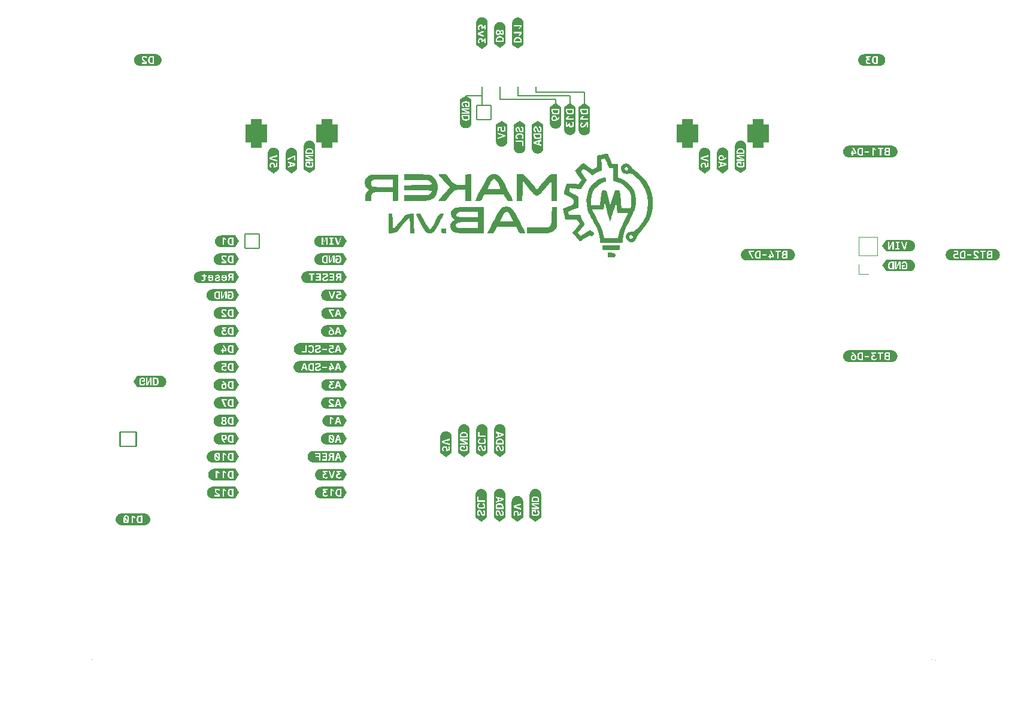
<source format=gbo>
G04 #@! TF.GenerationSoftware,KiCad,Pcbnew,8.0.1*
G04 #@! TF.CreationDate,2024-05-05T13:03:49+07:00*
G04 #@! TF.ProjectId,Arduino_RC_Transceiver_DIY_2.3.0,41726475-696e-46f5-9f52-435f5472616e,2.1.0*
G04 #@! TF.SameCoordinates,Original*
G04 #@! TF.FileFunction,Legend,Bot*
G04 #@! TF.FilePolarity,Positive*
%FSLAX46Y46*%
G04 Gerber Fmt 4.6, Leading zero omitted, Abs format (unit mm)*
G04 Created by KiCad (PCBNEW 8.0.1) date 2024-05-05 13:03:49*
%MOMM*%
%LPD*%
G01*
G04 APERTURE LIST*
G04 Aperture macros list*
%AMRoundRect*
0 Rectangle with rounded corners*
0 $1 Rounding radius*
0 $2 $3 $4 $5 $6 $7 $8 $9 X,Y pos of 4 corners*
0 Add a 4 corners polygon primitive as box body*
4,1,4,$2,$3,$4,$5,$6,$7,$8,$9,$2,$3,0*
0 Add four circle primitives for the rounded corners*
1,1,$1+$1,$2,$3*
1,1,$1+$1,$4,$5*
1,1,$1+$1,$6,$7*
1,1,$1+$1,$8,$9*
0 Add four rect primitives between the rounded corners*
20,1,$1+$1,$2,$3,$4,$5,0*
20,1,$1+$1,$4,$5,$6,$7,0*
20,1,$1+$1,$6,$7,$8,$9,0*
20,1,$1+$1,$8,$9,$2,$3,0*%
G04 Aperture macros list end*
%ADD10C,0.150000*%
%ADD11C,1.500000*%
%ADD12C,0.000000*%
%ADD13C,0.120000*%
%ADD14O,2.504000X2.204000*%
%ADD15RoundRect,0.102000X-1.150000X1.000000X-1.150000X-1.000000X1.150000X-1.000000X1.150000X1.000000X0*%
%ADD16C,1.982000*%
%ADD17C,2.490000*%
%ADD18C,6.000000*%
%ADD19O,1.850000X3.048000*%
%ADD20C,5.000000*%
%ADD21RoundRect,0.102000X-1.000000X-1.000000X1.000000X-1.000000X1.000000X1.000000X-1.000000X1.000000X0*%
%ADD22C,2.204000*%
%ADD23R,2.000000X2.000000*%
%ADD24C,2.000000*%
%ADD25C,1.744000*%
%ADD26C,2.154000*%
%ADD27O,1.800000X2.100000*%
%ADD28R,1.200000X1.200000*%
%ADD29C,1.200000*%
%ADD30C,1.600000*%
%ADD31O,1.600000X1.600000*%
%ADD32O,2.204000X1.804000*%
%ADD33R,1.900000X1.900000*%
%ADD34C,1.900000*%
%ADD35RoundRect,0.750000X0.750000X-1.250000X0.750000X1.250000X-0.750000X1.250000X-0.750000X-1.250000X0*%
%ADD36O,3.048000X1.850000*%
%ADD37O,1.800000X2.000000*%
%ADD38R,2.200000X2.200000*%
%ADD39O,2.200000X2.200000*%
%ADD40R,1.700000X1.700000*%
%ADD41O,1.700000X1.700000*%
G04 APERTURE END LIST*
D10*
X157988000Y-59690000D02*
X157988000Y-58674000D01*
X155956000Y-59182000D02*
X148082000Y-59182000D01*
X160020000Y-58166000D02*
X153162000Y-58166000D01*
X155956000Y-59690000D02*
X155956000Y-59182000D01*
X150622000Y-58674000D02*
X150622000Y-57404000D01*
X153162000Y-58166000D02*
X153162000Y-57404000D01*
X160020000Y-59690000D02*
X160020000Y-58166000D01*
X145542000Y-57404000D02*
X145542000Y-59944000D01*
X157988000Y-58674000D02*
X150622000Y-58674000D01*
X143256000Y-58674000D02*
X145542000Y-58674000D01*
X148082000Y-59182000D02*
X148082000Y-57404000D01*
D11*
X135127000Y-52648000D02*
G75*
G02*
X130727000Y-52648000I-2200000J0D01*
G01*
X130727000Y-52648000D02*
G75*
G02*
X135127000Y-52648000I2200000J0D01*
G01*
X210952000Y-141348000D02*
G75*
G02*
X206552000Y-141348000I-2200000J0D01*
G01*
X206552000Y-141348000D02*
G75*
G02*
X210952000Y-141348000I2200000J0D01*
G01*
X92152000Y-141348000D02*
G75*
G02*
X87752000Y-141348000I-2200000J0D01*
G01*
X87752000Y-141348000D02*
G75*
G02*
X92152000Y-141348000I2200000J0D01*
G01*
X86002000Y-65748000D02*
G75*
G02*
X81602000Y-65748000I-2200000J0D01*
G01*
X81602000Y-65748000D02*
G75*
G02*
X86002000Y-65748000I2200000J0D01*
G01*
X217102000Y-65748000D02*
G75*
G02*
X212702000Y-65748000I-2200000J0D01*
G01*
X212702000Y-65748000D02*
G75*
G02*
X217102000Y-65748000I2200000J0D01*
G01*
X167977000Y-52648000D02*
G75*
G02*
X163577000Y-52648000I-2200000J0D01*
G01*
X163577000Y-52648000D02*
G75*
G02*
X167977000Y-52648000I2200000J0D01*
G01*
D12*
G36*
X201297381Y-53963094D02*
G01*
X201171969Y-53967856D01*
X201076322Y-53954362D01*
X201005281Y-53926581D01*
X200955077Y-53880742D01*
X200921937Y-53813075D01*
X200903483Y-53718817D01*
X200897331Y-53593206D01*
X200903284Y-53474342D01*
X200921144Y-53384450D01*
X200953092Y-53318966D01*
X201001313Y-53273325D01*
X201069377Y-53243758D01*
X201160856Y-53226494D01*
X201235469Y-53220541D01*
X201297381Y-53218556D01*
X201297381Y-53963094D01*
G37*
G36*
X201845014Y-52783271D02*
G01*
X201924095Y-52795001D01*
X202001646Y-52814427D01*
X202076918Y-52841360D01*
X202149189Y-52875541D01*
X202217761Y-52916642D01*
X202281974Y-52964265D01*
X202341211Y-53017954D01*
X202394899Y-53077190D01*
X202442523Y-53141404D01*
X202483624Y-53209976D01*
X202517805Y-53282246D01*
X202544738Y-53357519D01*
X202564163Y-53435069D01*
X202575894Y-53514150D01*
X202579817Y-53594000D01*
X202575894Y-53673850D01*
X202564163Y-53752931D01*
X202544738Y-53830481D01*
X202517805Y-53905754D01*
X202483624Y-53978024D01*
X202442523Y-54046596D01*
X202394899Y-54110810D01*
X202341211Y-54170046D01*
X202281974Y-54223735D01*
X202217761Y-54271358D01*
X202149189Y-54312459D01*
X202076918Y-54346640D01*
X202001646Y-54373573D01*
X201924095Y-54392999D01*
X201845014Y-54404729D01*
X201765165Y-54408652D01*
X201500581Y-54408652D01*
X201219594Y-54408652D01*
X200240106Y-54408652D01*
X199819419Y-54408652D01*
X199554835Y-54408652D01*
X199474986Y-54404729D01*
X199395905Y-54392999D01*
X199318354Y-54373573D01*
X199243082Y-54346640D01*
X199170811Y-54312459D01*
X199102239Y-54271358D01*
X199038026Y-54223735D01*
X198978789Y-54170046D01*
X198925101Y-54110810D01*
X198877477Y-54046596D01*
X198836376Y-53978024D01*
X198802195Y-53905754D01*
X198775262Y-53830481D01*
X198763148Y-53782119D01*
X199819419Y-53782119D01*
X199829539Y-53903959D01*
X199859900Y-53996431D01*
X199912883Y-54063503D01*
X199990869Y-54109144D01*
X200098422Y-54135337D01*
X200240106Y-54144069D01*
X200328411Y-54140497D01*
X200402825Y-54129781D01*
X200472477Y-54109937D01*
X200546494Y-54078981D01*
X200546494Y-53880544D01*
X200456998Y-53923803D01*
X200382187Y-53951981D01*
X200313330Y-53967459D01*
X200241694Y-53972619D01*
X200135133Y-53962102D01*
X200066275Y-53930550D01*
X200028770Y-53872408D01*
X200016269Y-53782119D01*
X200026588Y-53710681D01*
X200057544Y-53661469D01*
X200112312Y-53632894D01*
X200194069Y-53623369D01*
X200272650Y-53628131D01*
X200368694Y-53642419D01*
X200368694Y-53604319D01*
X200692544Y-53604319D01*
X200697835Y-53733524D01*
X200713710Y-53841738D01*
X200740169Y-53928962D01*
X200804066Y-54027586D01*
X200900506Y-54093269D01*
X200986055Y-54120609D01*
X201092417Y-54137013D01*
X201219594Y-54142481D01*
X201303026Y-54141070D01*
X201396688Y-54136837D01*
X201500581Y-54129781D01*
X201500581Y-53050281D01*
X201403744Y-53045519D01*
X201316431Y-53043931D01*
X201230706Y-53045916D01*
X201154506Y-53051869D01*
X201042940Y-53067744D01*
X200949542Y-53092085D01*
X200874313Y-53124894D01*
X200789580Y-53194545D01*
X200733819Y-53292375D01*
X200710888Y-53376777D01*
X200697130Y-53480758D01*
X200692544Y-53604319D01*
X200368694Y-53604319D01*
X200368694Y-53455094D01*
X200101994Y-53218556D01*
X200524269Y-53218556D01*
X200524269Y-53050281D01*
X199860694Y-53050281D01*
X199860694Y-53234431D01*
X200127394Y-53459856D01*
X200127394Y-53467794D01*
X200063894Y-53464619D01*
X199982733Y-53472556D01*
X199920225Y-53496369D01*
X199874386Y-53537445D01*
X199843231Y-53597175D01*
X199825372Y-53677939D01*
X199819419Y-53782119D01*
X198763148Y-53782119D01*
X198755837Y-53752931D01*
X198744106Y-53673850D01*
X198740183Y-53594000D01*
X198744106Y-53514150D01*
X198755837Y-53435069D01*
X198775262Y-53357519D01*
X198802195Y-53282246D01*
X198836376Y-53209976D01*
X198877477Y-53141404D01*
X198925101Y-53077190D01*
X198978789Y-53017954D01*
X199038026Y-52964265D01*
X199102239Y-52916642D01*
X199170811Y-52875541D01*
X199243082Y-52841360D01*
X199318354Y-52814427D01*
X199395905Y-52795001D01*
X199474986Y-52783271D01*
X199554835Y-52779348D01*
X199819419Y-52779348D01*
X201500581Y-52779348D01*
X201765165Y-52779348D01*
X201845014Y-52783271D01*
G37*
G36*
X125332905Y-109842300D02*
G01*
X125085255Y-109842300D01*
X125207492Y-109388275D01*
X125210667Y-109388275D01*
X125332905Y-109842300D01*
G37*
G36*
X124420092Y-109362875D02*
G01*
X124420092Y-109653387D01*
X124215305Y-109653387D01*
X124117674Y-109619256D01*
X124091480Y-109496225D01*
X124118467Y-109398594D01*
X124218480Y-109366050D01*
X124295474Y-109362478D01*
X124351830Y-109361287D01*
X124420092Y-109362875D01*
G37*
G36*
X126462852Y-109728000D02*
G01*
X125924513Y-110535508D01*
X125659930Y-110535508D01*
X124758230Y-110535508D01*
X123829542Y-110535508D01*
X122926255Y-110535508D01*
X122489692Y-110535508D01*
X121959467Y-110535508D01*
X121694884Y-110535508D01*
X121615734Y-110531620D01*
X121537347Y-110519992D01*
X121460477Y-110500737D01*
X121385864Y-110474040D01*
X121314227Y-110440159D01*
X121246257Y-110399419D01*
X121182606Y-110352212D01*
X121123890Y-110298995D01*
X121070672Y-110240278D01*
X121023466Y-110176628D01*
X120982725Y-110108657D01*
X120948844Y-110037020D01*
X120922147Y-109962407D01*
X120902892Y-109885537D01*
X120891264Y-109807150D01*
X120887376Y-109728000D01*
X120891264Y-109648850D01*
X120902892Y-109570463D01*
X120922147Y-109493593D01*
X120948844Y-109418980D01*
X120982725Y-109347343D01*
X121023466Y-109279372D01*
X121070672Y-109215722D01*
X121092694Y-109191425D01*
X121959467Y-109191425D01*
X121959467Y-109370812D01*
X122489692Y-109370812D01*
X122489692Y-109642275D01*
X122022967Y-109642275D01*
X122022967Y-109820075D01*
X122489692Y-109820075D01*
X122489692Y-110270925D01*
X122692892Y-110270925D01*
X122926255Y-110270925D01*
X123627930Y-110270925D01*
X123829542Y-110270925D01*
X124047030Y-110270925D01*
X124121642Y-109948663D01*
X124178792Y-109854206D01*
X124234355Y-109835752D01*
X124318492Y-109829600D01*
X124420092Y-109829600D01*
X124420092Y-110270925D01*
X124621705Y-110270925D01*
X124758230Y-110270925D01*
X124959842Y-110270925D01*
X125037630Y-110012163D01*
X125380530Y-110012163D01*
X125458317Y-110270925D01*
X125659930Y-110270925D01*
X125337667Y-109191425D01*
X125080492Y-109191425D01*
X124758230Y-110270925D01*
X124621705Y-110270925D01*
X124621705Y-109193012D01*
X124432792Y-109186663D01*
X124339130Y-109185075D01*
X124231445Y-109188426D01*
X124141222Y-109198481D01*
X124068461Y-109215237D01*
X123986308Y-109254925D01*
X123931936Y-109313663D01*
X123901575Y-109395419D01*
X123891455Y-109504162D01*
X123908124Y-109631956D01*
X123964480Y-109703394D01*
X124077192Y-109739112D01*
X124077192Y-109753400D01*
X123977974Y-109802613D01*
X123947216Y-109854603D01*
X123920030Y-109934375D01*
X123829542Y-110270925D01*
X123627930Y-110270925D01*
X123627930Y-109191425D01*
X122958005Y-109191425D01*
X122958005Y-109366050D01*
X123424730Y-109366050D01*
X123424730Y-109623225D01*
X123021505Y-109623225D01*
X123021505Y-109797850D01*
X123424730Y-109797850D01*
X123424730Y-110096300D01*
X122926255Y-110096300D01*
X122926255Y-110270925D01*
X122692892Y-110270925D01*
X122692892Y-109191425D01*
X121959467Y-109191425D01*
X121092694Y-109191425D01*
X121123890Y-109157005D01*
X121182606Y-109103788D01*
X121246257Y-109056581D01*
X121314227Y-109015841D01*
X121385864Y-108981960D01*
X121460477Y-108955263D01*
X121537347Y-108936008D01*
X121615734Y-108924380D01*
X121694884Y-108920492D01*
X121959467Y-108920492D01*
X125659930Y-108920492D01*
X125924513Y-108920492D01*
X126462852Y-109728000D01*
G37*
G36*
X153214895Y-115582060D02*
G01*
X153304788Y-115599919D01*
X153370272Y-115631868D01*
X153415913Y-115680088D01*
X153445480Y-115748152D01*
X153462744Y-115839632D01*
X153468697Y-115914244D01*
X153470681Y-115976157D01*
X152726144Y-115976157D01*
X152721381Y-115850744D01*
X152734875Y-115755097D01*
X152762656Y-115684057D01*
X152808495Y-115633852D01*
X152876163Y-115600713D01*
X152970420Y-115582258D01*
X153096031Y-115576107D01*
X153214895Y-115582060D01*
G37*
G36*
X153180317Y-114291267D02*
G01*
X153259860Y-114303066D01*
X153337863Y-114322605D01*
X153413576Y-114349695D01*
X153486269Y-114384077D01*
X153555242Y-114425417D01*
X153619831Y-114473320D01*
X153679414Y-114527322D01*
X153733416Y-114586905D01*
X153781318Y-114651493D01*
X153822659Y-114720466D01*
X153857040Y-114793159D01*
X153884131Y-114868872D01*
X153903670Y-114946876D01*
X153915469Y-115026419D01*
X153919415Y-115106736D01*
X153919415Y-115371319D01*
X153919415Y-118101819D01*
X153919415Y-118366402D01*
X153100000Y-118912679D01*
X152280585Y-118366402D01*
X152280585Y-118101819D01*
X152280585Y-117654144D01*
X152545169Y-117654144D01*
X152550725Y-117762623D01*
X152567394Y-117853111D01*
X152595175Y-117925607D01*
X152662247Y-118007164D01*
X152763450Y-118061338D01*
X152853320Y-118083827D01*
X152965239Y-118097321D01*
X153099206Y-118101819D01*
X153234056Y-118097586D01*
X153346503Y-118084886D01*
X153436550Y-118063719D01*
X153537753Y-118012721D01*
X153604825Y-117935925D01*
X153632606Y-117867751D01*
X153649275Y-117782820D01*
X153654831Y-117681132D01*
X153647688Y-117549766D01*
X153626256Y-117450944D01*
X153588156Y-117379705D01*
X153531006Y-117331088D01*
X153450044Y-117301521D01*
X153340506Y-117287432D01*
X153340506Y-117484282D01*
X153425438Y-117508094D01*
X153467506Y-117567625D01*
X153480206Y-117679544D01*
X153471475Y-117756935D01*
X153445281Y-117814482D01*
X153398450Y-117855161D01*
X153327806Y-117881950D01*
X153228191Y-117896833D01*
X153094444Y-117901794D01*
X152963673Y-117896238D01*
X152866637Y-117879569D01*
X152798177Y-117850002D01*
X152753131Y-117805750D01*
X152728128Y-117743243D01*
X152719794Y-117658907D01*
X152726938Y-117561275D01*
X152751544Y-117482694D01*
X152994431Y-117482694D01*
X152994431Y-117706532D01*
X153167469Y-117706532D01*
X153167469Y-117290607D01*
X152629306Y-117290607D01*
X152588031Y-117389428D01*
X152562631Y-117473169D01*
X152549534Y-117556513D01*
X152545169Y-117654144D01*
X152280585Y-117654144D01*
X152280585Y-116334932D01*
X152559456Y-116334932D01*
X152559456Y-116582582D01*
X153405594Y-116969932D01*
X153405594Y-116974694D01*
X153180169Y-116952469D01*
X152559456Y-116952469D01*
X152559456Y-117147732D01*
X153638956Y-117147732D01*
X153638956Y-116900082D01*
X152792819Y-116512732D01*
X152792819Y-116507969D01*
X153018244Y-116530194D01*
X153638956Y-116530194D01*
X153638956Y-116334932D01*
X152559456Y-116334932D01*
X152280585Y-116334932D01*
X152280585Y-115898369D01*
X152546756Y-115898369D01*
X152548167Y-115981801D01*
X152552401Y-116075464D01*
X152559456Y-116179357D01*
X153638956Y-116179357D01*
X153643719Y-116082519D01*
X153645306Y-115995207D01*
X153643322Y-115909482D01*
X153637369Y-115833282D01*
X153621494Y-115721716D01*
X153597152Y-115628318D01*
X153564344Y-115553088D01*
X153494692Y-115468355D01*
X153396863Y-115412594D01*
X153312460Y-115389664D01*
X153208479Y-115375905D01*
X153084919Y-115371319D01*
X152955714Y-115376611D01*
X152847499Y-115392486D01*
X152760275Y-115418944D01*
X152661652Y-115482841D01*
X152595969Y-115579282D01*
X152568628Y-115664830D01*
X152552224Y-115771193D01*
X152546756Y-115898369D01*
X152280585Y-115898369D01*
X152280585Y-115371319D01*
X152280585Y-115106736D01*
X152284531Y-115026419D01*
X152296330Y-114946876D01*
X152315869Y-114868872D01*
X152342960Y-114793159D01*
X152377341Y-114720466D01*
X152418682Y-114651493D01*
X152466584Y-114586905D01*
X152520586Y-114527322D01*
X152580169Y-114473320D01*
X152644758Y-114425417D01*
X152713731Y-114384077D01*
X152786424Y-114349695D01*
X152862137Y-114322605D01*
X152940140Y-114303066D01*
X153019683Y-114291267D01*
X153100000Y-114287321D01*
X153180317Y-114291267D01*
G37*
G36*
X140467868Y-77813777D02*
G01*
X140467868Y-78157555D01*
X140149306Y-78131277D01*
X140105899Y-78127533D01*
X139917541Y-78092206D01*
X139835350Y-77997116D01*
X139804378Y-77787500D01*
X139778013Y-77470000D01*
X140122940Y-77470000D01*
X140467868Y-77470000D01*
X140467868Y-77813777D01*
G37*
G36*
X163844931Y-80873654D02*
G01*
X164122576Y-80891599D01*
X164296009Y-80924554D01*
X164377978Y-80987233D01*
X164409201Y-81095657D01*
X164416375Y-81235197D01*
X164388991Y-81417413D01*
X164320777Y-81487331D01*
X164152332Y-81520556D01*
X163851337Y-81517089D01*
X163361848Y-81491666D01*
X163335232Y-81169987D01*
X163308617Y-80848308D01*
X163844931Y-80873654D01*
G37*
G36*
X165018369Y-80122888D02*
G01*
X165018271Y-80139652D01*
X165000609Y-80345363D01*
X164961736Y-80461555D01*
X164946855Y-80468866D01*
X164800278Y-80489760D01*
X164535441Y-80504780D01*
X164192097Y-80513838D01*
X163810003Y-80516846D01*
X163428911Y-80513715D01*
X163088577Y-80504358D01*
X162828754Y-80488685D01*
X162689197Y-80466608D01*
X162595523Y-80367501D01*
X162554824Y-80127941D01*
X162554824Y-79840666D01*
X163786597Y-79840666D01*
X165018369Y-79840666D01*
X165018369Y-80122888D01*
G37*
G36*
X156183269Y-75797833D02*
G01*
X156183267Y-75807292D01*
X156180970Y-76330723D01*
X156172484Y-76714711D01*
X156154848Y-76988656D01*
X156125101Y-77181957D01*
X156080280Y-77324016D01*
X156017425Y-77444233D01*
X155936717Y-77562221D01*
X155591112Y-77878910D01*
X155140823Y-78065127D01*
X155029124Y-78081265D01*
X154752825Y-78101911D01*
X154366359Y-78119336D01*
X153904365Y-78132076D01*
X153401480Y-78138666D01*
X151936095Y-78147333D01*
X151936095Y-77724000D01*
X151936095Y-77300666D01*
X153455781Y-77300666D01*
X153911151Y-77301567D01*
X154420582Y-77297507D01*
X154796015Y-77271714D01*
X155058330Y-77207030D01*
X155228407Y-77086294D01*
X155327126Y-76892350D01*
X155375365Y-76608037D01*
X155394003Y-76216198D01*
X155403921Y-75699673D01*
X155431279Y-74422000D01*
X155807433Y-74422000D01*
X156183587Y-74422000D01*
X156183269Y-75797833D01*
G37*
G36*
X137422878Y-76411666D02*
G01*
X137596383Y-76747116D01*
X137820814Y-77154020D01*
X138001420Y-77410050D01*
X138157873Y-77515576D01*
X138309847Y-77470966D01*
X138477017Y-77276589D01*
X138679055Y-76932812D01*
X138935636Y-76440005D01*
X139049048Y-76218810D01*
X139235495Y-75862003D01*
X139372814Y-75620852D01*
X139479782Y-75471572D01*
X139575179Y-75390377D01*
X139677783Y-75353482D01*
X139806372Y-75337101D01*
X139868402Y-75332461D01*
X140053555Y-75337799D01*
X140128068Y-75373391D01*
X140122928Y-75402253D01*
X140057893Y-75571172D01*
X139931443Y-75844135D01*
X139760399Y-76189346D01*
X139561586Y-76575010D01*
X139351826Y-76969331D01*
X139147942Y-77340515D01*
X138966757Y-77656765D01*
X138825093Y-77886286D01*
X138739773Y-77997284D01*
X138573343Y-78087885D01*
X138252119Y-78144430D01*
X137913379Y-78104043D01*
X137629343Y-77968592D01*
X137573286Y-77905868D01*
X137442991Y-77714495D01*
X137270746Y-77432116D01*
X137072576Y-77088343D01*
X136864506Y-76712788D01*
X136662560Y-76335064D01*
X136482763Y-75984783D01*
X136341139Y-75691558D01*
X136253714Y-75485000D01*
X136236510Y-75394724D01*
X136241662Y-75391557D01*
X136355455Y-75366172D01*
X136560175Y-75340248D01*
X136857500Y-75311000D01*
X137422878Y-76411666D01*
G37*
G36*
X135946343Y-76732941D02*
G01*
X135969635Y-78147333D01*
X135670256Y-78147333D01*
X135370878Y-78147333D01*
X135370878Y-77046666D01*
X135370690Y-76965243D01*
X135363950Y-76566474D01*
X135348975Y-76242722D01*
X135327725Y-76025419D01*
X135302164Y-75946000D01*
X135289469Y-75946667D01*
X135198856Y-75983141D01*
X135073015Y-76087675D01*
X134895689Y-76277429D01*
X134650622Y-76569568D01*
X134321555Y-76981253D01*
X134056229Y-77307205D01*
X133800545Y-77602279D01*
X133589339Y-77826832D01*
X133451622Y-77948601D01*
X133349151Y-77999801D01*
X133079008Y-78081618D01*
X132772083Y-78130331D01*
X132312684Y-78168301D01*
X132312684Y-76770427D01*
X132312684Y-75372552D01*
X132568017Y-75335202D01*
X132760265Y-75321111D01*
X132865341Y-75339704D01*
X132866603Y-75341433D01*
X132882467Y-75448647D01*
X132895412Y-75688751D01*
X132904135Y-76027834D01*
X132907333Y-76431985D01*
X132907595Y-76591599D01*
X132915841Y-77013628D01*
X132945591Y-77290218D01*
X133010099Y-77422916D01*
X133122617Y-77413272D01*
X133296401Y-77262836D01*
X133544705Y-76973158D01*
X133880782Y-76545786D01*
X133910283Y-76507854D01*
X134184440Y-76165350D01*
X134438243Y-75864567D01*
X134644552Y-75636797D01*
X134776229Y-75513329D01*
X134820716Y-75485497D01*
X135095636Y-75388127D01*
X135455828Y-75340158D01*
X135923052Y-75318550D01*
X135946343Y-76732941D01*
G37*
G36*
X144035761Y-71670333D02*
G01*
X144035761Y-73584611D01*
X143632249Y-73558805D01*
X143228737Y-73533000D01*
X143204312Y-72749833D01*
X143179887Y-71966666D01*
X142524713Y-71967914D01*
X142486051Y-71968167D01*
X142141426Y-71985095D01*
X141845960Y-72023144D01*
X141659966Y-72074857D01*
X141579110Y-72132870D01*
X141392123Y-72313283D01*
X141158434Y-72573228D01*
X140910487Y-72877942D01*
X140370584Y-73575333D01*
X139867052Y-73575333D01*
X139640981Y-73570321D01*
X139440668Y-73553358D01*
X139363520Y-73528550D01*
X139375171Y-73499636D01*
X139471988Y-73358970D01*
X139646059Y-73135981D01*
X139872167Y-72860246D01*
X140125098Y-72561341D01*
X140379635Y-72268841D01*
X140610563Y-72012322D01*
X140792667Y-71821360D01*
X140900730Y-71725531D01*
X141086888Y-71611395D01*
X140876896Y-71429197D01*
X140775502Y-71333128D01*
X140582177Y-71133223D01*
X140346006Y-70878036D01*
X140093446Y-70597417D01*
X139850955Y-70321215D01*
X139644990Y-70079282D01*
X139502009Y-69901465D01*
X139448470Y-69817617D01*
X139501905Y-69794215D01*
X139683971Y-69773365D01*
X139950546Y-69765333D01*
X140452622Y-69765333D01*
X141018529Y-70447077D01*
X141189745Y-70645966D01*
X141440929Y-70913001D01*
X141654167Y-71111557D01*
X141796230Y-71209077D01*
X141970961Y-71247704D01*
X142261858Y-71277805D01*
X142593836Y-71289333D01*
X143179648Y-71289333D01*
X143204192Y-70548500D01*
X143228737Y-69807666D01*
X143632249Y-69781861D01*
X144035761Y-69756055D01*
X144035761Y-71670333D01*
G37*
G36*
X136535255Y-69768903D02*
G01*
X137048712Y-69781607D01*
X137503857Y-69801868D01*
X137863499Y-69827960D01*
X138090447Y-69858160D01*
X138541658Y-70029385D01*
X138891599Y-70329245D01*
X139129746Y-70750161D01*
X139252680Y-71286057D01*
X139256982Y-71930859D01*
X139234946Y-72129851D01*
X139096966Y-72657185D01*
X138850037Y-73057166D01*
X138489923Y-73335125D01*
X138012385Y-73496392D01*
X137849963Y-73514461D01*
X137541083Y-73532558D01*
X137126552Y-73547925D01*
X136639783Y-73559344D01*
X136114189Y-73565596D01*
X134521379Y-73575333D01*
X134521379Y-73152000D01*
X134521379Y-72728666D01*
X136266712Y-72728666D01*
X136761209Y-72728403D01*
X137225513Y-72725949D01*
X137564142Y-72718726D01*
X137801337Y-72704157D01*
X137961336Y-72679663D01*
X138068380Y-72642665D01*
X138146707Y-72590586D01*
X138220558Y-72520848D01*
X138295043Y-72445353D01*
X138402305Y-72321326D01*
X138444692Y-72226477D01*
X138407202Y-72156549D01*
X138274830Y-72107286D01*
X138032574Y-72074431D01*
X137665430Y-72053728D01*
X137158394Y-72040922D01*
X136496463Y-72031756D01*
X134563854Y-72009000D01*
X134563854Y-71670333D01*
X134563854Y-71331666D01*
X136496463Y-71308910D01*
X136852810Y-71304447D01*
X137434227Y-71293964D01*
X137868366Y-71277681D01*
X138170230Y-71251341D01*
X138354824Y-71210687D01*
X138437150Y-71151465D01*
X138432212Y-71069416D01*
X138355014Y-70960286D01*
X138220558Y-70819818D01*
X138159306Y-70760969D01*
X138083518Y-70705977D01*
X137983269Y-70666519D01*
X137834319Y-70640017D01*
X137612427Y-70623892D01*
X137293356Y-70615566D01*
X136852864Y-70612461D01*
X136266712Y-70612000D01*
X134521379Y-70612000D01*
X134521379Y-70188666D01*
X134521379Y-69765333D01*
X136088770Y-69765333D01*
X136535255Y-69768903D01*
G37*
G36*
X150880205Y-76470662D02*
G01*
X150954871Y-76618418D01*
X151186285Y-77079102D01*
X151385909Y-77480604D01*
X151542465Y-77799971D01*
X151644670Y-78014252D01*
X151681246Y-78100495D01*
X151657674Y-78116176D01*
X151511069Y-78138546D01*
X151274754Y-78147333D01*
X151191924Y-78147133D01*
X150997952Y-78133921D01*
X150869889Y-78074973D01*
X150758961Y-77935812D01*
X150616393Y-77681962D01*
X150364523Y-77216592D01*
X149001785Y-77216296D01*
X147639047Y-77216000D01*
X147409899Y-77681666D01*
X147180750Y-78147333D01*
X146755078Y-78147333D01*
X146600964Y-78142975D01*
X146408463Y-78119976D01*
X146336054Y-78083833D01*
X146343931Y-78062338D01*
X146413815Y-77914919D01*
X146546511Y-77649733D01*
X146730569Y-77289282D01*
X146954536Y-76856067D01*
X147197611Y-76390500D01*
X148116038Y-76390500D01*
X148174775Y-76412724D01*
X148372210Y-76434114D01*
X148676011Y-76448643D01*
X149052101Y-76454000D01*
X149990850Y-76454000D01*
X149634942Y-75772180D01*
X149470719Y-75463555D01*
X149346196Y-75258591D01*
X149246255Y-75150925D01*
X149144554Y-75112689D01*
X149014755Y-75116013D01*
X148988374Y-75118909D01*
X148850154Y-75155870D01*
X148732103Y-75249106D01*
X148603744Y-75431100D01*
X148434600Y-75734333D01*
X148396534Y-75806180D01*
X148254727Y-76082236D01*
X148154672Y-76290513D01*
X148116038Y-76390500D01*
X147197611Y-76390500D01*
X147206962Y-76372590D01*
X147323987Y-76150160D01*
X147630310Y-75580194D01*
X147882662Y-75141151D01*
X148096222Y-74816991D01*
X148286169Y-74591675D01*
X148467681Y-74449165D01*
X148655937Y-74373422D01*
X148866114Y-74348406D01*
X149113393Y-74358079D01*
X149322663Y-74385417D01*
X149521404Y-74446879D01*
X149703898Y-74558252D01*
X149884645Y-74736875D01*
X150078148Y-75000088D01*
X150298908Y-75365231D01*
X150561427Y-75849642D01*
X150871652Y-76454000D01*
X150880205Y-76470662D01*
G37*
G36*
X151043574Y-69767952D02*
G01*
X151303723Y-69787709D01*
X151471755Y-69820485D01*
X151512218Y-69847536D01*
X151660450Y-69987660D01*
X151881436Y-70222922D01*
X152152763Y-70529056D01*
X152452018Y-70881796D01*
X152615254Y-71077790D01*
X152886255Y-71400993D01*
X153107472Y-71662011D01*
X153259492Y-71838007D01*
X153322899Y-71906144D01*
X153337477Y-71897679D01*
X153439279Y-71793773D01*
X153619578Y-71590175D01*
X153858579Y-71309552D01*
X154136486Y-70974570D01*
X154235587Y-70854473D01*
X154523875Y-70513531D01*
X154780807Y-70221425D01*
X154981505Y-70005992D01*
X155101097Y-69895070D01*
X155152876Y-69865616D01*
X155405753Y-69792778D01*
X155735265Y-69765333D01*
X156183587Y-69765333D01*
X156183587Y-71613888D01*
X156183127Y-71841734D01*
X156178406Y-72364661D01*
X156169223Y-72819565D01*
X156156385Y-73181119D01*
X156140694Y-73423997D01*
X156122956Y-73522872D01*
X156102983Y-73534829D01*
X155950213Y-73560337D01*
X155719445Y-73558150D01*
X155376563Y-73533000D01*
X155376563Y-72110348D01*
X155376407Y-71894333D01*
X155373847Y-71433749D01*
X155366551Y-71114463D01*
X155352477Y-70916163D01*
X155329580Y-70818535D01*
X155295815Y-70801266D01*
X155249139Y-70844040D01*
X155063549Y-71071481D01*
X154636040Y-71591841D01*
X154295563Y-71998280D01*
X154028751Y-72304525D01*
X153822240Y-72524304D01*
X153662664Y-72671347D01*
X153536658Y-72759380D01*
X153430857Y-72802133D01*
X153331894Y-72813333D01*
X153297894Y-72812662D01*
X153187499Y-72794680D01*
X153073700Y-72738050D01*
X152936069Y-72623960D01*
X152754180Y-72433600D01*
X152507606Y-72148161D01*
X152175921Y-71748831D01*
X151298971Y-70684328D01*
X151275728Y-72129831D01*
X151252484Y-73575333D01*
X150872216Y-73575333D01*
X150491948Y-73575333D01*
X150491948Y-71670333D01*
X150491948Y-69765333D01*
X150909749Y-69765333D01*
X151043574Y-69767952D01*
G37*
G36*
X133737375Y-71583478D02*
G01*
X133739244Y-71740544D01*
X133742976Y-72263760D01*
X133742534Y-72724837D01*
X133738182Y-73096981D01*
X133730184Y-73353403D01*
X133718804Y-73467312D01*
X133704798Y-73488743D01*
X133557418Y-73552008D01*
X133292273Y-73575333D01*
X132907333Y-73575333D01*
X132907333Y-72940333D01*
X132907333Y-72305333D01*
X131609512Y-72305333D01*
X131402165Y-72305575D01*
X130884919Y-72312157D01*
X130507243Y-72335280D01*
X130246411Y-72384917D01*
X130079699Y-72471040D01*
X129984382Y-72603621D01*
X129937735Y-72792632D01*
X129917034Y-73048047D01*
X129891614Y-73533000D01*
X129488102Y-73558805D01*
X129084590Y-73584611D01*
X129084590Y-73023126D01*
X129090594Y-72733067D01*
X129121976Y-72520838D01*
X129196509Y-72367500D01*
X129331925Y-72215130D01*
X129579260Y-71968620D01*
X129289450Y-71679776D01*
X129260452Y-71650600D01*
X129092434Y-71450185D01*
X129017058Y-71251796D01*
X129002980Y-71024476D01*
X129857168Y-71024476D01*
X129878338Y-71280983D01*
X129989412Y-71469466D01*
X130050230Y-71502140D01*
X130226425Y-71543609D01*
X130517705Y-71574944D01*
X130942317Y-71597871D01*
X131518509Y-71614117D01*
X132907333Y-71642569D01*
X132907333Y-71084951D01*
X132907333Y-70527333D01*
X131518827Y-70527333D01*
X131430412Y-70527364D01*
X130930467Y-70529782D01*
X130569868Y-70537967D01*
X130322054Y-70554608D01*
X130160467Y-70582396D01*
X130058545Y-70624019D01*
X129989730Y-70682166D01*
X129925870Y-70775587D01*
X129857168Y-71024476D01*
X129002980Y-71024476D01*
X128999640Y-70970551D01*
X128999746Y-70950906D01*
X129067349Y-70538252D01*
X129270102Y-70214162D01*
X129623027Y-69954141D01*
X129722015Y-69909113D01*
X129858570Y-69871566D01*
X130048045Y-69844371D01*
X130313831Y-69825955D01*
X130679322Y-69814747D01*
X131167909Y-69809174D01*
X131802985Y-69807666D01*
X133714356Y-69807666D01*
X133723685Y-70527333D01*
X133737375Y-71583478D01*
G37*
G36*
X149149233Y-71921616D02*
G01*
X149386696Y-72389847D01*
X149591529Y-72802969D01*
X149752240Y-73137227D01*
X149857337Y-73368868D01*
X149895330Y-73474138D01*
X149880746Y-73516458D01*
X149758594Y-73559994D01*
X149493787Y-73558805D01*
X149473370Y-73557485D01*
X149251347Y-73533506D01*
X149108312Y-73472716D01*
X148992282Y-73337064D01*
X148851272Y-73088500D01*
X148612268Y-72644000D01*
X147263854Y-72644000D01*
X145915440Y-72644000D01*
X145676437Y-73088500D01*
X145664334Y-73110984D01*
X145526860Y-73350148D01*
X145410622Y-73479140D01*
X145263637Y-73536008D01*
X145033921Y-73558805D01*
X144875084Y-73564727D01*
X144688625Y-73542996D01*
X144632876Y-73474138D01*
X144637361Y-73454714D01*
X144698847Y-73304852D01*
X144823446Y-73036429D01*
X144999680Y-72673234D01*
X145216070Y-72239053D01*
X145423869Y-71830881D01*
X146329406Y-71830881D01*
X146390280Y-71848900D01*
X146589878Y-71866056D01*
X146895473Y-71877706D01*
X147272943Y-71882000D01*
X147419816Y-71882347D01*
X147803069Y-71881609D01*
X148037690Y-71859259D01*
X148139795Y-71790910D01*
X148125496Y-71652177D01*
X148010910Y-71418671D01*
X147812151Y-71066008D01*
X147639822Y-70783061D01*
X147440855Y-70549845D01*
X147256955Y-70472469D01*
X147072476Y-70552617D01*
X146871768Y-70791971D01*
X146639185Y-71192216D01*
X146603517Y-71260207D01*
X146464121Y-71533260D01*
X146366307Y-71736770D01*
X146329406Y-71830881D01*
X145423869Y-71830881D01*
X145461137Y-71757677D01*
X145774854Y-71155997D01*
X146034764Y-70684685D01*
X146253215Y-70332688D01*
X146445643Y-70082947D01*
X146627484Y-69918401D01*
X146814176Y-69821990D01*
X147021154Y-69776654D01*
X147263854Y-69765333D01*
X147504468Y-69776521D01*
X147710301Y-69821533D01*
X147896113Y-69917416D01*
X148077320Y-70081219D01*
X148269336Y-70329989D01*
X148487576Y-70680772D01*
X148747456Y-71150618D01*
X149064389Y-71756572D01*
X149082041Y-71790910D01*
X149149233Y-71921616D01*
G37*
G36*
X145819707Y-76284666D02*
G01*
X145819707Y-76538666D01*
X145819707Y-78147333D01*
X144014523Y-78146861D01*
X143618752Y-78145802D01*
X142994619Y-78137314D01*
X142505766Y-78117370D01*
X142129682Y-78082448D01*
X141843856Y-78029026D01*
X141625778Y-77953581D01*
X141452937Y-77852590D01*
X141302823Y-77722530D01*
X141165495Y-77536745D01*
X141066403Y-77214620D01*
X141077388Y-77013055D01*
X141856858Y-77013055D01*
X141959999Y-77222067D01*
X141986863Y-77249559D01*
X142062767Y-77302412D01*
X142176615Y-77339539D01*
X142354797Y-77363666D01*
X142623701Y-77377522D01*
X143009715Y-77383835D01*
X143539228Y-77385333D01*
X144970209Y-77385333D01*
X144970209Y-76962000D01*
X144970209Y-76538666D01*
X143708638Y-76538666D01*
X143531791Y-76539545D01*
X143073919Y-76549876D01*
X142670949Y-76570000D01*
X142361205Y-76597613D01*
X142183012Y-76630409D01*
X142110532Y-76659584D01*
X141910899Y-76815311D01*
X141856858Y-77013055D01*
X141077388Y-77013055D01*
X141084707Y-76878752D01*
X141214928Y-76579122D01*
X141451586Y-76365708D01*
X141651990Y-76258813D01*
X141399728Y-75972460D01*
X141269699Y-75789004D01*
X141162202Y-75450403D01*
X141937604Y-75450403D01*
X141944810Y-75586896D01*
X142100816Y-75729532D01*
X142121573Y-75742933D01*
X142240594Y-75791570D01*
X142424779Y-75825474D01*
X142700288Y-75846899D01*
X143093279Y-75858100D01*
X143629913Y-75861333D01*
X144970209Y-75861333D01*
X144970209Y-75480333D01*
X144970209Y-75099333D01*
X143611012Y-75099333D01*
X143448230Y-75099432D01*
X142977217Y-75102189D01*
X142640474Y-75111033D01*
X142410287Y-75129034D01*
X142258940Y-75159260D01*
X142158721Y-75204781D01*
X142081915Y-75268666D01*
X142077281Y-75273298D01*
X141937604Y-75450403D01*
X141162202Y-75450403D01*
X141158963Y-75440199D01*
X141196685Y-75094632D01*
X141375363Y-74789104D01*
X141687499Y-74560416D01*
X141757976Y-74531169D01*
X141902598Y-74491774D01*
X142101288Y-74462791D01*
X142377206Y-74442771D01*
X142753514Y-74430265D01*
X143253371Y-74423824D01*
X143899937Y-74422000D01*
X145819707Y-74422000D01*
X145819707Y-75099333D01*
X145819707Y-76284666D01*
G37*
G36*
X166952240Y-69090047D02*
G01*
X167195674Y-69257333D01*
X167420202Y-69410889D01*
X167912327Y-69829142D01*
X168390486Y-70332583D01*
X168808531Y-70870066D01*
X169120312Y-71390441D01*
X169230966Y-71625086D01*
X169507031Y-72364235D01*
X169659502Y-73104192D01*
X169704360Y-73914000D01*
X169678288Y-74463339D01*
X169511101Y-75398202D01*
X169188041Y-76266388D01*
X168707635Y-77071413D01*
X168068407Y-77816795D01*
X167897199Y-77991927D01*
X167630911Y-78289067D01*
X167458356Y-78519362D01*
X167396965Y-78660899D01*
X167388777Y-78734772D01*
X167380297Y-78811273D01*
X167232680Y-79093162D01*
X166944289Y-79293909D01*
X166770308Y-79369711D01*
X166650445Y-79402784D01*
X166536648Y-79379484D01*
X166346998Y-79300747D01*
X166278422Y-79267303D01*
X166039226Y-79051511D01*
X165903416Y-78758651D01*
X165902374Y-78564403D01*
X166395514Y-78564403D01*
X166397153Y-78740385D01*
X166511939Y-78857941D01*
X166581552Y-78882902D01*
X166660601Y-78902649D01*
X166674281Y-78896787D01*
X166781078Y-78853260D01*
X166786078Y-78851141D01*
X166875778Y-78734772D01*
X166865876Y-78560244D01*
X166759841Y-78401333D01*
X166640957Y-78338614D01*
X166504991Y-78401333D01*
X166395514Y-78564403D01*
X165902374Y-78564403D01*
X165901748Y-78447653D01*
X166050953Y-78152037D01*
X166321700Y-77960103D01*
X166693839Y-77893333D01*
X166864261Y-77885800D01*
X167015435Y-77846808D01*
X167171126Y-77753484D01*
X167368788Y-77582974D01*
X167645878Y-77312422D01*
X167846869Y-77101710D01*
X168375349Y-76404301D01*
X168747688Y-75647988D01*
X168968471Y-74821608D01*
X169042285Y-73914000D01*
X169039966Y-73735594D01*
X168937785Y-72834409D01*
X168682734Y-72005654D01*
X168272588Y-71243722D01*
X167705123Y-70543005D01*
X167576768Y-70412478D01*
X167159028Y-70031953D01*
X166801080Y-69778307D01*
X166512468Y-69657444D01*
X166302735Y-69675269D01*
X166044928Y-69750366D01*
X165735179Y-69709778D01*
X165460246Y-69554314D01*
X165263490Y-69310119D01*
X165188269Y-69003333D01*
X165740443Y-69003333D01*
X165780127Y-69169015D01*
X165931960Y-69242104D01*
X166055583Y-69235584D01*
X166174661Y-69136271D01*
X166199103Y-68954298D01*
X166113426Y-68803917D01*
X165931960Y-68764561D01*
X165787132Y-68828918D01*
X165740443Y-69003333D01*
X165188269Y-69003333D01*
X165233694Y-68781717D01*
X165406325Y-68513936D01*
X165662304Y-68317592D01*
X165952818Y-68241333D01*
X166001544Y-68244852D01*
X166232766Y-68326021D01*
X166465449Y-68482367D01*
X166645406Y-68670906D01*
X166718446Y-68848653D01*
X166780223Y-68941722D01*
X166794808Y-68954298D01*
X166952240Y-69090047D01*
G37*
G36*
X166673072Y-75841820D02*
G01*
X166375649Y-76439131D01*
X166047592Y-77041332D01*
X166000253Y-77126321D01*
X165703061Y-77779637D01*
X165512639Y-78435682D01*
X165444374Y-79043388D01*
X165442779Y-79117932D01*
X165421818Y-79332605D01*
X165384631Y-79447403D01*
X165298731Y-79463580D01*
X165067751Y-79476794D01*
X164720855Y-79484797D01*
X164286170Y-79486967D01*
X163791822Y-79482681D01*
X162257500Y-79459666D01*
X162206312Y-78951666D01*
X162082387Y-78256182D01*
X161782690Y-77381811D01*
X161324514Y-76496333D01*
X161211494Y-76305734D01*
X160988415Y-75911342D01*
X160790295Y-75539367D01*
X160649872Y-75250278D01*
X160495863Y-74838595D01*
X160479509Y-74760666D01*
X161119346Y-74760666D01*
X161235140Y-75036876D01*
X161304141Y-75180428D01*
X161449518Y-75452638D01*
X161640649Y-75792768D01*
X161854293Y-76158709D01*
X162262007Y-76915400D01*
X162592000Y-77723315D01*
X162775701Y-78464833D01*
X162831388Y-78824666D01*
X163795836Y-78824666D01*
X164760283Y-78824666D01*
X164811791Y-78591833D01*
X164836396Y-78483328D01*
X164970070Y-77982832D01*
X165138478Y-77505717D01*
X165362642Y-76998035D01*
X165663584Y-76405835D01*
X165721686Y-76296080D01*
X165912453Y-75931124D01*
X166066750Y-75628900D01*
X166170010Y-75418264D01*
X166207667Y-75328069D01*
X166191968Y-75316763D01*
X166051247Y-75290608D01*
X165795896Y-75267286D01*
X165464356Y-75250796D01*
X164721045Y-75226333D01*
X164632008Y-74464333D01*
X164542972Y-73702333D01*
X164233037Y-74676000D01*
X164119287Y-75037415D01*
X163991640Y-75452269D01*
X163885422Y-75807297D01*
X163815993Y-76051833D01*
X163775200Y-76190750D01*
X163702670Y-76379852D01*
X163647535Y-76454000D01*
X163621935Y-76410363D01*
X163560400Y-76227211D01*
X163474773Y-75926064D01*
X163372654Y-75534018D01*
X163261642Y-75078166D01*
X162937098Y-73702333D01*
X162861532Y-74231500D01*
X162785965Y-74760666D01*
X161952656Y-74760666D01*
X161119346Y-74760666D01*
X160479509Y-74760666D01*
X160343787Y-74113939D01*
X160323910Y-73379472D01*
X160430909Y-72663688D01*
X160659462Y-71995084D01*
X161004246Y-71402152D01*
X161459940Y-70913389D01*
X161647379Y-70772524D01*
X162026903Y-70543169D01*
X162427976Y-70352133D01*
X162776971Y-70237214D01*
X162946938Y-70212465D01*
X163042656Y-70266363D01*
X163095154Y-70447144D01*
X163120553Y-70656974D01*
X163073936Y-70817144D01*
X162929261Y-70866000D01*
X162795423Y-70889618D01*
X162519105Y-71007061D01*
X162201976Y-71196583D01*
X161891645Y-71428482D01*
X161635720Y-71673055D01*
X161574236Y-71745235D01*
X161255947Y-72247555D01*
X161065213Y-72832352D01*
X160994255Y-73522058D01*
X160983252Y-74125666D01*
X161599139Y-74150542D01*
X161641100Y-74152081D01*
X161932262Y-74153258D01*
X162138585Y-74137667D01*
X162217716Y-74108209D01*
X162224827Y-74041394D01*
X162251075Y-73833357D01*
X162291936Y-73524209D01*
X162342450Y-73152000D01*
X162380292Y-72871863D01*
X162424408Y-72531703D01*
X162455053Y-72278370D01*
X162467183Y-72152298D01*
X162472966Y-72125619D01*
X162577506Y-72069491D01*
X162826661Y-72067631D01*
X163183447Y-72093666D01*
X163445822Y-73146290D01*
X163708196Y-74198913D01*
X164038375Y-73125123D01*
X164368554Y-72051333D01*
X164689612Y-72051333D01*
X164713650Y-72051386D01*
X164915095Y-72068363D01*
X165009570Y-72145617D01*
X165054572Y-72326500D01*
X165059352Y-72357946D01*
X165088881Y-72586685D01*
X165126310Y-72913660D01*
X165167103Y-73294459D01*
X165206726Y-73684669D01*
X165240643Y-74039880D01*
X165264319Y-74315679D01*
X165273219Y-74467653D01*
X165285171Y-74510156D01*
X165372413Y-74559129D01*
X165569603Y-74584250D01*
X165906493Y-74591333D01*
X166539768Y-74591333D01*
X166607329Y-74273833D01*
X166628846Y-74154534D01*
X166665620Y-73738262D01*
X166663807Y-73281399D01*
X166625546Y-72852899D01*
X166552976Y-72521715D01*
X166395097Y-72196566D01*
X166064068Y-71778488D01*
X165621155Y-71391967D01*
X165098729Y-71064183D01*
X164529162Y-70822321D01*
X164083921Y-70677175D01*
X164083921Y-69797598D01*
X164083921Y-68918022D01*
X163819028Y-68939511D01*
X163702166Y-68943132D01*
X163601521Y-68911417D01*
X163512998Y-68812674D01*
X163411162Y-68616985D01*
X163270574Y-68294430D01*
X163219695Y-68175688D01*
X163093070Y-67888014D01*
X162996218Y-67679156D01*
X162946893Y-67587873D01*
X162852180Y-67574821D01*
X162667086Y-67600154D01*
X162427399Y-67652422D01*
X162454268Y-68446459D01*
X162481136Y-69240496D01*
X162199418Y-69335044D01*
X162094007Y-69375928D01*
X161817136Y-69509310D01*
X161535426Y-69670725D01*
X161153152Y-69911859D01*
X160643453Y-69514100D01*
X160606939Y-69485661D01*
X160349407Y-69288204D01*
X160140402Y-69133002D01*
X160022214Y-69051543D01*
X159952322Y-69041654D01*
X159793800Y-69104335D01*
X159646496Y-69224833D01*
X159581580Y-69354256D01*
X159586200Y-69372413D01*
X159654423Y-69508954D01*
X159787206Y-69736675D01*
X159962652Y-70017464D01*
X160343724Y-70609993D01*
X160026365Y-71108678D01*
X159858066Y-71374499D01*
X159709579Y-71611573D01*
X159619677Y-71758136D01*
X159580515Y-71812658D01*
X159504205Y-71858265D01*
X159368948Y-71871793D01*
X159138386Y-71855559D01*
X158776163Y-71811879D01*
X158613317Y-71791623D01*
X158304796Y-71757602D01*
X158085768Y-71739569D01*
X157995640Y-71741097D01*
X157962698Y-71831557D01*
X157919367Y-72016192D01*
X157918693Y-72019560D01*
X157903460Y-72140117D01*
X157932759Y-72233661D01*
X158033849Y-72325053D01*
X158233992Y-72439154D01*
X158560449Y-72600824D01*
X158682748Y-72660785D01*
X158970589Y-72811427D01*
X159136355Y-72922563D01*
X159205957Y-73014565D01*
X159205308Y-73107805D01*
X159182186Y-73271227D01*
X159164718Y-73546982D01*
X159157397Y-73871666D01*
X159155643Y-74464333D01*
X158435714Y-74752086D01*
X158105990Y-74886731D01*
X157893788Y-74987020D01*
X157785425Y-75068515D01*
X157753013Y-75152458D01*
X157768660Y-75260086D01*
X157811027Y-75415065D01*
X157849646Y-75513205D01*
X157874847Y-75520049D01*
X158033851Y-75529949D01*
X158303971Y-75533285D01*
X158645538Y-75529258D01*
X159413319Y-75512438D01*
X159583564Y-75908278D01*
X159636733Y-76025750D01*
X159787109Y-76318192D01*
X159927915Y-76547814D01*
X159994652Y-76643853D01*
X160043592Y-76749160D01*
X160036351Y-76858964D01*
X159960836Y-77005511D01*
X159804954Y-77221043D01*
X159556611Y-77537804D01*
X159135329Y-78071275D01*
X159324205Y-78271653D01*
X159513080Y-78472032D01*
X160181464Y-78049100D01*
X160849847Y-77626169D01*
X161148452Y-77853167D01*
X161296079Y-77975897D01*
X161387369Y-78104858D01*
X161366662Y-78219582D01*
X161273363Y-78376827D01*
X161169795Y-78513105D01*
X161080371Y-78544774D01*
X160965718Y-78499303D01*
X160949567Y-78491326D01*
X160840541Y-78471988D01*
X160691464Y-78513180D01*
X160469882Y-78627920D01*
X160143344Y-78829228D01*
X159993935Y-78923596D01*
X159721076Y-79090046D01*
X159519424Y-79205067D01*
X159424449Y-79248000D01*
X159396744Y-79233033D01*
X159271420Y-79121415D01*
X159077276Y-78924566D01*
X158842956Y-78670916D01*
X158324552Y-78093832D01*
X158829736Y-77445947D01*
X159334920Y-76798062D01*
X159150274Y-76477864D01*
X158965628Y-76157666D01*
X158145076Y-76184064D01*
X157324523Y-76210462D01*
X157148998Y-75434809D01*
X156973474Y-74659157D01*
X157321841Y-74511853D01*
X157416254Y-74472464D01*
X157747386Y-74338933D01*
X158073721Y-74212439D01*
X158154442Y-74181263D01*
X158360891Y-74081401D01*
X158454927Y-73975594D01*
X158477232Y-73824755D01*
X158489014Y-73640907D01*
X158525908Y-73462759D01*
X158527326Y-73419218D01*
X158443840Y-73313807D01*
X158233606Y-73170231D01*
X157880914Y-72976652D01*
X157725912Y-72894167D01*
X157441244Y-72730275D01*
X157235966Y-72594964D01*
X157146586Y-72511365D01*
X157142957Y-72489866D01*
X157162200Y-72326930D01*
X157223474Y-72062355D01*
X157316706Y-71741714D01*
X157527486Y-71077666D01*
X157853697Y-71081015D01*
X158016803Y-71087122D01*
X158346966Y-71111682D01*
X158689607Y-71147945D01*
X159199306Y-71211527D01*
X159392353Y-70910046D01*
X159585401Y-70608566D01*
X159146562Y-69926736D01*
X158707724Y-69244906D01*
X159165889Y-68779209D01*
X159448282Y-68495527D01*
X159662943Y-68311547D01*
X159836665Y-68236881D01*
X160010404Y-68266751D01*
X160225119Y-68396376D01*
X160521764Y-68620977D01*
X160652860Y-68720614D01*
X160911575Y-68908936D01*
X161106238Y-69039288D01*
X161202353Y-69087999D01*
X161214988Y-69086477D01*
X161349475Y-69032544D01*
X161544808Y-68925358D01*
X161813145Y-68762716D01*
X161796878Y-67958925D01*
X161793816Y-67833175D01*
X161786449Y-67512128D01*
X161804205Y-67302181D01*
X161874549Y-67171202D01*
X162024951Y-67087058D01*
X162282877Y-67017618D01*
X162675795Y-66930749D01*
X162697460Y-66925899D01*
X162993394Y-66870839D01*
X163219801Y-66848339D01*
X163329196Y-66863301D01*
X163345535Y-66886143D01*
X163425163Y-67038553D01*
X163542339Y-67292129D01*
X163678031Y-67606333D01*
X163961662Y-68283666D01*
X164362591Y-68309472D01*
X164763520Y-68335277D01*
X164763520Y-69287297D01*
X164763520Y-70239316D01*
X165082082Y-70353148D01*
X165639355Y-70615864D01*
X166213149Y-71028296D01*
X166699273Y-71532847D01*
X167057253Y-72093847D01*
X167149982Y-72335482D01*
X167254280Y-72810472D01*
X167305312Y-73353381D01*
X167298753Y-73906263D01*
X167230275Y-74411169D01*
X167228333Y-74419941D01*
X167114735Y-74798154D01*
X166924541Y-75283471D01*
X166904455Y-75328069D01*
X166673072Y-75841820D01*
G37*
G36*
X188520825Y-81043225D02*
G01*
X188298575Y-81043225D01*
X188205706Y-81013856D01*
X188181100Y-80914637D01*
X188213644Y-80814625D01*
X188260673Y-80791209D01*
X188336675Y-80778112D01*
X188468438Y-80773350D01*
X188520825Y-80773350D01*
X188520825Y-81043225D01*
G37*
G36*
X188520825Y-81522650D02*
G01*
X188448991Y-81525031D01*
X188382713Y-81525825D01*
X188297186Y-81522452D01*
X188234281Y-81512331D01*
X188160463Y-81466294D01*
X188138238Y-81373425D01*
X188156494Y-81278175D01*
X188216819Y-81231344D01*
X188338263Y-81217850D01*
X188520825Y-81217850D01*
X188520825Y-81522650D01*
G37*
G36*
X184728288Y-81521063D02*
G01*
X184602875Y-81525825D01*
X184507228Y-81512331D01*
X184436188Y-81484550D01*
X184385983Y-81438711D01*
X184352844Y-81371044D01*
X184334389Y-81276786D01*
X184328238Y-81151175D01*
X184334191Y-81032311D01*
X184352050Y-80942419D01*
X184383998Y-80876934D01*
X184432219Y-80831294D01*
X184500283Y-80801727D01*
X184591763Y-80784462D01*
X184666375Y-80778509D01*
X184728288Y-80776525D01*
X184728288Y-81521063D01*
G37*
G36*
X189065828Y-80331741D02*
G01*
X189145448Y-80343552D01*
X189223527Y-80363110D01*
X189299313Y-80390226D01*
X189372077Y-80424641D01*
X189441117Y-80466022D01*
X189505768Y-80513970D01*
X189565408Y-80568025D01*
X189619463Y-80627665D01*
X189667412Y-80692317D01*
X189708792Y-80761356D01*
X189743207Y-80834120D01*
X189770324Y-80909906D01*
X189789882Y-80987985D01*
X189801692Y-81067606D01*
X189805642Y-81148000D01*
X189801692Y-81228394D01*
X189789882Y-81308015D01*
X189770324Y-81386094D01*
X189743207Y-81461880D01*
X189708792Y-81534644D01*
X189667412Y-81603683D01*
X189619463Y-81668335D01*
X189565408Y-81727975D01*
X189505768Y-81782030D01*
X189441117Y-81829978D01*
X189372077Y-81871359D01*
X189299313Y-81905774D01*
X189223527Y-81932890D01*
X189145448Y-81952448D01*
X189065828Y-81964259D01*
X188985433Y-81968208D01*
X188720850Y-81968208D01*
X188409700Y-81968208D01*
X187296863Y-81968208D01*
X186196725Y-81968208D01*
X185191838Y-81968208D01*
X184650500Y-81968208D01*
X183709113Y-81968208D01*
X183247150Y-81968208D01*
X182982567Y-81968208D01*
X182902172Y-81964259D01*
X182822552Y-81952448D01*
X182744473Y-81932890D01*
X182668687Y-81905774D01*
X182595923Y-81871359D01*
X182526883Y-81829978D01*
X182462232Y-81782030D01*
X182402592Y-81727975D01*
X182348537Y-81668335D01*
X182300588Y-81603683D01*
X182259208Y-81534644D01*
X182224793Y-81461880D01*
X182197676Y-81386094D01*
X182178118Y-81308015D01*
X182166308Y-81228394D01*
X182162358Y-81148000D01*
X182166308Y-81067606D01*
X182178118Y-80987985D01*
X182197676Y-80909906D01*
X182224793Y-80834120D01*
X182259208Y-80761356D01*
X182300588Y-80692317D01*
X182348537Y-80627665D01*
X182366134Y-80608250D01*
X183247150Y-80608250D01*
X183247150Y-80798750D01*
X183709113Y-81703625D01*
X183931363Y-81703625D01*
X183653176Y-81162288D01*
X184123450Y-81162288D01*
X184128742Y-81291492D01*
X184144617Y-81399707D01*
X184171075Y-81486931D01*
X184234972Y-81585555D01*
X184331413Y-81651238D01*
X184416961Y-81678578D01*
X184523324Y-81694982D01*
X184650500Y-81700450D01*
X184733932Y-81699039D01*
X184827594Y-81694806D01*
X184931488Y-81687750D01*
X184931488Y-81490900D01*
X186049088Y-81490900D01*
X186196725Y-81490900D01*
X186196725Y-81687750D01*
X186387225Y-81687750D01*
X186387225Y-81490900D01*
X186826963Y-81490900D01*
X186826963Y-81309925D01*
X186486992Y-80608250D01*
X187007938Y-80608250D01*
X187007938Y-80789225D01*
X187296863Y-80789225D01*
X187296863Y-81687750D01*
X187500063Y-81687750D01*
X187500063Y-81387712D01*
X187935038Y-81387712D01*
X187945753Y-81497250D01*
X187977900Y-81578213D01*
X188035248Y-81635164D01*
X188121569Y-81672669D01*
X188198386Y-81688103D01*
X188294430Y-81697363D01*
X188409700Y-81700450D01*
X188506361Y-81698686D01*
X188610078Y-81693394D01*
X188720850Y-81684575D01*
X188720850Y-80605075D01*
X188459427Y-80600461D01*
X188347964Y-80603311D01*
X188250068Y-80612307D01*
X188171575Y-80627300D01*
X188083270Y-80663614D01*
X188024731Y-80718581D01*
X187991989Y-80796170D01*
X187981075Y-80900350D01*
X187988814Y-80992028D01*
X188012031Y-81054337D01*
X188055489Y-81094422D01*
X188123950Y-81119425D01*
X188123950Y-81128950D01*
X188008856Y-81170225D01*
X187951706Y-81249600D01*
X187939205Y-81309528D01*
X187935038Y-81387712D01*
X187500063Y-81387712D01*
X187500063Y-80789225D01*
X187788988Y-80789225D01*
X187788988Y-80608250D01*
X187007938Y-80608250D01*
X186486992Y-80608250D01*
X186479300Y-80592375D01*
X186266575Y-80592375D01*
X186626938Y-81319450D01*
X186387225Y-81319450D01*
X186387225Y-81067037D01*
X186196725Y-81067037D01*
X186196725Y-81319450D01*
X186049088Y-81319450D01*
X186049088Y-81490900D01*
X184931488Y-81490900D01*
X184931488Y-81127363D01*
X185191838Y-81127363D01*
X185191838Y-81301987D01*
X185795088Y-81301987D01*
X185795088Y-81127363D01*
X185191838Y-81127363D01*
X184931488Y-81127363D01*
X184931488Y-80608250D01*
X184834650Y-80603487D01*
X184747338Y-80601900D01*
X184661613Y-80603884D01*
X184585413Y-80609837D01*
X184473847Y-80625712D01*
X184380449Y-80650054D01*
X184305219Y-80682862D01*
X184220486Y-80752514D01*
X184164725Y-80850344D01*
X184141794Y-80934746D01*
X184128036Y-81038727D01*
X184123450Y-81162288D01*
X183653176Y-81162288D01*
X183461463Y-80789225D01*
X183986925Y-80789225D01*
X183986925Y-80608250D01*
X183247150Y-80608250D01*
X182366134Y-80608250D01*
X182402592Y-80568025D01*
X182462232Y-80513970D01*
X182526883Y-80466022D01*
X182595923Y-80424641D01*
X182668687Y-80390226D01*
X182744473Y-80363110D01*
X182822552Y-80343552D01*
X182902172Y-80331741D01*
X182982567Y-80327792D01*
X183247150Y-80327792D01*
X188720850Y-80327792D01*
X188985433Y-80327792D01*
X189065828Y-80331741D01*
G37*
G36*
X148380102Y-115800738D02*
G01*
X148380102Y-115803913D01*
X147926077Y-115926150D01*
X147926077Y-115678500D01*
X148380102Y-115800738D01*
G37*
G36*
X148152891Y-116548053D02*
G01*
X148242784Y-116565913D01*
X148308268Y-116597861D01*
X148353909Y-116646082D01*
X148383476Y-116714146D01*
X148400740Y-116805625D01*
X148406693Y-116880238D01*
X148408677Y-116942150D01*
X147664140Y-116942150D01*
X147659377Y-116816738D01*
X147672871Y-116721091D01*
X147700652Y-116650050D01*
X147746491Y-116599846D01*
X147814159Y-116566707D01*
X147908416Y-116548252D01*
X148034027Y-116542100D01*
X148152891Y-116548053D01*
G37*
G36*
X148118313Y-114271423D02*
G01*
X148197856Y-114283222D01*
X148275859Y-114302761D01*
X148351572Y-114329852D01*
X148424265Y-114364233D01*
X148493238Y-114405574D01*
X148557827Y-114453476D01*
X148617410Y-114507478D01*
X148671412Y-114567061D01*
X148719314Y-114631650D01*
X148760655Y-114700623D01*
X148795036Y-114773316D01*
X148822127Y-114849029D01*
X148841666Y-114927032D01*
X148853465Y-115006575D01*
X148857411Y-115086892D01*
X148857411Y-115351475D01*
X148857411Y-118121663D01*
X148857411Y-118386246D01*
X148037996Y-118932523D01*
X147218581Y-118386246D01*
X147218581Y-118121663D01*
X147218581Y-117704150D01*
X147483165Y-117704150D01*
X147490705Y-117850399D01*
X147513327Y-117958944D01*
X147554205Y-118035343D01*
X147616515Y-118085150D01*
X147704621Y-118111344D01*
X147822890Y-118116900D01*
X147822890Y-117918463D01*
X147720496Y-117893063D01*
X147670490Y-117825594D01*
X147659774Y-117768643D01*
X147656202Y-117691450D01*
X147667315Y-117573182D01*
X147706208Y-117513650D01*
X147784790Y-117496188D01*
X147865752Y-117521588D01*
X147926871Y-117604932D01*
X147955644Y-117674980D01*
X147986402Y-117769238D01*
X148026288Y-117887308D01*
X148066571Y-117974819D01*
X148110823Y-118036533D01*
X148162615Y-118077213D01*
X148225718Y-118099835D01*
X148303902Y-118107375D01*
X148403915Y-118098446D01*
X148478527Y-118071657D01*
X148531510Y-118023635D01*
X148566634Y-117951007D01*
X148586279Y-117848414D01*
X148592827Y-117710500D01*
X148586080Y-117575364D01*
X148565840Y-117474757D01*
X148529327Y-117403121D01*
X148473765Y-117354900D01*
X148394787Y-117327913D01*
X148288027Y-117319975D01*
X148288027Y-117521588D01*
X148368196Y-117544607D01*
X148407884Y-117603344D01*
X148419790Y-117716850D01*
X148408677Y-117833532D01*
X148372165Y-117891475D01*
X148297552Y-117908938D01*
X148215796Y-117847819D01*
X148176704Y-117762689D01*
X148130865Y-117629538D01*
X148089193Y-117514246D01*
X148046727Y-117428719D01*
X147999301Y-117368196D01*
X147942746Y-117327913D01*
X147873094Y-117305291D01*
X147786377Y-117297750D01*
X147680809Y-117306878D01*
X147602227Y-117334263D01*
X147546665Y-117383277D01*
X147510152Y-117457294D01*
X147489912Y-117562268D01*
X147483165Y-117704150D01*
X147218581Y-117704150D01*
X147218581Y-116864363D01*
X147484752Y-116864363D01*
X147486163Y-116947795D01*
X147490397Y-117041457D01*
X147497452Y-117145350D01*
X148576952Y-117145350D01*
X148581715Y-117048513D01*
X148583302Y-116961200D01*
X148581318Y-116875475D01*
X148575365Y-116799275D01*
X148559490Y-116687709D01*
X148535148Y-116594311D01*
X148502340Y-116519082D01*
X148432688Y-116434349D01*
X148334859Y-116378588D01*
X148250456Y-116355657D01*
X148146475Y-116341899D01*
X148022915Y-116337313D01*
X147893710Y-116342605D01*
X147785495Y-116358480D01*
X147698271Y-116384938D01*
X147599648Y-116448835D01*
X147533965Y-116545275D01*
X147506624Y-116630824D01*
X147490220Y-116737186D01*
X147484752Y-116864363D01*
X147218581Y-116864363D01*
X147218581Y-115351475D01*
X147497452Y-115351475D01*
X147497452Y-115553088D01*
X147756215Y-115630875D01*
X147756215Y-115973775D01*
X147497452Y-116051563D01*
X147497452Y-116253175D01*
X148576952Y-115930913D01*
X148576952Y-115673738D01*
X147497452Y-115351475D01*
X147218581Y-115351475D01*
X147218581Y-115086892D01*
X147222527Y-115006575D01*
X147234326Y-114927032D01*
X147253865Y-114849029D01*
X147280956Y-114773316D01*
X147315337Y-114700623D01*
X147356678Y-114631650D01*
X147404580Y-114567061D01*
X147458582Y-114507478D01*
X147518165Y-114453476D01*
X147582754Y-114405574D01*
X147651727Y-114364233D01*
X147724420Y-114329852D01*
X147800133Y-114302761D01*
X147878136Y-114283222D01*
X147957679Y-114271423D01*
X148037996Y-114267477D01*
X148118313Y-114271423D01*
G37*
G36*
X153527919Y-65437500D02*
G01*
X153073894Y-65315262D01*
X153073894Y-65312087D01*
X153527919Y-65189850D01*
X153527919Y-65437500D01*
G37*
G36*
X153794619Y-64299262D02*
G01*
X153781125Y-64394909D01*
X153753344Y-64465950D01*
X153707505Y-64516154D01*
X153639837Y-64549293D01*
X153545580Y-64567748D01*
X153419969Y-64573900D01*
X153301105Y-64567947D01*
X153211212Y-64550087D01*
X153145728Y-64518139D01*
X153100087Y-64469918D01*
X153070520Y-64401854D01*
X153053256Y-64310375D01*
X153047303Y-64235762D01*
X153045319Y-64173850D01*
X153789856Y-64173850D01*
X153794619Y-64299262D01*
G37*
G36*
X154235415Y-64251637D02*
G01*
X154235415Y-65764525D01*
X154235415Y-66029108D01*
X154231469Y-66109425D01*
X154219670Y-66188968D01*
X154200131Y-66266971D01*
X154173040Y-66342684D01*
X154138659Y-66415377D01*
X154097318Y-66484350D01*
X154049416Y-66548939D01*
X153995414Y-66608522D01*
X153935831Y-66662524D01*
X153871242Y-66710426D01*
X153802269Y-66751767D01*
X153729576Y-66786148D01*
X153653863Y-66813239D01*
X153575860Y-66832778D01*
X153496317Y-66844577D01*
X153416000Y-66848523D01*
X153335683Y-66844577D01*
X153256140Y-66832778D01*
X153178137Y-66813239D01*
X153102424Y-66786148D01*
X153029731Y-66751767D01*
X152960758Y-66710426D01*
X152896169Y-66662524D01*
X152836586Y-66608522D01*
X152782584Y-66548939D01*
X152734682Y-66484350D01*
X152693341Y-66415377D01*
X152658960Y-66342684D01*
X152631869Y-66266971D01*
X152612330Y-66188968D01*
X152600531Y-66109425D01*
X152596585Y-66029108D01*
X152596585Y-65764525D01*
X152596585Y-65442262D01*
X152877044Y-65442262D01*
X153956544Y-65764525D01*
X153956544Y-65562912D01*
X153697781Y-65485125D01*
X153697781Y-65142225D01*
X153956544Y-65064437D01*
X153956544Y-64862825D01*
X152877044Y-65185087D01*
X152877044Y-65442262D01*
X152596585Y-65442262D01*
X152596585Y-64154800D01*
X152870694Y-64154800D01*
X152872678Y-64240525D01*
X152878631Y-64316725D01*
X152894506Y-64428291D01*
X152918848Y-64521689D01*
X152951656Y-64596918D01*
X153021308Y-64681651D01*
X153119137Y-64737412D01*
X153203540Y-64760343D01*
X153307521Y-64774101D01*
X153431081Y-64778687D01*
X153560286Y-64773395D01*
X153668501Y-64757520D01*
X153755725Y-64731062D01*
X153854348Y-64667165D01*
X153920031Y-64570725D01*
X153947372Y-64485176D01*
X153963776Y-64378814D01*
X153969244Y-64251637D01*
X153967833Y-64168205D01*
X153963599Y-64074543D01*
X153956544Y-63970650D01*
X152877044Y-63970650D01*
X152872281Y-64067487D01*
X152870694Y-64154800D01*
X152596585Y-64154800D01*
X152596585Y-63405500D01*
X152861169Y-63405500D01*
X152867916Y-63540636D01*
X152888156Y-63641243D01*
X152924669Y-63712879D01*
X152980231Y-63761100D01*
X153059209Y-63788087D01*
X153165969Y-63796025D01*
X153165969Y-63594412D01*
X153085800Y-63571393D01*
X153046112Y-63512656D01*
X153034206Y-63399150D01*
X153045319Y-63282468D01*
X153081831Y-63224525D01*
X153156444Y-63207062D01*
X153238200Y-63268181D01*
X153277292Y-63353311D01*
X153323131Y-63486462D01*
X153364803Y-63601754D01*
X153407269Y-63687281D01*
X153454695Y-63747804D01*
X153511250Y-63788087D01*
X153580902Y-63810709D01*
X153667619Y-63818250D01*
X153773187Y-63809122D01*
X153851769Y-63781737D01*
X153907331Y-63732723D01*
X153943844Y-63658706D01*
X153964084Y-63553732D01*
X153970831Y-63411850D01*
X153963291Y-63265601D01*
X153940669Y-63157056D01*
X153899791Y-63080657D01*
X153837481Y-63030850D01*
X153749375Y-63004656D01*
X153631106Y-62999100D01*
X153631106Y-63197537D01*
X153733500Y-63222937D01*
X153783506Y-63290406D01*
X153794222Y-63347357D01*
X153797794Y-63424550D01*
X153786681Y-63542818D01*
X153747788Y-63602350D01*
X153669206Y-63619812D01*
X153588244Y-63594412D01*
X153527125Y-63511068D01*
X153498352Y-63441020D01*
X153467594Y-63346762D01*
X153427708Y-63228692D01*
X153387425Y-63141181D01*
X153343173Y-63079467D01*
X153291381Y-63038787D01*
X153228278Y-63016165D01*
X153150094Y-63008625D01*
X153050081Y-63017554D01*
X152975469Y-63044343D01*
X152922486Y-63092365D01*
X152887362Y-63164993D01*
X152867717Y-63267586D01*
X152861169Y-63405500D01*
X152596585Y-63405500D01*
X152596585Y-62994337D01*
X152596585Y-62729754D01*
X153416000Y-62183477D01*
X154235415Y-62729754D01*
X154235415Y-62994337D01*
X154235415Y-63411850D01*
X154235415Y-64251637D01*
G37*
G36*
X125450380Y-83960494D02*
G01*
X125450380Y-84251006D01*
X125245592Y-84251006D01*
X125147961Y-84216875D01*
X125121767Y-84093844D01*
X125148755Y-83996212D01*
X125248767Y-83963669D01*
X125325761Y-83960097D01*
X125382117Y-83958906D01*
X125450380Y-83960494D01*
G37*
G36*
X126462852Y-84328000D02*
G01*
X125916575Y-85147415D01*
X125651992Y-85147415D01*
X124859830Y-85147415D01*
X123956542Y-85147415D01*
X123378692Y-85147415D01*
X122051542Y-85147415D01*
X121375267Y-85147415D01*
X121086342Y-85147415D01*
X120821759Y-85147415D01*
X120741442Y-85143469D01*
X120661899Y-85131670D01*
X120583895Y-85112131D01*
X120508182Y-85085040D01*
X120435489Y-85050659D01*
X120366516Y-85009318D01*
X120301928Y-84961416D01*
X120242345Y-84907414D01*
X120188343Y-84847831D01*
X120140440Y-84783242D01*
X120099100Y-84714269D01*
X120064718Y-84641576D01*
X120037628Y-84565863D01*
X120018089Y-84487860D01*
X120006290Y-84408317D01*
X120002344Y-84328000D01*
X120006290Y-84247683D01*
X120018089Y-84168140D01*
X120037628Y-84090137D01*
X120064718Y-84014424D01*
X120099100Y-83941731D01*
X120140440Y-83872758D01*
X120188343Y-83808169D01*
X120205677Y-83789044D01*
X121086342Y-83789044D01*
X121086342Y-83970019D01*
X121375267Y-83970019D01*
X121375267Y-84868544D01*
X121578467Y-84868544D01*
X122051542Y-84868544D01*
X122753217Y-84868544D01*
X122753217Y-84579619D01*
X122972292Y-84579619D01*
X122981420Y-84685187D01*
X123008805Y-84763769D01*
X123057819Y-84819331D01*
X123131836Y-84855844D01*
X123236809Y-84876084D01*
X123378692Y-84882831D01*
X123524941Y-84875291D01*
X123557314Y-84868544D01*
X123956542Y-84868544D01*
X124658217Y-84868544D01*
X124859830Y-84868544D01*
X125077317Y-84868544D01*
X125151930Y-84546281D01*
X125209080Y-84451825D01*
X125264642Y-84433370D01*
X125348780Y-84427219D01*
X125450380Y-84427219D01*
X125450380Y-84868544D01*
X125651992Y-84868544D01*
X125651992Y-83790631D01*
X125463080Y-83784281D01*
X125369417Y-83782694D01*
X125261732Y-83786045D01*
X125171509Y-83796099D01*
X125098748Y-83812856D01*
X125016595Y-83852544D01*
X124962223Y-83911281D01*
X124931862Y-83993037D01*
X124921742Y-84101781D01*
X124938411Y-84229575D01*
X124994767Y-84301012D01*
X125107480Y-84336731D01*
X125107480Y-84351019D01*
X125008261Y-84400231D01*
X124977503Y-84452222D01*
X124950317Y-84531994D01*
X124859830Y-84868544D01*
X124658217Y-84868544D01*
X124658217Y-83789044D01*
X123988292Y-83789044D01*
X123988292Y-83963669D01*
X124455017Y-83963669D01*
X124455017Y-84220844D01*
X124051792Y-84220844D01*
X124051792Y-84395469D01*
X124455017Y-84395469D01*
X124455017Y-84693919D01*
X123956542Y-84693919D01*
X123956542Y-84868544D01*
X123557314Y-84868544D01*
X123633486Y-84852669D01*
X123709884Y-84811791D01*
X123759692Y-84749481D01*
X123785886Y-84661375D01*
X123791442Y-84543106D01*
X123593005Y-84543106D01*
X123567605Y-84645500D01*
X123500136Y-84695506D01*
X123443184Y-84706222D01*
X123365992Y-84709794D01*
X123247723Y-84698681D01*
X123188192Y-84659788D01*
X123170730Y-84581206D01*
X123196130Y-84500244D01*
X123279473Y-84439125D01*
X123349522Y-84410352D01*
X123443780Y-84379594D01*
X123561850Y-84339708D01*
X123649361Y-84299425D01*
X123711075Y-84255173D01*
X123751755Y-84203381D01*
X123774376Y-84140278D01*
X123781917Y-84062094D01*
X123772987Y-83962081D01*
X123746198Y-83887469D01*
X123698176Y-83834486D01*
X123625548Y-83799362D01*
X123522956Y-83779717D01*
X123385042Y-83773169D01*
X123249906Y-83779916D01*
X123149298Y-83800156D01*
X123077662Y-83836669D01*
X123029442Y-83892231D01*
X123002455Y-83971209D01*
X122994517Y-84077969D01*
X123196130Y-84077969D01*
X123219148Y-83997800D01*
X123277886Y-83958112D01*
X123391392Y-83946206D01*
X123508073Y-83957319D01*
X123566017Y-83993831D01*
X123583480Y-84068444D01*
X123522361Y-84150200D01*
X123437231Y-84189292D01*
X123304080Y-84235131D01*
X123188787Y-84276803D01*
X123103261Y-84319269D01*
X123042737Y-84366695D01*
X123002455Y-84423250D01*
X122979833Y-84492902D01*
X122972292Y-84579619D01*
X122753217Y-84579619D01*
X122753217Y-83789044D01*
X122083292Y-83789044D01*
X122083292Y-83963669D01*
X122550017Y-83963669D01*
X122550017Y-84220844D01*
X122146792Y-84220844D01*
X122146792Y-84395469D01*
X122550017Y-84395469D01*
X122550017Y-84693919D01*
X122051542Y-84693919D01*
X122051542Y-84868544D01*
X121578467Y-84868544D01*
X121578467Y-83970019D01*
X121867392Y-83970019D01*
X121867392Y-83789044D01*
X121086342Y-83789044D01*
X120205677Y-83789044D01*
X120242345Y-83748586D01*
X120301928Y-83694584D01*
X120366516Y-83646682D01*
X120435489Y-83605341D01*
X120508182Y-83570960D01*
X120583895Y-83543869D01*
X120661899Y-83524330D01*
X120741442Y-83512531D01*
X120821759Y-83508585D01*
X121086342Y-83508585D01*
X125651992Y-83508585D01*
X125916575Y-83508585D01*
X126462852Y-84328000D01*
G37*
G36*
X108285404Y-87241856D02*
G01*
X108159991Y-87246619D01*
X108064344Y-87233125D01*
X107993304Y-87205344D01*
X107943099Y-87159505D01*
X107909960Y-87091837D01*
X107891505Y-86997580D01*
X107885354Y-86871969D01*
X107891307Y-86753105D01*
X107909166Y-86663212D01*
X107941115Y-86597728D01*
X107989335Y-86552087D01*
X108057399Y-86522520D01*
X108148879Y-86505256D01*
X108223491Y-86499303D01*
X108285404Y-86497319D01*
X108285404Y-87241856D01*
G37*
G36*
X111221926Y-86868000D02*
G01*
X110675649Y-87687415D01*
X110411066Y-87687415D01*
X109963391Y-87687415D01*
X108644179Y-87687415D01*
X108207616Y-87687415D01*
X107680566Y-87687415D01*
X107415983Y-87687415D01*
X107335666Y-87683469D01*
X107256123Y-87671670D01*
X107178119Y-87652131D01*
X107102406Y-87625040D01*
X107029713Y-87590659D01*
X106960740Y-87549318D01*
X106896152Y-87501416D01*
X106836569Y-87447414D01*
X106782567Y-87387831D01*
X106734664Y-87323242D01*
X106693324Y-87254269D01*
X106658942Y-87181576D01*
X106631852Y-87105863D01*
X106612313Y-87027860D01*
X106600514Y-86948317D01*
X106597309Y-86883081D01*
X107680566Y-86883081D01*
X107685858Y-87012286D01*
X107701733Y-87120501D01*
X107728191Y-87207725D01*
X107792088Y-87306348D01*
X107888529Y-87372031D01*
X107974077Y-87399372D01*
X108080440Y-87415776D01*
X108207616Y-87421244D01*
X108291048Y-87419833D01*
X108384711Y-87415599D01*
X108488604Y-87408544D01*
X108488604Y-86329044D01*
X108644179Y-86329044D01*
X108644179Y-87408544D01*
X108891829Y-87408544D01*
X109279179Y-86562406D01*
X109283941Y-86562406D01*
X109261716Y-86787831D01*
X109261716Y-87408544D01*
X109456979Y-87408544D01*
X109456979Y-86627494D01*
X109596679Y-86627494D01*
X109793529Y-86627494D01*
X109817341Y-86542562D01*
X109876872Y-86500494D01*
X109988791Y-86487794D01*
X110066182Y-86496525D01*
X110123729Y-86522719D01*
X110164408Y-86569550D01*
X110191197Y-86640194D01*
X110206080Y-86739809D01*
X110211041Y-86873556D01*
X110205485Y-87004327D01*
X110188816Y-87101363D01*
X110159249Y-87169823D01*
X110114997Y-87214869D01*
X110052490Y-87239872D01*
X109968154Y-87248206D01*
X109870522Y-87241062D01*
X109791941Y-87216456D01*
X109791941Y-86973569D01*
X110015779Y-86973569D01*
X110015779Y-86800531D01*
X109599854Y-86800531D01*
X109599854Y-87338694D01*
X109698675Y-87379969D01*
X109782416Y-87405369D01*
X109865760Y-87418466D01*
X109963391Y-87422831D01*
X110071870Y-87417275D01*
X110162358Y-87400606D01*
X110234854Y-87372825D01*
X110316411Y-87305753D01*
X110370585Y-87204550D01*
X110393074Y-87114680D01*
X110406568Y-87002761D01*
X110411066Y-86868794D01*
X110406833Y-86733944D01*
X110394133Y-86621497D01*
X110372966Y-86531450D01*
X110321968Y-86430247D01*
X110245172Y-86363175D01*
X110176998Y-86335394D01*
X110092067Y-86318725D01*
X109990379Y-86313169D01*
X109859013Y-86320312D01*
X109760191Y-86341744D01*
X109688952Y-86379844D01*
X109640335Y-86436994D01*
X109610768Y-86517956D01*
X109596679Y-86627494D01*
X109456979Y-86627494D01*
X109456979Y-86329044D01*
X109209329Y-86329044D01*
X108821979Y-87175181D01*
X108817216Y-87175181D01*
X108839441Y-86949756D01*
X108839441Y-86329044D01*
X108644179Y-86329044D01*
X108488604Y-86329044D01*
X108391766Y-86324281D01*
X108304454Y-86322694D01*
X108218729Y-86324678D01*
X108142529Y-86330631D01*
X108030963Y-86346506D01*
X107937565Y-86370848D01*
X107862335Y-86403656D01*
X107777602Y-86473308D01*
X107721841Y-86571137D01*
X107698911Y-86655540D01*
X107685152Y-86759521D01*
X107680566Y-86883081D01*
X106597309Y-86883081D01*
X106596568Y-86868000D01*
X106600514Y-86787683D01*
X106612313Y-86708140D01*
X106631852Y-86630137D01*
X106658942Y-86554424D01*
X106693324Y-86481731D01*
X106734664Y-86412758D01*
X106782567Y-86348169D01*
X106836569Y-86288586D01*
X106896152Y-86234584D01*
X106960740Y-86186682D01*
X107029713Y-86145341D01*
X107102406Y-86110960D01*
X107178119Y-86083869D01*
X107256123Y-86064330D01*
X107335666Y-86052531D01*
X107415983Y-86048585D01*
X107680566Y-86048585D01*
X110411066Y-86048585D01*
X110675649Y-86048585D01*
X111221926Y-86868000D01*
G37*
G36*
X110208396Y-94862650D02*
G01*
X110082983Y-94867412D01*
X109987336Y-94853919D01*
X109916296Y-94826138D01*
X109866091Y-94780298D01*
X109832952Y-94712631D01*
X109814497Y-94618373D01*
X109808346Y-94492762D01*
X109814299Y-94373898D01*
X109832158Y-94284006D01*
X109864107Y-94218522D01*
X109912327Y-94172881D01*
X109980391Y-94143314D01*
X110071871Y-94126050D01*
X110146483Y-94120097D01*
X110208396Y-94118112D01*
X110208396Y-94862650D01*
G37*
G36*
X111221926Y-94488000D02*
G01*
X110676179Y-95306621D01*
X110411596Y-95306621D01*
X110130608Y-95306621D01*
X108819333Y-95306621D01*
X108671696Y-95306621D01*
X108407112Y-95306621D01*
X108326874Y-95302679D01*
X108247407Y-95290891D01*
X108169479Y-95271371D01*
X108093840Y-95244307D01*
X108021217Y-95209959D01*
X107952311Y-95168658D01*
X107887785Y-95120802D01*
X107828260Y-95066852D01*
X107774310Y-95007328D01*
X107726454Y-94942801D01*
X107685153Y-94873895D01*
X107665569Y-94832488D01*
X108671696Y-94832488D01*
X108819333Y-94832488D01*
X108819333Y-95029337D01*
X109009833Y-95029337D01*
X109009833Y-94832488D01*
X109449571Y-94832488D01*
X109449571Y-94651512D01*
X109378039Y-94503875D01*
X109603558Y-94503875D01*
X109608850Y-94633080D01*
X109624725Y-94741294D01*
X109651183Y-94828519D01*
X109715080Y-94927142D01*
X109811521Y-94992825D01*
X109897069Y-95020165D01*
X110003432Y-95036569D01*
X110130608Y-95042038D01*
X110214040Y-95040626D01*
X110307703Y-95036393D01*
X110411596Y-95029337D01*
X110411596Y-93949837D01*
X110314758Y-93945075D01*
X110227446Y-93943487D01*
X110141721Y-93945472D01*
X110065521Y-93951425D01*
X109953955Y-93967300D01*
X109860557Y-93991642D01*
X109785327Y-94024450D01*
X109700594Y-94094102D01*
X109644833Y-94191931D01*
X109621903Y-94276333D01*
X109608144Y-94380315D01*
X109603558Y-94503875D01*
X109378039Y-94503875D01*
X109101908Y-93933962D01*
X108889183Y-93933962D01*
X109249546Y-94661037D01*
X109009833Y-94661037D01*
X109009833Y-94408625D01*
X108819333Y-94408625D01*
X108819333Y-94661037D01*
X108671696Y-94661037D01*
X108671696Y-94832488D01*
X107665569Y-94832488D01*
X107650805Y-94801273D01*
X107623741Y-94725633D01*
X107604221Y-94647705D01*
X107592434Y-94568239D01*
X107588492Y-94488000D01*
X107592434Y-94407761D01*
X107604221Y-94328295D01*
X107623741Y-94250367D01*
X107650805Y-94174727D01*
X107685153Y-94102105D01*
X107726454Y-94033199D01*
X107774310Y-93968672D01*
X107828260Y-93909148D01*
X107887785Y-93855198D01*
X107952311Y-93807342D01*
X108021217Y-93766041D01*
X108093840Y-93731693D01*
X108169479Y-93704629D01*
X108247407Y-93685109D01*
X108326874Y-93673321D01*
X108407112Y-93669379D01*
X108671696Y-93669379D01*
X110411596Y-93669379D01*
X110676179Y-93669379D01*
X111221926Y-94488000D01*
G37*
G36*
X140541383Y-106128584D02*
G01*
X140620002Y-106140245D01*
X140697099Y-106159557D01*
X140771931Y-106186333D01*
X140843779Y-106220314D01*
X140911951Y-106261175D01*
X140975789Y-106308520D01*
X141034678Y-106361895D01*
X141088053Y-106420785D01*
X141135399Y-106484623D01*
X141176259Y-106552794D01*
X141210240Y-106624642D01*
X141237016Y-106699475D01*
X141256328Y-106776572D01*
X141267990Y-106855190D01*
X141271890Y-106934573D01*
X141271890Y-107199157D01*
X141271890Y-108970807D01*
X141271890Y-109235390D01*
X140462000Y-109775316D01*
X139652110Y-109235390D01*
X139652110Y-108970807D01*
X139652110Y-108662832D01*
X139916694Y-108662832D01*
X139920266Y-108751335D01*
X139930981Y-108826344D01*
X139950825Y-108896591D01*
X139981781Y-108970807D01*
X140180219Y-108970807D01*
X140136959Y-108877343D01*
X140108781Y-108800150D01*
X140093303Y-108730499D01*
X140088144Y-108659657D01*
X140099852Y-108553294D01*
X140134975Y-108485032D01*
X140199467Y-108448122D01*
X140299281Y-108435819D01*
X140370520Y-108444352D01*
X140419138Y-108469950D01*
X140449102Y-108516583D01*
X140464381Y-108588219D01*
X140469144Y-108673944D01*
X140466322Y-108745558D01*
X140457855Y-108835516D01*
X140443744Y-108943819D01*
X141007306Y-108896194D01*
X141007306Y-108285007D01*
X140839031Y-108285007D01*
X140835856Y-108719982D01*
X140639006Y-108735857D01*
X140642181Y-108666007D01*
X140635831Y-108565994D01*
X140615789Y-108455464D01*
X140584237Y-108371525D01*
X140538994Y-108310803D01*
X140477875Y-108269925D01*
X140397508Y-108246708D01*
X140294519Y-108238969D01*
X140166923Y-108249089D01*
X140069887Y-108279450D01*
X139999641Y-108332830D01*
X139952412Y-108412007D01*
X139925623Y-108520750D01*
X139916694Y-108662832D01*
X139652110Y-108662832D01*
X139652110Y-107519832D01*
X139927806Y-107519832D01*
X139927806Y-107769069D01*
X141007306Y-108089744D01*
X141007306Y-107883369D01*
X140165931Y-107648419D01*
X140165931Y-107640482D01*
X141007306Y-107405532D01*
X141007306Y-107199157D01*
X139927806Y-107519832D01*
X139652110Y-107519832D01*
X139652110Y-107199157D01*
X139652110Y-106934573D01*
X139656010Y-106855190D01*
X139667672Y-106776572D01*
X139686984Y-106699475D01*
X139713760Y-106624642D01*
X139747741Y-106552794D01*
X139788601Y-106484623D01*
X139835947Y-106420785D01*
X139889322Y-106361895D01*
X139948211Y-106308520D01*
X140012049Y-106261175D01*
X140080221Y-106220314D01*
X140152069Y-106186333D01*
X140226901Y-106159557D01*
X140303998Y-106140245D01*
X140382617Y-106128584D01*
X140462000Y-106124684D01*
X140541383Y-106128584D01*
G37*
G36*
X126462852Y-79248000D02*
G01*
X125926630Y-80052333D01*
X125662046Y-80052333D01*
X125092134Y-80052333D01*
X123966596Y-80052333D01*
X122904559Y-80052333D01*
X122639975Y-80052333D01*
X122561137Y-80048460D01*
X122483058Y-80036878D01*
X122406490Y-80017699D01*
X122332170Y-79991107D01*
X122260815Y-79957359D01*
X122193112Y-79916779D01*
X122129712Y-79869758D01*
X122071226Y-79816750D01*
X122018217Y-79758264D01*
X121971197Y-79694864D01*
X121930617Y-79627160D01*
X121896868Y-79555805D01*
X121870276Y-79481486D01*
X121851097Y-79404918D01*
X121839515Y-79326838D01*
X121835642Y-79248000D01*
X121839515Y-79169162D01*
X121851097Y-79091082D01*
X121870276Y-79014514D01*
X121896868Y-78940195D01*
X121930617Y-78868840D01*
X121971197Y-78801136D01*
X122018217Y-78737736D01*
X122044942Y-78708250D01*
X122904559Y-78708250D01*
X122904559Y-79787750D01*
X123152209Y-79787750D01*
X123539559Y-78941612D01*
X123544321Y-78941612D01*
X123522096Y-79167037D01*
X123522096Y-79787750D01*
X123717359Y-79787750D01*
X123966596Y-79787750D01*
X124561909Y-79787750D01*
X124561909Y-79611537D01*
X124363471Y-79611537D01*
X124363471Y-78884462D01*
X124550796Y-78884462D01*
X124550796Y-78708250D01*
X124771459Y-78708250D01*
X125092134Y-79787750D01*
X125341371Y-79787750D01*
X125662046Y-78708250D01*
X125455671Y-78708250D01*
X125220721Y-79549625D01*
X125212784Y-79549625D01*
X124977834Y-78708250D01*
X124771459Y-78708250D01*
X124550796Y-78708250D01*
X123977709Y-78708250D01*
X123977709Y-78884462D01*
X124165034Y-78884462D01*
X124165034Y-79611537D01*
X123966596Y-79611537D01*
X123966596Y-79787750D01*
X123717359Y-79787750D01*
X123717359Y-78708250D01*
X123469709Y-78708250D01*
X123082359Y-79554388D01*
X123077596Y-79554388D01*
X123099821Y-79328963D01*
X123099821Y-78708250D01*
X122904559Y-78708250D01*
X122044942Y-78708250D01*
X122071226Y-78679250D01*
X122129712Y-78626242D01*
X122193112Y-78579221D01*
X122260815Y-78538641D01*
X122332170Y-78504893D01*
X122406490Y-78478301D01*
X122483058Y-78459122D01*
X122561137Y-78447540D01*
X122639975Y-78443667D01*
X122904559Y-78443667D01*
X125662046Y-78443667D01*
X125926630Y-78443667D01*
X126462852Y-79248000D01*
G37*
G36*
X160399412Y-60833882D02*
G01*
X160385919Y-60929529D01*
X160358138Y-61000569D01*
X160312298Y-61050774D01*
X160244631Y-61083913D01*
X160150373Y-61102368D01*
X160024762Y-61108519D01*
X159905898Y-61102566D01*
X159816006Y-61084707D01*
X159750522Y-61052759D01*
X159704881Y-61004538D01*
X159675314Y-60936474D01*
X159658050Y-60844994D01*
X159652097Y-60770382D01*
X159650112Y-60708469D01*
X160394650Y-60708469D01*
X160399412Y-60833882D01*
G37*
G36*
X160838621Y-62046732D02*
G01*
X160838621Y-63173857D01*
X160838621Y-63438440D01*
X160834679Y-63518679D01*
X160822891Y-63598145D01*
X160803371Y-63676073D01*
X160776307Y-63751713D01*
X160741959Y-63824335D01*
X160700658Y-63893242D01*
X160652802Y-63957768D01*
X160598852Y-64017293D01*
X160539328Y-64071243D01*
X160474801Y-64119099D01*
X160405895Y-64160399D01*
X160333273Y-64194747D01*
X160257633Y-64221812D01*
X160179705Y-64241332D01*
X160100239Y-64253119D01*
X160020000Y-64257061D01*
X159939761Y-64253119D01*
X159860295Y-64241332D01*
X159782367Y-64221812D01*
X159706727Y-64194747D01*
X159634105Y-64160399D01*
X159565199Y-64119099D01*
X159500672Y-64071243D01*
X159441148Y-64017293D01*
X159387198Y-63957768D01*
X159339342Y-63893242D01*
X159298041Y-63824335D01*
X159263693Y-63751713D01*
X159236629Y-63676073D01*
X159217109Y-63598145D01*
X159205321Y-63518679D01*
X159201379Y-63438440D01*
X159201379Y-63173857D01*
X159201379Y-62789682D01*
X159465962Y-62789682D01*
X159472908Y-62918865D01*
X159493744Y-63014313D01*
X159531447Y-63081584D01*
X159588994Y-63126232D01*
X159670552Y-63151235D01*
X159780287Y-63159569D01*
X159856884Y-63153616D01*
X159918400Y-63135757D01*
X159975550Y-63101229D01*
X160039050Y-63045269D01*
X160119616Y-62960537D01*
X160193037Y-62874613D01*
X160243661Y-62809614D01*
X160302399Y-62729974D01*
X160369250Y-62635694D01*
X160383538Y-62635694D01*
X160383538Y-63173857D01*
X160561337Y-63173857D01*
X160561337Y-62430907D01*
X160299400Y-62430907D01*
X160223398Y-62530324D01*
X160157319Y-62615851D01*
X160101161Y-62687487D01*
X160054925Y-62745232D01*
X159977534Y-62836910D01*
X159910462Y-62908744D01*
X159850137Y-62950019D01*
X159777112Y-62961132D01*
X159692181Y-62946051D01*
X159650112Y-62894457D01*
X159637412Y-62791269D01*
X159650906Y-62687288D01*
X159695356Y-62632519D01*
X159783462Y-62610294D01*
X159783462Y-62407094D01*
X159672536Y-62420787D01*
X159590581Y-62449163D01*
X159532836Y-62495994D01*
X159494537Y-62565051D01*
X159473106Y-62661293D01*
X159465962Y-62789682D01*
X159201379Y-62789682D01*
X159201379Y-62046732D01*
X159481837Y-62046732D01*
X160561337Y-62046732D01*
X160561337Y-61849882D01*
X159802512Y-61849882D01*
X159704087Y-61856232D01*
X159754887Y-61794319D01*
X159931100Y-61508569D01*
X159721550Y-61508569D01*
X159481837Y-61849882D01*
X159481837Y-62046732D01*
X159201379Y-62046732D01*
X159201379Y-60689419D01*
X159475487Y-60689419D01*
X159477472Y-60775144D01*
X159483425Y-60851344D01*
X159499300Y-60962910D01*
X159523642Y-61056308D01*
X159556450Y-61131538D01*
X159626102Y-61216271D01*
X159723931Y-61272032D01*
X159808333Y-61294963D01*
X159912315Y-61308721D01*
X160035875Y-61313307D01*
X160165080Y-61308015D01*
X160273294Y-61292140D01*
X160360519Y-61265682D01*
X160459142Y-61201785D01*
X160524825Y-61105344D01*
X160552165Y-61019796D01*
X160568569Y-60913433D01*
X160574038Y-60786257D01*
X160572626Y-60702825D01*
X160568393Y-60609163D01*
X160561337Y-60505269D01*
X159481837Y-60505269D01*
X159477075Y-60602107D01*
X159475487Y-60689419D01*
X159201379Y-60689419D01*
X159201379Y-60505269D01*
X159201379Y-60240686D01*
X160020000Y-59694939D01*
X160838621Y-60240686D01*
X160838621Y-60505269D01*
X160838621Y-60786257D01*
X160838621Y-62046732D01*
G37*
G36*
X108270587Y-110059788D02*
G01*
X108222962Y-110103444D01*
X108116599Y-110115350D01*
X108011824Y-110103444D01*
X107965787Y-110066138D01*
X107940387Y-109980412D01*
X107923718Y-109866112D01*
X107918162Y-109723237D01*
X107921337Y-109618462D01*
X108270587Y-110059788D01*
G37*
G36*
X108218199Y-109350969D02*
G01*
X108264237Y-109387481D01*
X108291224Y-109472412D01*
X108307099Y-109581156D01*
X108311862Y-109646045D01*
X108313449Y-109728000D01*
X108311862Y-109797056D01*
X108307099Y-109870875D01*
X107951499Y-109421612D01*
X108001505Y-109357319D01*
X108118187Y-109340650D01*
X108218199Y-109350969D01*
G37*
G36*
X110207337Y-110102650D02*
G01*
X110081924Y-110107412D01*
X109986277Y-110093919D01*
X109915237Y-110066138D01*
X109865032Y-110020298D01*
X109831893Y-109952631D01*
X109813438Y-109858373D01*
X109807287Y-109732762D01*
X109813240Y-109613898D01*
X109831099Y-109524006D01*
X109863048Y-109458522D01*
X109911268Y-109412881D01*
X109979332Y-109383314D01*
X110070812Y-109366050D01*
X110145424Y-109360097D01*
X110207337Y-109358112D01*
X110207337Y-110102650D01*
G37*
G36*
X111221926Y-109728000D02*
G01*
X110675120Y-110548208D01*
X110410537Y-110548208D01*
X110129549Y-110548208D01*
X108869074Y-110548208D01*
X108118187Y-110548208D01*
X107719724Y-110548208D01*
X107455141Y-110548208D01*
X107374746Y-110544259D01*
X107295126Y-110532448D01*
X107217047Y-110512890D01*
X107141261Y-110485774D01*
X107068497Y-110451359D01*
X106999457Y-110409978D01*
X106934806Y-110362030D01*
X106875166Y-110307975D01*
X106821111Y-110248335D01*
X106773163Y-110183683D01*
X106731782Y-110114644D01*
X106697367Y-110041880D01*
X106670250Y-109966094D01*
X106650693Y-109888015D01*
X106638882Y-109808394D01*
X106635400Y-109737525D01*
X107719724Y-109737525D01*
X107721510Y-109822456D01*
X107726868Y-109896275D01*
X107736591Y-109964934D01*
X107751474Y-110034388D01*
X107781637Y-110128447D01*
X107818149Y-110194725D01*
X107864583Y-110238580D01*
X107924512Y-110265369D01*
X108006268Y-110279061D01*
X108118187Y-110283625D01*
X108228915Y-110279061D01*
X108310274Y-110265369D01*
X108370004Y-110238381D01*
X108415843Y-110193931D01*
X108451760Y-110126661D01*
X108481724Y-110031212D01*
X108498481Y-109940196D01*
X108508535Y-109838596D01*
X108511887Y-109726412D01*
X108508182Y-109611231D01*
X108497070Y-109509101D01*
X108478549Y-109420025D01*
X108448982Y-109328545D01*
X108414255Y-109263656D01*
X108369408Y-109220000D01*
X108309480Y-109192219D01*
X108296300Y-109189837D01*
X108869074Y-109189837D01*
X108869074Y-110269337D01*
X109065924Y-110269337D01*
X109065924Y-109743875D01*
X109602499Y-109743875D01*
X109607791Y-109873080D01*
X109623666Y-109981294D01*
X109650124Y-110068519D01*
X109714021Y-110167142D01*
X109810462Y-110232825D01*
X109896010Y-110260165D01*
X110002373Y-110276569D01*
X110129549Y-110282038D01*
X110212981Y-110280626D01*
X110306644Y-110276393D01*
X110410537Y-110269337D01*
X110410537Y-109189837D01*
X110313699Y-109185075D01*
X110226387Y-109183487D01*
X110140662Y-109185472D01*
X110064462Y-109191425D01*
X109952896Y-109207300D01*
X109859498Y-109231642D01*
X109784268Y-109264450D01*
X109699535Y-109334102D01*
X109643774Y-109431931D01*
X109620844Y-109516333D01*
X109607085Y-109620315D01*
X109602499Y-109743875D01*
X109065924Y-109743875D01*
X109065924Y-109510512D01*
X109059574Y-109412087D01*
X109121487Y-109462887D01*
X109407237Y-109639100D01*
X109407237Y-109429550D01*
X109065924Y-109189837D01*
X108869074Y-109189837D01*
X108296300Y-109189837D01*
X108227129Y-109177336D01*
X108115012Y-109172375D01*
X108003093Y-109177336D01*
X107921337Y-109192219D01*
X107862004Y-109219802D01*
X107817355Y-109262862D01*
X107782629Y-109327156D01*
X107753062Y-109418437D01*
X107734541Y-109510336D01*
X107723428Y-109616699D01*
X107719724Y-109737525D01*
X106635400Y-109737525D01*
X106634932Y-109728000D01*
X106638882Y-109647606D01*
X106650693Y-109567985D01*
X106670250Y-109489906D01*
X106697367Y-109414120D01*
X106731782Y-109341356D01*
X106773163Y-109272317D01*
X106821111Y-109207665D01*
X106875166Y-109148025D01*
X106934806Y-109093970D01*
X106999457Y-109046022D01*
X107068497Y-109004641D01*
X107141261Y-108970226D01*
X107217047Y-108943110D01*
X107295126Y-108923552D01*
X107374746Y-108911741D01*
X107455141Y-108907792D01*
X107719724Y-108907792D01*
X110410537Y-108907792D01*
X110675120Y-108907792D01*
X111221926Y-109728000D01*
G37*
G36*
X150740864Y-50569327D02*
G01*
X150830756Y-50587187D01*
X150896241Y-50619135D01*
X150941881Y-50667356D01*
X150971448Y-50735420D01*
X150988713Y-50826899D01*
X150994666Y-50901512D01*
X150996650Y-50963424D01*
X150252112Y-50963424D01*
X150247350Y-50838012D01*
X150260844Y-50742365D01*
X150288625Y-50671324D01*
X150334464Y-50621120D01*
X150402131Y-50587981D01*
X150496389Y-50569526D01*
X150622000Y-50563374D01*
X150740864Y-50569327D01*
G37*
G36*
X150701772Y-47598139D02*
G01*
X150780776Y-47609858D01*
X150858251Y-47629265D01*
X150933450Y-47656171D01*
X151005650Y-47690320D01*
X151074155Y-47731380D01*
X151138306Y-47778957D01*
X151197485Y-47832594D01*
X151251121Y-47891772D01*
X151298698Y-47955923D01*
X151339759Y-48024428D01*
X151373907Y-48096628D01*
X151400814Y-48171828D01*
X151420220Y-48249303D01*
X151431939Y-48328306D01*
X151435858Y-48408078D01*
X151435858Y-48672662D01*
X151435858Y-51166624D01*
X151435858Y-51431208D01*
X150622000Y-51973780D01*
X149808142Y-51431208D01*
X149808142Y-51166624D01*
X149808142Y-50885637D01*
X150072725Y-50885637D01*
X150074136Y-50969069D01*
X150078369Y-51062731D01*
X150085425Y-51166624D01*
X151164925Y-51166624D01*
X151169688Y-51069787D01*
X151171275Y-50982474D01*
X151169291Y-50896749D01*
X151163337Y-50820549D01*
X151147463Y-50708983D01*
X151123121Y-50615585D01*
X151090313Y-50540356D01*
X151020661Y-50455623D01*
X150922831Y-50399862D01*
X150838429Y-50376931D01*
X150734448Y-50363173D01*
X150610887Y-50358587D01*
X150481683Y-50363878D01*
X150373468Y-50379753D01*
X150286244Y-50406212D01*
X150187620Y-50470109D01*
X150121937Y-50566549D01*
X150094597Y-50652098D01*
X150078193Y-50758460D01*
X150072725Y-50885637D01*
X149808142Y-50885637D01*
X149808142Y-49625162D01*
X150085425Y-49625162D01*
X150085425Y-49822012D01*
X150844250Y-49822012D01*
X150942675Y-49815662D01*
X150891875Y-49877574D01*
X150715663Y-50163324D01*
X150925213Y-50163324D01*
X151164925Y-49822012D01*
X151164925Y-49625162D01*
X150085425Y-49625162D01*
X149808142Y-49625162D01*
X149808142Y-48672662D01*
X150085425Y-48672662D01*
X150085425Y-48869512D01*
X150844250Y-48869512D01*
X150942675Y-48863162D01*
X150891875Y-48925074D01*
X150715663Y-49210824D01*
X150925213Y-49210824D01*
X151164925Y-48869512D01*
X151164925Y-48672662D01*
X150085425Y-48672662D01*
X149808142Y-48672662D01*
X149808142Y-48408078D01*
X149812061Y-48328306D01*
X149823780Y-48249303D01*
X149843186Y-48171828D01*
X149870093Y-48096628D01*
X149904241Y-48024428D01*
X149945302Y-47955923D01*
X149992879Y-47891772D01*
X150046515Y-47832594D01*
X150105694Y-47778957D01*
X150169845Y-47731380D01*
X150238350Y-47690320D01*
X150310550Y-47656171D01*
X150385749Y-47629265D01*
X150463224Y-47609858D01*
X150542228Y-47598139D01*
X150622000Y-47594220D01*
X150701772Y-47598139D01*
G37*
G36*
X125330259Y-99671981D02*
G01*
X125082609Y-99671981D01*
X125204846Y-99217956D01*
X125208021Y-99217956D01*
X125330259Y-99671981D01*
G37*
G36*
X126462852Y-99568000D02*
G01*
X125921867Y-100379477D01*
X125657284Y-100379477D01*
X124755584Y-100379477D01*
X124336484Y-100379477D01*
X123915796Y-100379477D01*
X123651213Y-100379477D01*
X123571674Y-100375570D01*
X123492902Y-100363885D01*
X123415654Y-100344535D01*
X123340674Y-100317707D01*
X123268685Y-100283659D01*
X123200381Y-100242719D01*
X123136417Y-100195280D01*
X123077412Y-100141801D01*
X123023933Y-100082796D01*
X122976495Y-100018833D01*
X122935554Y-99950528D01*
X122901506Y-99878539D01*
X122874678Y-99803559D01*
X122861999Y-99752944D01*
X123915796Y-99752944D01*
X123925917Y-99874784D01*
X123956278Y-99967256D01*
X124009260Y-100034328D01*
X124087246Y-100079969D01*
X124194800Y-100106163D01*
X124336484Y-100114894D01*
X124424789Y-100111322D01*
X124499203Y-100100606D01*
X124755584Y-100100606D01*
X124957196Y-100100606D01*
X125034984Y-99841844D01*
X125377884Y-99841844D01*
X125455671Y-100100606D01*
X125657284Y-100100606D01*
X125335021Y-99021106D01*
X125077846Y-99021106D01*
X124755584Y-100100606D01*
X124499203Y-100100606D01*
X124568854Y-100080762D01*
X124642871Y-100049806D01*
X124642871Y-99851369D01*
X124553376Y-99894628D01*
X124478565Y-99922806D01*
X124409707Y-99938284D01*
X124338071Y-99943444D01*
X124231510Y-99932927D01*
X124162653Y-99901375D01*
X124125148Y-99843233D01*
X124112646Y-99752944D01*
X124122965Y-99681506D01*
X124153921Y-99632294D01*
X124208690Y-99603719D01*
X124290446Y-99594194D01*
X124369028Y-99598956D01*
X124465071Y-99613244D01*
X124465071Y-99425919D01*
X124198371Y-99189381D01*
X124620646Y-99189381D01*
X124620646Y-99021106D01*
X123957071Y-99021106D01*
X123957071Y-99205256D01*
X124223771Y-99430681D01*
X124223771Y-99438619D01*
X124160271Y-99435444D01*
X124079110Y-99443381D01*
X124016603Y-99467194D01*
X123970764Y-99508270D01*
X123939609Y-99568000D01*
X123921750Y-99648764D01*
X123915796Y-99752944D01*
X122861999Y-99752944D01*
X122855328Y-99726311D01*
X122843644Y-99647539D01*
X122839736Y-99568000D01*
X122843644Y-99488461D01*
X122855328Y-99409689D01*
X122874678Y-99332441D01*
X122901506Y-99257461D01*
X122935554Y-99185472D01*
X122976495Y-99117167D01*
X123023933Y-99053204D01*
X123077412Y-98994199D01*
X123136417Y-98940720D01*
X123200381Y-98893281D01*
X123268685Y-98852341D01*
X123340674Y-98818293D01*
X123415654Y-98791465D01*
X123492902Y-98772115D01*
X123571674Y-98760430D01*
X123651213Y-98756523D01*
X123915796Y-98756523D01*
X125657284Y-98756523D01*
X125921867Y-98756523D01*
X126462852Y-99568000D01*
G37*
G36*
X143634619Y-61709256D02*
G01*
X143621125Y-61804903D01*
X143593344Y-61875943D01*
X143547505Y-61926148D01*
X143479837Y-61959287D01*
X143385580Y-61977742D01*
X143259969Y-61983893D01*
X143141105Y-61977940D01*
X143051212Y-61960081D01*
X142985728Y-61928132D01*
X142940087Y-61879912D01*
X142910520Y-61811848D01*
X142893256Y-61720368D01*
X142887303Y-61645756D01*
X142885319Y-61583843D01*
X143629856Y-61583843D01*
X143634619Y-61709256D01*
G37*
G36*
X144075415Y-61225068D02*
G01*
X144075415Y-61661631D01*
X144075415Y-62188681D01*
X144075415Y-62453264D01*
X144071469Y-62533581D01*
X144059670Y-62613124D01*
X144040131Y-62691128D01*
X144013040Y-62766841D01*
X143978659Y-62839534D01*
X143937318Y-62908507D01*
X143889416Y-62973095D01*
X143835414Y-63032678D01*
X143775831Y-63086680D01*
X143711242Y-63134583D01*
X143642269Y-63175923D01*
X143569576Y-63210305D01*
X143493863Y-63237395D01*
X143415860Y-63256934D01*
X143336317Y-63268733D01*
X143256000Y-63272679D01*
X143175683Y-63268733D01*
X143096140Y-63256934D01*
X143018137Y-63237395D01*
X142942424Y-63210305D01*
X142869731Y-63175923D01*
X142800758Y-63134583D01*
X142736169Y-63086680D01*
X142676586Y-63032678D01*
X142622584Y-62973095D01*
X142574682Y-62908507D01*
X142533341Y-62839534D01*
X142498960Y-62766841D01*
X142471869Y-62691128D01*
X142452330Y-62613124D01*
X142440531Y-62533581D01*
X142436585Y-62453264D01*
X142436585Y-62188681D01*
X142436585Y-61564793D01*
X142710694Y-61564793D01*
X142712678Y-61650518D01*
X142718631Y-61726718D01*
X142734506Y-61838284D01*
X142758848Y-61931682D01*
X142791656Y-62006912D01*
X142861308Y-62091645D01*
X142959137Y-62147406D01*
X143043540Y-62170336D01*
X143147521Y-62184095D01*
X143271081Y-62188681D01*
X143400286Y-62183389D01*
X143508501Y-62167514D01*
X143595725Y-62141056D01*
X143694348Y-62077159D01*
X143760031Y-61980718D01*
X143787372Y-61895170D01*
X143803776Y-61788807D01*
X143809244Y-61661631D01*
X143807833Y-61578199D01*
X143803599Y-61484536D01*
X143796544Y-61380643D01*
X142717044Y-61380643D01*
X142712281Y-61477481D01*
X142710694Y-61564793D01*
X142436585Y-61564793D01*
X142436585Y-61225068D01*
X142717044Y-61225068D01*
X143796544Y-61225068D01*
X143796544Y-60977418D01*
X142950406Y-60590068D01*
X142950406Y-60585306D01*
X143175831Y-60607531D01*
X143796544Y-60607531D01*
X143796544Y-60412268D01*
X142717044Y-60412268D01*
X142717044Y-60659918D01*
X143563181Y-61047268D01*
X143563181Y-61052031D01*
X143337756Y-61029806D01*
X142717044Y-61029806D01*
X142717044Y-61225068D01*
X142436585Y-61225068D01*
X142436585Y-59878868D01*
X142701169Y-59878868D01*
X142708312Y-60010234D01*
X142729744Y-60109056D01*
X142767844Y-60180295D01*
X142824994Y-60228912D01*
X142905956Y-60258479D01*
X143015494Y-60272568D01*
X143015494Y-60075718D01*
X142930562Y-60051906D01*
X142888494Y-59992375D01*
X142875794Y-59880456D01*
X142884525Y-59803065D01*
X142910719Y-59745518D01*
X142957550Y-59704839D01*
X143028194Y-59678050D01*
X143127809Y-59663167D01*
X143261556Y-59658206D01*
X143392327Y-59663762D01*
X143489363Y-59680431D01*
X143557823Y-59709998D01*
X143602869Y-59754250D01*
X143627872Y-59816757D01*
X143636206Y-59901093D01*
X143629062Y-59998725D01*
X143604456Y-60077306D01*
X143361569Y-60077306D01*
X143361569Y-59853468D01*
X143188531Y-59853468D01*
X143188531Y-60269393D01*
X143726694Y-60269393D01*
X143767969Y-60170572D01*
X143793369Y-60086831D01*
X143806466Y-60003487D01*
X143810831Y-59905856D01*
X143805275Y-59797377D01*
X143788606Y-59706889D01*
X143760825Y-59634393D01*
X143693753Y-59552836D01*
X143592550Y-59498662D01*
X143502680Y-59476173D01*
X143390761Y-59462679D01*
X143256794Y-59458181D01*
X143121944Y-59462414D01*
X143009497Y-59475114D01*
X142919450Y-59496281D01*
X142818247Y-59547279D01*
X142751175Y-59624075D01*
X142723394Y-59692249D01*
X142706725Y-59777180D01*
X142701169Y-59878868D01*
X142436585Y-59878868D01*
X142436585Y-59458181D01*
X142436585Y-59193598D01*
X143256000Y-58647321D01*
X144075415Y-59193598D01*
X144075415Y-59458181D01*
X144075415Y-59905856D01*
X144075415Y-61225068D01*
G37*
G36*
X110208396Y-89782650D02*
G01*
X110082983Y-89787412D01*
X109987336Y-89773919D01*
X109916296Y-89746138D01*
X109866091Y-89700298D01*
X109832952Y-89632631D01*
X109814497Y-89538373D01*
X109808346Y-89412762D01*
X109814299Y-89293898D01*
X109832158Y-89204006D01*
X109864106Y-89138522D01*
X109912327Y-89092881D01*
X109980391Y-89063314D01*
X110071871Y-89046050D01*
X110146483Y-89040097D01*
X110208396Y-89038112D01*
X110208396Y-89782650D01*
G37*
G36*
X111221926Y-89408000D02*
G01*
X110676179Y-90226621D01*
X110411596Y-90226621D01*
X110130608Y-90226621D01*
X108695508Y-90226621D01*
X108430925Y-90226621D01*
X108350686Y-90222679D01*
X108271220Y-90210891D01*
X108193292Y-90191371D01*
X108117652Y-90164307D01*
X108045030Y-90129959D01*
X107976123Y-90088658D01*
X107911597Y-90040802D01*
X107852072Y-89986852D01*
X107818070Y-89949337D01*
X108695508Y-89949337D01*
X109438458Y-89949337D01*
X109438458Y-89687400D01*
X109339041Y-89611398D01*
X109253514Y-89545319D01*
X109181878Y-89489161D01*
X109124133Y-89442925D01*
X109101566Y-89423875D01*
X109603558Y-89423875D01*
X109608850Y-89553080D01*
X109624725Y-89661294D01*
X109651183Y-89748519D01*
X109715080Y-89847142D01*
X109811521Y-89912825D01*
X109897069Y-89940165D01*
X110003432Y-89956569D01*
X110130608Y-89962038D01*
X110214040Y-89960626D01*
X110307703Y-89956393D01*
X110411596Y-89949337D01*
X110411596Y-88869837D01*
X110314758Y-88865075D01*
X110227446Y-88863487D01*
X110141721Y-88865472D01*
X110065521Y-88871425D01*
X109953955Y-88887300D01*
X109860557Y-88911642D01*
X109785327Y-88944450D01*
X109700594Y-89014102D01*
X109644833Y-89111931D01*
X109621903Y-89196333D01*
X109608144Y-89300315D01*
X109603558Y-89423875D01*
X109101566Y-89423875D01*
X109032455Y-89365534D01*
X108960621Y-89298462D01*
X108919346Y-89238137D01*
X108908233Y-89165112D01*
X108923314Y-89080181D01*
X108974908Y-89038112D01*
X109078096Y-89025412D01*
X109182077Y-89038906D01*
X109236846Y-89083356D01*
X109259071Y-89171462D01*
X109462271Y-89171462D01*
X109448578Y-89060536D01*
X109420202Y-88978581D01*
X109373371Y-88920836D01*
X109304314Y-88882537D01*
X109208072Y-88861106D01*
X109079683Y-88853962D01*
X108950500Y-88860908D01*
X108855052Y-88881744D01*
X108787781Y-88919447D01*
X108743133Y-88976994D01*
X108718130Y-89058552D01*
X108709796Y-89168287D01*
X108715749Y-89244884D01*
X108733608Y-89306400D01*
X108768136Y-89363550D01*
X108824096Y-89427050D01*
X108908828Y-89507616D01*
X108994752Y-89581037D01*
X109059751Y-89631661D01*
X109139391Y-89690399D01*
X109233671Y-89757250D01*
X109233671Y-89771538D01*
X108695508Y-89771538D01*
X108695508Y-89949337D01*
X107818070Y-89949337D01*
X107798122Y-89927328D01*
X107750266Y-89862801D01*
X107708966Y-89793895D01*
X107674618Y-89721273D01*
X107647553Y-89645633D01*
X107628033Y-89567705D01*
X107616246Y-89488239D01*
X107612304Y-89408000D01*
X107616246Y-89327761D01*
X107628033Y-89248295D01*
X107647553Y-89170367D01*
X107674618Y-89094727D01*
X107708966Y-89022105D01*
X107750266Y-88953199D01*
X107798122Y-88888672D01*
X107852072Y-88829148D01*
X107911597Y-88775198D01*
X107976123Y-88727342D01*
X108045030Y-88686041D01*
X108117652Y-88651693D01*
X108193292Y-88624629D01*
X108271220Y-88605109D01*
X108350686Y-88593321D01*
X108430925Y-88589379D01*
X108695508Y-88589379D01*
X110411596Y-88589379D01*
X110676179Y-88589379D01*
X111221926Y-89408000D01*
G37*
G36*
X99444903Y-98734875D02*
G01*
X99515943Y-98762656D01*
X99566148Y-98808495D01*
X99599287Y-98876163D01*
X99617742Y-98970420D01*
X99623893Y-99096031D01*
X99617940Y-99214895D01*
X99600081Y-99304788D01*
X99568132Y-99370272D01*
X99519912Y-99415913D01*
X99451848Y-99445480D01*
X99360368Y-99462744D01*
X99285756Y-99468697D01*
X99223843Y-99470681D01*
X99223843Y-98726144D01*
X99349256Y-98721381D01*
X99444903Y-98734875D01*
G37*
G36*
X97545856Y-98280585D02*
G01*
X98865068Y-98280585D01*
X99301631Y-98280585D01*
X99828681Y-98280585D01*
X100093264Y-98280585D01*
X100173581Y-98284531D01*
X100253124Y-98296330D01*
X100331128Y-98315869D01*
X100406841Y-98342960D01*
X100479534Y-98377341D01*
X100548507Y-98418682D01*
X100613095Y-98466584D01*
X100672678Y-98520586D01*
X100726680Y-98580169D01*
X100774583Y-98644758D01*
X100815923Y-98713731D01*
X100850305Y-98786424D01*
X100877395Y-98862137D01*
X100896934Y-98940140D01*
X100908733Y-99019683D01*
X100912679Y-99100000D01*
X100908733Y-99180317D01*
X100896934Y-99259860D01*
X100877395Y-99337863D01*
X100850305Y-99413576D01*
X100815923Y-99486269D01*
X100774583Y-99555242D01*
X100726680Y-99619831D01*
X100672678Y-99679414D01*
X100613095Y-99733416D01*
X100548507Y-99781318D01*
X100479534Y-99822659D01*
X100406841Y-99857040D01*
X100331128Y-99884131D01*
X100253124Y-99903670D01*
X100173581Y-99915469D01*
X100093264Y-99919415D01*
X99828681Y-99919415D01*
X97098181Y-99919415D01*
X96833598Y-99919415D01*
X96287321Y-99100000D01*
X96287850Y-99099206D01*
X97098181Y-99099206D01*
X97102414Y-99234056D01*
X97115114Y-99346503D01*
X97136281Y-99436550D01*
X97187279Y-99537753D01*
X97264075Y-99604825D01*
X97332249Y-99632606D01*
X97417180Y-99649275D01*
X97518868Y-99654831D01*
X97650234Y-99647688D01*
X97749056Y-99626256D01*
X97820295Y-99588156D01*
X97868912Y-99531006D01*
X97898479Y-99450044D01*
X97912568Y-99340506D01*
X97715718Y-99340506D01*
X97691906Y-99425438D01*
X97632375Y-99467506D01*
X97520456Y-99480206D01*
X97443065Y-99471475D01*
X97385518Y-99445281D01*
X97344839Y-99398450D01*
X97318050Y-99327806D01*
X97303167Y-99228191D01*
X97298206Y-99094444D01*
X97303762Y-98963673D01*
X97320431Y-98866637D01*
X97349998Y-98798177D01*
X97394250Y-98753131D01*
X97456757Y-98728128D01*
X97541093Y-98719794D01*
X97638725Y-98726938D01*
X97717306Y-98751544D01*
X97717306Y-98994431D01*
X97493468Y-98994431D01*
X97493468Y-99167469D01*
X97909393Y-99167469D01*
X97909393Y-98629306D01*
X97810572Y-98588031D01*
X97726831Y-98562631D01*
X97706627Y-98559456D01*
X98052268Y-98559456D01*
X98052268Y-99638956D01*
X98299918Y-99638956D01*
X98687268Y-98792819D01*
X98692031Y-98792819D01*
X98669806Y-99018244D01*
X98669806Y-99638956D01*
X98865068Y-99638956D01*
X99020643Y-99638956D01*
X99117481Y-99643719D01*
X99204793Y-99645306D01*
X99290518Y-99643322D01*
X99366718Y-99637369D01*
X99478284Y-99621494D01*
X99571682Y-99597152D01*
X99646912Y-99564344D01*
X99731645Y-99494692D01*
X99787406Y-99396863D01*
X99810336Y-99312460D01*
X99824095Y-99208479D01*
X99828681Y-99084919D01*
X99823389Y-98955714D01*
X99807514Y-98847499D01*
X99781056Y-98760275D01*
X99717159Y-98661652D01*
X99620718Y-98595969D01*
X99535170Y-98568628D01*
X99428807Y-98552224D01*
X99301631Y-98546756D01*
X99218199Y-98548167D01*
X99124536Y-98552401D01*
X99020643Y-98559456D01*
X99020643Y-99638956D01*
X98865068Y-99638956D01*
X98865068Y-98559456D01*
X98617418Y-98559456D01*
X98230068Y-99405594D01*
X98225306Y-99405594D01*
X98247531Y-99180169D01*
X98247531Y-98559456D01*
X98052268Y-98559456D01*
X97706627Y-98559456D01*
X97643487Y-98549534D01*
X97545856Y-98545169D01*
X97437377Y-98550725D01*
X97346889Y-98567394D01*
X97274393Y-98595175D01*
X97192836Y-98662247D01*
X97138662Y-98763450D01*
X97116173Y-98853320D01*
X97102679Y-98965239D01*
X97098181Y-99099206D01*
X96287850Y-99099206D01*
X96833598Y-98280585D01*
X97098181Y-98280585D01*
X97545856Y-98280585D01*
G37*
G36*
X109173081Y-104267794D02*
G01*
X109219912Y-104299544D01*
X109232612Y-104370188D01*
X109219912Y-104446387D01*
X109174668Y-104492425D01*
X109072274Y-104532112D01*
X108965118Y-104492425D01*
X108917493Y-104446387D01*
X108903999Y-104371775D01*
X108916699Y-104300337D01*
X108963531Y-104267794D01*
X109067512Y-104259062D01*
X109173081Y-104267794D01*
G37*
G36*
X109192131Y-104743250D02*
G01*
X109245312Y-104801194D01*
X109259599Y-104897238D01*
X109244518Y-104984550D01*
X109189749Y-105024237D01*
X109069099Y-105035350D01*
X108946068Y-105025031D01*
X108890506Y-104986137D01*
X108875424Y-104900412D01*
X108890506Y-104807544D01*
X108946862Y-104748013D01*
X108998853Y-104721422D01*
X109072274Y-104692450D01*
X109192131Y-104743250D01*
G37*
G36*
X110207337Y-105021063D02*
G01*
X110081924Y-105025825D01*
X109986278Y-105012331D01*
X109915237Y-104984550D01*
X109865032Y-104938711D01*
X109831893Y-104871044D01*
X109813438Y-104776786D01*
X109807287Y-104651175D01*
X109813240Y-104532311D01*
X109831099Y-104442419D01*
X109863048Y-104376934D01*
X109911268Y-104331294D01*
X109979332Y-104301727D01*
X110070812Y-104284462D01*
X110145424Y-104278509D01*
X110207337Y-104276525D01*
X110207337Y-105021063D01*
G37*
G36*
X111221926Y-104648000D02*
G01*
X110675120Y-105468208D01*
X110410537Y-105468208D01*
X110129549Y-105468208D01*
X109069099Y-105468208D01*
X108680162Y-105468208D01*
X108415579Y-105468208D01*
X108335184Y-105464259D01*
X108255564Y-105452448D01*
X108177485Y-105432890D01*
X108101698Y-105405774D01*
X108028935Y-105371359D01*
X107959895Y-105329978D01*
X107895244Y-105282030D01*
X107835604Y-105227975D01*
X107781549Y-105168335D01*
X107733600Y-105103683D01*
X107692219Y-105034644D01*
X107657805Y-104961880D01*
X107632403Y-104890888D01*
X108680162Y-104890888D01*
X108687703Y-105007172D01*
X108710324Y-105089325D01*
X108753187Y-105144292D01*
X108821449Y-105179019D01*
X108923843Y-105197473D01*
X109069099Y-105203625D01*
X109212967Y-105197473D01*
X109314368Y-105179019D01*
X109382035Y-105144292D01*
X109424699Y-105089325D01*
X109447321Y-105007172D01*
X109454862Y-104890888D01*
X109438987Y-104768650D01*
X109381043Y-104690862D01*
X109337694Y-104662288D01*
X109602499Y-104662288D01*
X109607791Y-104791492D01*
X109623666Y-104899707D01*
X109650124Y-104986931D01*
X109714021Y-105085555D01*
X109810462Y-105151238D01*
X109896010Y-105178578D01*
X110002373Y-105194982D01*
X110129549Y-105200450D01*
X110212981Y-105199039D01*
X110306644Y-105194806D01*
X110410537Y-105187750D01*
X110410537Y-104108250D01*
X110313699Y-104103487D01*
X110226387Y-104101900D01*
X110140662Y-104103884D01*
X110064462Y-104109837D01*
X109952896Y-104125712D01*
X109859498Y-104150054D01*
X109784268Y-104182862D01*
X109699535Y-104252514D01*
X109643774Y-104350344D01*
X109620844Y-104434746D01*
X109607085Y-104538727D01*
X109602499Y-104662288D01*
X109337694Y-104662288D01*
X109328060Y-104655938D01*
X109253249Y-104617838D01*
X109253249Y-104605138D01*
X109364374Y-104544019D01*
X109414381Y-104477344D01*
X109427874Y-104370188D01*
X109420731Y-104266405D01*
X109399299Y-104193181D01*
X109359413Y-104144366D01*
X109296906Y-104113806D01*
X109203045Y-104097733D01*
X109069099Y-104092375D01*
X108934956Y-104097733D01*
X108840499Y-104113806D01*
X108777396Y-104144366D01*
X108737312Y-104193181D01*
X108715881Y-104266405D01*
X108708737Y-104370188D01*
X108722231Y-104478931D01*
X108772237Y-104545606D01*
X108883362Y-104605138D01*
X108883362Y-104617838D01*
X108807360Y-104657327D01*
X108753981Y-104693244D01*
X108696037Y-104771031D01*
X108680162Y-104890888D01*
X107632403Y-104890888D01*
X107630688Y-104886094D01*
X107611130Y-104808015D01*
X107599320Y-104728394D01*
X107595370Y-104648000D01*
X107599320Y-104567606D01*
X107611130Y-104487985D01*
X107630688Y-104409906D01*
X107657805Y-104334120D01*
X107692219Y-104261356D01*
X107733600Y-104192317D01*
X107781549Y-104127665D01*
X107835604Y-104068025D01*
X107895244Y-104013970D01*
X107959895Y-103966022D01*
X108028935Y-103924641D01*
X108101698Y-103890226D01*
X108177485Y-103863110D01*
X108255564Y-103843552D01*
X108335184Y-103831741D01*
X108415579Y-103827792D01*
X108680162Y-103827792D01*
X110410537Y-103827792D01*
X110675120Y-103827792D01*
X111221926Y-104648000D01*
G37*
G36*
X151695415Y-64424675D02*
G01*
X151695415Y-65740712D01*
X151695415Y-66005295D01*
X151691469Y-66085612D01*
X151679670Y-66165155D01*
X151660131Y-66243159D01*
X151633040Y-66318872D01*
X151598659Y-66391565D01*
X151557318Y-66460538D01*
X151509416Y-66525127D01*
X151455414Y-66584709D01*
X151395831Y-66638712D01*
X151331242Y-66686614D01*
X151262269Y-66727955D01*
X151189576Y-66762336D01*
X151113863Y-66789426D01*
X151035860Y-66808965D01*
X150956317Y-66820764D01*
X150876000Y-66824710D01*
X150795683Y-66820764D01*
X150716140Y-66808965D01*
X150638137Y-66789426D01*
X150562424Y-66762336D01*
X150489731Y-66727955D01*
X150420758Y-66686614D01*
X150356169Y-66638712D01*
X150296586Y-66584709D01*
X150242584Y-66525127D01*
X150194682Y-66460538D01*
X150153341Y-66391565D01*
X150118960Y-66318872D01*
X150091869Y-66243159D01*
X150072330Y-66165155D01*
X150060531Y-66085612D01*
X150056585Y-66005295D01*
X150056585Y-65740712D01*
X150056585Y-65194612D01*
X150337044Y-65194612D01*
X151237156Y-65194612D01*
X151237156Y-65740712D01*
X151414956Y-65740712D01*
X151414956Y-64991412D01*
X150337044Y-64991412D01*
X150337044Y-65194612D01*
X150056585Y-65194612D01*
X150056585Y-64424675D01*
X150321169Y-64424675D01*
X150328511Y-64550087D01*
X150350537Y-64643750D01*
X150389828Y-64710822D01*
X150448962Y-64756462D01*
X150532505Y-64783847D01*
X150645019Y-64796150D01*
X150645019Y-64597712D01*
X150571597Y-64576678D01*
X150525956Y-64545325D01*
X150502144Y-64496906D01*
X150494206Y-64424675D01*
X150502739Y-64347284D01*
X150528337Y-64289737D01*
X150574573Y-64249057D01*
X150645019Y-64222268D01*
X150744634Y-64207386D01*
X150878381Y-64202425D01*
X151010541Y-64207386D01*
X151108569Y-64222268D01*
X151177823Y-64249057D01*
X151223662Y-64289737D01*
X151249261Y-64347284D01*
X151257794Y-64424675D01*
X151250452Y-64504447D01*
X151228425Y-64556437D01*
X151116506Y-64607237D01*
X151116506Y-64805675D01*
X151226242Y-64790593D01*
X151307800Y-64761225D01*
X151365347Y-64714195D01*
X151403050Y-64646131D01*
X151423886Y-64551476D01*
X151430831Y-64424675D01*
X151425275Y-64321134D01*
X151408606Y-64234880D01*
X151380825Y-64165912D01*
X151313952Y-64088522D01*
X151213344Y-64037325D01*
X151123915Y-64016158D01*
X151012260Y-64003458D01*
X150878381Y-63999225D01*
X150743444Y-64003458D01*
X150630731Y-64016158D01*
X150540244Y-64037325D01*
X150438445Y-64088522D01*
X150371175Y-64165912D01*
X150343394Y-64234880D01*
X150326725Y-64321134D01*
X150321169Y-64424675D01*
X150056585Y-64424675D01*
X150056585Y-63429312D01*
X150321169Y-63429312D01*
X150327916Y-63564448D01*
X150348156Y-63665056D01*
X150384669Y-63736692D01*
X150440231Y-63784912D01*
X150519209Y-63811900D01*
X150625969Y-63819837D01*
X150625969Y-63618225D01*
X150545800Y-63595206D01*
X150506112Y-63536468D01*
X150494206Y-63422962D01*
X150505319Y-63306281D01*
X150541831Y-63248337D01*
X150616444Y-63230875D01*
X150698200Y-63291993D01*
X150737292Y-63377123D01*
X150783131Y-63510275D01*
X150824803Y-63625567D01*
X150867269Y-63711093D01*
X150914695Y-63771617D01*
X150971250Y-63811900D01*
X151040902Y-63834522D01*
X151127619Y-63842062D01*
X151233187Y-63832934D01*
X151311769Y-63805550D01*
X151367331Y-63756536D01*
X151403844Y-63682518D01*
X151424084Y-63577545D01*
X151430831Y-63435662D01*
X151423291Y-63289414D01*
X151400669Y-63180868D01*
X151359791Y-63104470D01*
X151297481Y-63054662D01*
X151209375Y-63028468D01*
X151091106Y-63022912D01*
X151091106Y-63221350D01*
X151193500Y-63246750D01*
X151243506Y-63314218D01*
X151254222Y-63371170D01*
X151257794Y-63448362D01*
X151246681Y-63566631D01*
X151207788Y-63626162D01*
X151129206Y-63643625D01*
X151048244Y-63618225D01*
X150987125Y-63534881D01*
X150958352Y-63464832D01*
X150927594Y-63370575D01*
X150887708Y-63252504D01*
X150847425Y-63164993D01*
X150803173Y-63103279D01*
X150751381Y-63062600D01*
X150688278Y-63039978D01*
X150610094Y-63032437D01*
X150510081Y-63041367D01*
X150435469Y-63068156D01*
X150382486Y-63116178D01*
X150347362Y-63188806D01*
X150327717Y-63291398D01*
X150321169Y-63429312D01*
X150056585Y-63429312D01*
X150056585Y-63018150D01*
X150056585Y-62753566D01*
X150876000Y-62207290D01*
X151695415Y-62753566D01*
X151695415Y-63018150D01*
X151695415Y-63435662D01*
X151695415Y-64424675D01*
G37*
G36*
X110211570Y-79617888D02*
G01*
X110086158Y-79622650D01*
X109990511Y-79609156D01*
X109919470Y-79581375D01*
X109869266Y-79535536D01*
X109836127Y-79467869D01*
X109817672Y-79373611D01*
X109811520Y-79248000D01*
X109817473Y-79129136D01*
X109835333Y-79039244D01*
X109867281Y-78973759D01*
X109915502Y-78928119D01*
X109983566Y-78898552D01*
X110075045Y-78881287D01*
X110149658Y-78875334D01*
X110211570Y-78873350D01*
X110211570Y-79617888D01*
G37*
G36*
X111221926Y-79248000D02*
G01*
X110679354Y-80061858D01*
X110414770Y-80061858D01*
X110133783Y-80061858D01*
X108873308Y-80061858D01*
X108608724Y-80061858D01*
X108528952Y-80057939D01*
X108449949Y-80046220D01*
X108372474Y-80026814D01*
X108297274Y-79999907D01*
X108225074Y-79965759D01*
X108156569Y-79924698D01*
X108092418Y-79877121D01*
X108033240Y-79823485D01*
X107979603Y-79764306D01*
X107932026Y-79700155D01*
X107890966Y-79631650D01*
X107856817Y-79559450D01*
X107829911Y-79484251D01*
X107810504Y-79406776D01*
X107798785Y-79327772D01*
X107794866Y-79248000D01*
X107798785Y-79168228D01*
X107810504Y-79089224D01*
X107829911Y-79011749D01*
X107856817Y-78936550D01*
X107890966Y-78864350D01*
X107932026Y-78795845D01*
X107979603Y-78731694D01*
X108003729Y-78705075D01*
X108873308Y-78705075D01*
X108873308Y-79784575D01*
X109070158Y-79784575D01*
X109070158Y-79259113D01*
X109606733Y-79259113D01*
X109612024Y-79388317D01*
X109627899Y-79496532D01*
X109654358Y-79583756D01*
X109718255Y-79682380D01*
X109814695Y-79748063D01*
X109900244Y-79775403D01*
X110006606Y-79791807D01*
X110133783Y-79797275D01*
X110217215Y-79795864D01*
X110310877Y-79791631D01*
X110414770Y-79784575D01*
X110414770Y-78705075D01*
X110317933Y-78700312D01*
X110230620Y-78698725D01*
X110144895Y-78700709D01*
X110068695Y-78706663D01*
X109957129Y-78722537D01*
X109863731Y-78746879D01*
X109788502Y-78779687D01*
X109703769Y-78849339D01*
X109648008Y-78947169D01*
X109625077Y-79031571D01*
X109611319Y-79135552D01*
X109606733Y-79259113D01*
X109070158Y-79259113D01*
X109070158Y-79025750D01*
X109063808Y-78927325D01*
X109125720Y-78978125D01*
X109411470Y-79154337D01*
X109411470Y-78944787D01*
X109070158Y-78705075D01*
X108873308Y-78705075D01*
X108003729Y-78705075D01*
X108033240Y-78672515D01*
X108092418Y-78618879D01*
X108156569Y-78571302D01*
X108225074Y-78530241D01*
X108297274Y-78496093D01*
X108372474Y-78469186D01*
X108449949Y-78449780D01*
X108528952Y-78438061D01*
X108608724Y-78434142D01*
X108873308Y-78434142D01*
X110414770Y-78434142D01*
X110679354Y-78434142D01*
X111221926Y-79248000D01*
G37*
G36*
X145518313Y-114295236D02*
G01*
X145597856Y-114307035D01*
X145675859Y-114326574D01*
X145751572Y-114353664D01*
X145824265Y-114388045D01*
X145893238Y-114429386D01*
X145957827Y-114477288D01*
X146017410Y-114531291D01*
X146071412Y-114590873D01*
X146119314Y-114655462D01*
X146160655Y-114724435D01*
X146195036Y-114797128D01*
X146222127Y-114872841D01*
X146241666Y-114950845D01*
X146253465Y-115030388D01*
X146257411Y-115110705D01*
X146257411Y-115375288D01*
X146257411Y-118097850D01*
X146257411Y-118362434D01*
X145437996Y-118908710D01*
X144618581Y-118362434D01*
X144618581Y-118097850D01*
X144618581Y-117680338D01*
X144883165Y-117680338D01*
X144890705Y-117826586D01*
X144913327Y-117935132D01*
X144954205Y-118011530D01*
X145016515Y-118061338D01*
X145104621Y-118087532D01*
X145222890Y-118093088D01*
X145222890Y-117894650D01*
X145120496Y-117869250D01*
X145070490Y-117801782D01*
X145059774Y-117744830D01*
X145056202Y-117667638D01*
X145067315Y-117549369D01*
X145106208Y-117489838D01*
X145184790Y-117472375D01*
X145265752Y-117497775D01*
X145326871Y-117581119D01*
X145355644Y-117651168D01*
X145386402Y-117745425D01*
X145426288Y-117863496D01*
X145466571Y-117951007D01*
X145510823Y-118012721D01*
X145562615Y-118053400D01*
X145625718Y-118076022D01*
X145703902Y-118083563D01*
X145803915Y-118074633D01*
X145878527Y-118047844D01*
X145931510Y-117999822D01*
X145966634Y-117927194D01*
X145986279Y-117824602D01*
X145992827Y-117686688D01*
X145986080Y-117551552D01*
X145965840Y-117450944D01*
X145929327Y-117379308D01*
X145873765Y-117331088D01*
X145794787Y-117304100D01*
X145688027Y-117296163D01*
X145688027Y-117497775D01*
X145768196Y-117520794D01*
X145807884Y-117579532D01*
X145819790Y-117693038D01*
X145808677Y-117809719D01*
X145772165Y-117867663D01*
X145697552Y-117885125D01*
X145615796Y-117824007D01*
X145576704Y-117738877D01*
X145530865Y-117605725D01*
X145489193Y-117490433D01*
X145446727Y-117404907D01*
X145399301Y-117344383D01*
X145342746Y-117304100D01*
X145273094Y-117281478D01*
X145186377Y-117273938D01*
X145080809Y-117283066D01*
X145002227Y-117310450D01*
X144946665Y-117359464D01*
X144910152Y-117433482D01*
X144889912Y-117538455D01*
X144883165Y-117680338D01*
X144618581Y-117680338D01*
X144618581Y-116691325D01*
X144883165Y-116691325D01*
X144888721Y-116794866D01*
X144905390Y-116881120D01*
X144933171Y-116950088D01*
X145000044Y-117027478D01*
X145100652Y-117078675D01*
X145190081Y-117099842D01*
X145301736Y-117112542D01*
X145435615Y-117116775D01*
X145570552Y-117112542D01*
X145683265Y-117099842D01*
X145773752Y-117078675D01*
X145875551Y-117027478D01*
X145942821Y-116950088D01*
X145970602Y-116881120D01*
X145987271Y-116794866D01*
X145992827Y-116691325D01*
X145985485Y-116565913D01*
X145963459Y-116472250D01*
X145924168Y-116405178D01*
X145865034Y-116359538D01*
X145781491Y-116332153D01*
X145668977Y-116319850D01*
X145668977Y-116518288D01*
X145742399Y-116539322D01*
X145788040Y-116570675D01*
X145811852Y-116619094D01*
X145819790Y-116691325D01*
X145811257Y-116768716D01*
X145785659Y-116826263D01*
X145739423Y-116866943D01*
X145668977Y-116893732D01*
X145569362Y-116908614D01*
X145435615Y-116913575D01*
X145303455Y-116908614D01*
X145205427Y-116893732D01*
X145136173Y-116866943D01*
X145090334Y-116826263D01*
X145064735Y-116768716D01*
X145056202Y-116691325D01*
X145063544Y-116611553D01*
X145085571Y-116559563D01*
X145197490Y-116508763D01*
X145197490Y-116310325D01*
X145087754Y-116325407D01*
X145006196Y-116354775D01*
X144948649Y-116401805D01*
X144910946Y-116469869D01*
X144890110Y-116564524D01*
X144883165Y-116691325D01*
X144618581Y-116691325D01*
X144618581Y-115375288D01*
X144899040Y-115375288D01*
X144899040Y-116124588D01*
X145976952Y-116124588D01*
X145976952Y-115921388D01*
X145076840Y-115921388D01*
X145076840Y-115375288D01*
X144899040Y-115375288D01*
X144618581Y-115375288D01*
X144618581Y-115110705D01*
X144622527Y-115030388D01*
X144634326Y-114950845D01*
X144653865Y-114872841D01*
X144680956Y-114797128D01*
X144715337Y-114724435D01*
X144756678Y-114655462D01*
X144804580Y-114590873D01*
X144858582Y-114531291D01*
X144918165Y-114477288D01*
X144982754Y-114429386D01*
X145051727Y-114388045D01*
X145124420Y-114353664D01*
X145200133Y-114326574D01*
X145278136Y-114307035D01*
X145357679Y-114295236D01*
X145437996Y-114291290D01*
X145518313Y-114295236D01*
G37*
G36*
X118968838Y-68398143D02*
G01*
X118968838Y-68401318D01*
X118514813Y-68523556D01*
X118514813Y-68275906D01*
X118968838Y-68398143D01*
G37*
G36*
X118697616Y-66032975D02*
G01*
X118776466Y-66044672D01*
X118853790Y-66064040D01*
X118928843Y-66090894D01*
X119000902Y-66124976D01*
X119069273Y-66165956D01*
X119133299Y-66213441D01*
X119192362Y-66266973D01*
X119245894Y-66326036D01*
X119293379Y-66390061D01*
X119334359Y-66458433D01*
X119368440Y-66530492D01*
X119395295Y-66605545D01*
X119414663Y-66682869D01*
X119426360Y-66761718D01*
X119430271Y-66841335D01*
X119430271Y-67105918D01*
X119430271Y-68850581D01*
X119430271Y-69115164D01*
X118618000Y-69656678D01*
X117805729Y-69115164D01*
X117805729Y-68850581D01*
X117805729Y-67948881D01*
X118086188Y-67948881D01*
X118086188Y-68150493D01*
X118344950Y-68228281D01*
X118344950Y-68571181D01*
X118086188Y-68648968D01*
X118086188Y-68850581D01*
X119165688Y-68528318D01*
X119165688Y-68271143D01*
X118086188Y-67948881D01*
X117805729Y-67948881D01*
X117805729Y-67567881D01*
X118070313Y-67567881D01*
X118070313Y-67790131D01*
X118984713Y-67320231D01*
X118984713Y-67845693D01*
X119165688Y-67845693D01*
X119165688Y-67105918D01*
X118975188Y-67105918D01*
X118070313Y-67567881D01*
X117805729Y-67567881D01*
X117805729Y-67105918D01*
X117805729Y-66841335D01*
X117809640Y-66761718D01*
X117821337Y-66682869D01*
X117840705Y-66605545D01*
X117867560Y-66530492D01*
X117901641Y-66458433D01*
X117942621Y-66390061D01*
X117990106Y-66326036D01*
X118043638Y-66266973D01*
X118102701Y-66213441D01*
X118166727Y-66165956D01*
X118235098Y-66124976D01*
X118307157Y-66090894D01*
X118382210Y-66064040D01*
X118459534Y-66044672D01*
X118538384Y-66032975D01*
X118618000Y-66029064D01*
X118697616Y-66032975D01*
G37*
G36*
X203007081Y-95399225D02*
G01*
X202784831Y-95399225D01*
X202691963Y-95369856D01*
X202667356Y-95270637D01*
X202699900Y-95170625D01*
X202746930Y-95147209D01*
X202822931Y-95134112D01*
X202954694Y-95129350D01*
X203007081Y-95129350D01*
X203007081Y-95399225D01*
G37*
G36*
X203007081Y-95878650D02*
G01*
X202935247Y-95881031D01*
X202868969Y-95881825D01*
X202783442Y-95878452D01*
X202720538Y-95868331D01*
X202646719Y-95822294D01*
X202624494Y-95729425D01*
X202642750Y-95634175D01*
X202703075Y-95587344D01*
X202824519Y-95573850D01*
X203007081Y-95573850D01*
X203007081Y-95878650D01*
G37*
G36*
X198197750Y-95521462D02*
G01*
X198252519Y-95580200D01*
X198263234Y-95634969D01*
X198266806Y-95713550D01*
X198250931Y-95836581D01*
X198194575Y-95892144D01*
X198073131Y-95907225D01*
X197950894Y-95891350D01*
X197896125Y-95831819D01*
X197884814Y-95776852D01*
X197881044Y-95699263D01*
X197896125Y-95576231D01*
X197950894Y-95520669D01*
X198073131Y-95505587D01*
X198197750Y-95521462D01*
G37*
G36*
X199214544Y-95877063D02*
G01*
X199089131Y-95881825D01*
X198993484Y-95868331D01*
X198922444Y-95840550D01*
X198872239Y-95794711D01*
X198839100Y-95727044D01*
X198820645Y-95632786D01*
X198814494Y-95507175D01*
X198820447Y-95388311D01*
X198838306Y-95298419D01*
X198870255Y-95232934D01*
X198918475Y-95187294D01*
X198986539Y-95157727D01*
X199078019Y-95140462D01*
X199152631Y-95134509D01*
X199214544Y-95132525D01*
X199214544Y-95877063D01*
G37*
G36*
X203552084Y-94687741D02*
G01*
X203631704Y-94699552D01*
X203709784Y-94719110D01*
X203785570Y-94746226D01*
X203858333Y-94780641D01*
X203927373Y-94822022D01*
X203992024Y-94869970D01*
X204051664Y-94924025D01*
X204105719Y-94983665D01*
X204153668Y-95048317D01*
X204195049Y-95117356D01*
X204229463Y-95190120D01*
X204256580Y-95265906D01*
X204276138Y-95343985D01*
X204287948Y-95423606D01*
X204291898Y-95504000D01*
X204287948Y-95584394D01*
X204276138Y-95664015D01*
X204256580Y-95742094D01*
X204229463Y-95817880D01*
X204195049Y-95890644D01*
X204153668Y-95959683D01*
X204105719Y-96024335D01*
X204051664Y-96083975D01*
X203992024Y-96138030D01*
X203927373Y-96185978D01*
X203858333Y-96227359D01*
X203785570Y-96261774D01*
X203709784Y-96288890D01*
X203631704Y-96308448D01*
X203552084Y-96320259D01*
X203471690Y-96324208D01*
X203207106Y-96324208D01*
X202895956Y-96324208D01*
X201783119Y-96324208D01*
X201014769Y-96324208D01*
X199678094Y-96324208D01*
X199136756Y-96324208D01*
X198073131Y-96324208D01*
X197696894Y-96324208D01*
X197432310Y-96324208D01*
X197351916Y-96320259D01*
X197272296Y-96308448D01*
X197194217Y-96288890D01*
X197118430Y-96261774D01*
X197045667Y-96227359D01*
X196976627Y-96185978D01*
X196911976Y-96138030D01*
X196852336Y-96083975D01*
X196798281Y-96024335D01*
X196750332Y-95959683D01*
X196708951Y-95890644D01*
X196674537Y-95817880D01*
X196647420Y-95742094D01*
X196636293Y-95697675D01*
X197696894Y-95697675D01*
X197704236Y-95833009D01*
X197726263Y-95927863D01*
X197767736Y-95990966D01*
X197833419Y-96031050D01*
X197932241Y-96052481D01*
X198073131Y-96059625D01*
X198214419Y-96052481D01*
X198314431Y-96031050D01*
X198381305Y-95990569D01*
X198423175Y-95926275D01*
X198445202Y-95829834D01*
X198452544Y-95692912D01*
X198444805Y-95557975D01*
X198436630Y-95518288D01*
X198609706Y-95518288D01*
X198614998Y-95647492D01*
X198630873Y-95755707D01*
X198657331Y-95842931D01*
X198721228Y-95941555D01*
X198817669Y-96007238D01*
X198903217Y-96034578D01*
X199009580Y-96050982D01*
X199136756Y-96056450D01*
X199220188Y-96055039D01*
X199313851Y-96050806D01*
X199417744Y-96043750D01*
X199417744Y-95696088D01*
X200594081Y-95696088D01*
X200604202Y-95817928D01*
X200634563Y-95910400D01*
X200687545Y-95977472D01*
X200765531Y-96023113D01*
X200873084Y-96049306D01*
X201014769Y-96058038D01*
X201103073Y-96054466D01*
X201177488Y-96043750D01*
X201247139Y-96023906D01*
X201321156Y-95992950D01*
X201321156Y-95794512D01*
X201231661Y-95837772D01*
X201156850Y-95865950D01*
X201087992Y-95881428D01*
X201016356Y-95886587D01*
X200909795Y-95876070D01*
X200840938Y-95844519D01*
X200803433Y-95786377D01*
X200790931Y-95696088D01*
X200801250Y-95624650D01*
X200832206Y-95575438D01*
X200886975Y-95546862D01*
X200968731Y-95537338D01*
X201047313Y-95542100D01*
X201143356Y-95556387D01*
X201143356Y-95369062D01*
X200876656Y-95132525D01*
X201298931Y-95132525D01*
X201298931Y-94964250D01*
X201494194Y-94964250D01*
X201494194Y-95145225D01*
X201783119Y-95145225D01*
X201783119Y-96043750D01*
X201986319Y-96043750D01*
X201986319Y-95743712D01*
X202421294Y-95743712D01*
X202432009Y-95853250D01*
X202464156Y-95934213D01*
X202521505Y-95991164D01*
X202607825Y-96028669D01*
X202684642Y-96044103D01*
X202780686Y-96053363D01*
X202895956Y-96056450D01*
X202992617Y-96054686D01*
X203096334Y-96049394D01*
X203207106Y-96040575D01*
X203207106Y-94961075D01*
X202945683Y-94956461D01*
X202834220Y-94959311D01*
X202736324Y-94968307D01*
X202657831Y-94983300D01*
X202569527Y-95019614D01*
X202510988Y-95074581D01*
X202478245Y-95152170D01*
X202467331Y-95256350D01*
X202475070Y-95348028D01*
X202498288Y-95410337D01*
X202541745Y-95450422D01*
X202610206Y-95475425D01*
X202610206Y-95484950D01*
X202495113Y-95526225D01*
X202437963Y-95605600D01*
X202425461Y-95665528D01*
X202421294Y-95743712D01*
X201986319Y-95743712D01*
X201986319Y-95145225D01*
X202275244Y-95145225D01*
X202275244Y-94964250D01*
X201494194Y-94964250D01*
X201298931Y-94964250D01*
X200635356Y-94964250D01*
X200635356Y-95148400D01*
X200902056Y-95373825D01*
X200902056Y-95381762D01*
X200838556Y-95378587D01*
X200757395Y-95386525D01*
X200694888Y-95410337D01*
X200649048Y-95451414D01*
X200617894Y-95511144D01*
X200600034Y-95591908D01*
X200594081Y-95696088D01*
X199417744Y-95696088D01*
X199417744Y-95483363D01*
X199678094Y-95483363D01*
X199678094Y-95657987D01*
X200281344Y-95657987D01*
X200281344Y-95483363D01*
X199678094Y-95483363D01*
X199417744Y-95483363D01*
X199417744Y-94964250D01*
X199320906Y-94959487D01*
X199233594Y-94957900D01*
X199147869Y-94959884D01*
X199071669Y-94965837D01*
X198960103Y-94981712D01*
X198866705Y-95006054D01*
X198791475Y-95038862D01*
X198706742Y-95108514D01*
X198650981Y-95206344D01*
X198628051Y-95290746D01*
X198614292Y-95394727D01*
X198609706Y-95518288D01*
X198436630Y-95518288D01*
X198421588Y-95445263D01*
X198378130Y-95341281D01*
X198309669Y-95232537D01*
X198246169Y-95151575D01*
X198163619Y-95056854D01*
X198062019Y-94948375D01*
X197806431Y-94948375D01*
X197913538Y-95050322D01*
X198001495Y-95135502D01*
X198070304Y-95203913D01*
X198119963Y-95255556D01*
X198186836Y-95334733D01*
X198227119Y-95399225D01*
X198227119Y-95416687D01*
X198153300Y-95361125D01*
X198039794Y-95348425D01*
X197911405Y-95355370D01*
X197821513Y-95376206D01*
X197761783Y-95415100D01*
X197723881Y-95476219D01*
X197703641Y-95567698D01*
X197696894Y-95697675D01*
X196636293Y-95697675D01*
X196627862Y-95664015D01*
X196616052Y-95584394D01*
X196612102Y-95504000D01*
X196616052Y-95423606D01*
X196627862Y-95343985D01*
X196647420Y-95265906D01*
X196674537Y-95190120D01*
X196708951Y-95117356D01*
X196750332Y-95048317D01*
X196798281Y-94983665D01*
X196852336Y-94924025D01*
X196911976Y-94869970D01*
X196976627Y-94822022D01*
X197045667Y-94780641D01*
X197118430Y-94746226D01*
X197194217Y-94719110D01*
X197272296Y-94699552D01*
X197351916Y-94687741D01*
X197432310Y-94683792D01*
X197696894Y-94683792D01*
X203207106Y-94683792D01*
X203471690Y-94683792D01*
X203552084Y-94687741D01*
G37*
G36*
X182232895Y-66292060D02*
G01*
X182322788Y-66309919D01*
X182388272Y-66341868D01*
X182433913Y-66390088D01*
X182463480Y-66458152D01*
X182480744Y-66549632D01*
X182486697Y-66624244D01*
X182488681Y-66686157D01*
X181744144Y-66686157D01*
X181739381Y-66560744D01*
X181752875Y-66465097D01*
X181780656Y-66394057D01*
X181826495Y-66343852D01*
X181894163Y-66310713D01*
X181988420Y-66292258D01*
X182114031Y-66286107D01*
X182232895Y-66292060D01*
G37*
G36*
X182198317Y-65001267D02*
G01*
X182277860Y-65013066D01*
X182355863Y-65032605D01*
X182431576Y-65059695D01*
X182504269Y-65094077D01*
X182573242Y-65135417D01*
X182637831Y-65183320D01*
X182697414Y-65237322D01*
X182751416Y-65296905D01*
X182799318Y-65361493D01*
X182840659Y-65430466D01*
X182875040Y-65503159D01*
X182902131Y-65578872D01*
X182921670Y-65656876D01*
X182933469Y-65736419D01*
X182937415Y-65816736D01*
X182937415Y-66081319D01*
X182937415Y-68811819D01*
X182937415Y-69076402D01*
X182118000Y-69622679D01*
X181298585Y-69076402D01*
X181298585Y-68811819D01*
X181298585Y-68364144D01*
X181563169Y-68364144D01*
X181568725Y-68472623D01*
X181585394Y-68563111D01*
X181613175Y-68635607D01*
X181680247Y-68717164D01*
X181781450Y-68771338D01*
X181871320Y-68793827D01*
X181983239Y-68807321D01*
X182117206Y-68811819D01*
X182252056Y-68807586D01*
X182364503Y-68794886D01*
X182454550Y-68773719D01*
X182555753Y-68722721D01*
X182622825Y-68645925D01*
X182650606Y-68577751D01*
X182667275Y-68492820D01*
X182672831Y-68391132D01*
X182665688Y-68259766D01*
X182644256Y-68160944D01*
X182606156Y-68089705D01*
X182549006Y-68041088D01*
X182468044Y-68011521D01*
X182358506Y-67997432D01*
X182358506Y-68194282D01*
X182443438Y-68218094D01*
X182485506Y-68277625D01*
X182498206Y-68389544D01*
X182489475Y-68466935D01*
X182463281Y-68524482D01*
X182416450Y-68565161D01*
X182345806Y-68591950D01*
X182246191Y-68606833D01*
X182112444Y-68611794D01*
X181981673Y-68606238D01*
X181884637Y-68589569D01*
X181816177Y-68560002D01*
X181771131Y-68515750D01*
X181746128Y-68453243D01*
X181737794Y-68368907D01*
X181744938Y-68271275D01*
X181769544Y-68192694D01*
X182012431Y-68192694D01*
X182012431Y-68416532D01*
X182185469Y-68416532D01*
X182185469Y-68000607D01*
X181647306Y-68000607D01*
X181606031Y-68099428D01*
X181580631Y-68183169D01*
X181567534Y-68266513D01*
X181563169Y-68364144D01*
X181298585Y-68364144D01*
X181298585Y-67044932D01*
X181577456Y-67044932D01*
X181577456Y-67292582D01*
X182423594Y-67679932D01*
X182423594Y-67684694D01*
X182198169Y-67662469D01*
X181577456Y-67662469D01*
X181577456Y-67857732D01*
X182656956Y-67857732D01*
X182656956Y-67610082D01*
X181810819Y-67222732D01*
X181810819Y-67217969D01*
X182036244Y-67240194D01*
X182656956Y-67240194D01*
X182656956Y-67044932D01*
X181577456Y-67044932D01*
X181298585Y-67044932D01*
X181298585Y-66608369D01*
X181564756Y-66608369D01*
X181566167Y-66691801D01*
X181570401Y-66785464D01*
X181577456Y-66889357D01*
X182656956Y-66889357D01*
X182661719Y-66792519D01*
X182663306Y-66705207D01*
X182661322Y-66619482D01*
X182655369Y-66543282D01*
X182639494Y-66431716D01*
X182615152Y-66338318D01*
X182582344Y-66263088D01*
X182512692Y-66178355D01*
X182414863Y-66122594D01*
X182330460Y-66099664D01*
X182226479Y-66085905D01*
X182102919Y-66081319D01*
X181973714Y-66086611D01*
X181865499Y-66102486D01*
X181778275Y-66128944D01*
X181679652Y-66192841D01*
X181613969Y-66289282D01*
X181586628Y-66374830D01*
X181570224Y-66481193D01*
X181564756Y-66608369D01*
X181298585Y-66608369D01*
X181298585Y-66081319D01*
X181298585Y-65816736D01*
X181302531Y-65736419D01*
X181314330Y-65656876D01*
X181333869Y-65578872D01*
X181360960Y-65503159D01*
X181395341Y-65430466D01*
X181436682Y-65361493D01*
X181484584Y-65296905D01*
X181538586Y-65237322D01*
X181598169Y-65183320D01*
X181662758Y-65135417D01*
X181731731Y-65094077D01*
X181804424Y-65059695D01*
X181880137Y-65032605D01*
X181958140Y-65013066D01*
X182037683Y-65001267D01*
X182118000Y-64997321D01*
X182198317Y-65001267D01*
G37*
G36*
X125324438Y-107300712D02*
G01*
X125076788Y-107300712D01*
X125199026Y-106846687D01*
X125202201Y-106846687D01*
X125324438Y-107300712D01*
G37*
G36*
X124403688Y-107519788D02*
G01*
X124356063Y-107563444D01*
X124249701Y-107575350D01*
X124144926Y-107563444D01*
X124098888Y-107526138D01*
X124073488Y-107440412D01*
X124056819Y-107326112D01*
X124051263Y-107183237D01*
X124054438Y-107078462D01*
X124403688Y-107519788D01*
G37*
G36*
X124351301Y-106810969D02*
G01*
X124397338Y-106847481D01*
X124424326Y-106932412D01*
X124440201Y-107041156D01*
X124444963Y-107106045D01*
X124446551Y-107188000D01*
X124444963Y-107257056D01*
X124440201Y-107330875D01*
X124084601Y-106881612D01*
X124134607Y-106817319D01*
X124251288Y-106800650D01*
X124351301Y-106810969D01*
G37*
G36*
X126462852Y-107188000D02*
G01*
X125916046Y-108008208D01*
X125651463Y-108008208D01*
X124749763Y-108008208D01*
X124251288Y-108008208D01*
X123852826Y-108008208D01*
X123588242Y-108008208D01*
X123507848Y-108004259D01*
X123428228Y-107992448D01*
X123350148Y-107972890D01*
X123274362Y-107945774D01*
X123201599Y-107911359D01*
X123132559Y-107869978D01*
X123067908Y-107822030D01*
X123008267Y-107767975D01*
X122954213Y-107708335D01*
X122906264Y-107643683D01*
X122864883Y-107574644D01*
X122830469Y-107501880D01*
X122803352Y-107426094D01*
X122783794Y-107348015D01*
X122771984Y-107268394D01*
X122768502Y-107197525D01*
X123852826Y-107197525D01*
X123854612Y-107282456D01*
X123859969Y-107356275D01*
X123869693Y-107424934D01*
X123884576Y-107494388D01*
X123914738Y-107588447D01*
X123951251Y-107654725D01*
X123997685Y-107698580D01*
X124057613Y-107725369D01*
X124139369Y-107739061D01*
X124251288Y-107743625D01*
X124362016Y-107739061D01*
X124419798Y-107729337D01*
X124749763Y-107729337D01*
X124951376Y-107729337D01*
X125029163Y-107470575D01*
X125372063Y-107470575D01*
X125449851Y-107729337D01*
X125651463Y-107729337D01*
X125329201Y-106649837D01*
X125072026Y-106649837D01*
X124749763Y-107729337D01*
X124419798Y-107729337D01*
X124443376Y-107725369D01*
X124503105Y-107698381D01*
X124548944Y-107653931D01*
X124584862Y-107586661D01*
X124614826Y-107491212D01*
X124631583Y-107400196D01*
X124641637Y-107298596D01*
X124644988Y-107186412D01*
X124641284Y-107071231D01*
X124630171Y-106969101D01*
X124611651Y-106880025D01*
X124582083Y-106788545D01*
X124547357Y-106723656D01*
X124502510Y-106680000D01*
X124442582Y-106652219D01*
X124360230Y-106637336D01*
X124248113Y-106632375D01*
X124136194Y-106637336D01*
X124054438Y-106652219D01*
X123995105Y-106679802D01*
X123950457Y-106722862D01*
X123915730Y-106787156D01*
X123886163Y-106878437D01*
X123867642Y-106970336D01*
X123856530Y-107076699D01*
X123852826Y-107197525D01*
X122768502Y-107197525D01*
X122768034Y-107188000D01*
X122771984Y-107107606D01*
X122783794Y-107027985D01*
X122803352Y-106949906D01*
X122830469Y-106874120D01*
X122864883Y-106801356D01*
X122906264Y-106732317D01*
X122954213Y-106667665D01*
X123008267Y-106608025D01*
X123067908Y-106553970D01*
X123132559Y-106506022D01*
X123201599Y-106464641D01*
X123274362Y-106430226D01*
X123350148Y-106403110D01*
X123428228Y-106383552D01*
X123507848Y-106371741D01*
X123588242Y-106367792D01*
X123852826Y-106367792D01*
X125651463Y-106367792D01*
X125916046Y-106367792D01*
X126462852Y-107188000D01*
G37*
G36*
X125324968Y-94599919D02*
G01*
X125077318Y-94599919D01*
X125199555Y-94145894D01*
X125202730Y-94145894D01*
X125324968Y-94599919D01*
G37*
G36*
X126462852Y-94488000D02*
G01*
X125916576Y-95307415D01*
X125651993Y-95307415D01*
X124750293Y-95307415D01*
X124315318Y-95307415D01*
X122994518Y-95307415D01*
X122340468Y-95307415D01*
X121351455Y-95307415D01*
X120035418Y-95307415D01*
X119770834Y-95307415D01*
X119690518Y-95303469D01*
X119610974Y-95291670D01*
X119532971Y-95272131D01*
X119457258Y-95245040D01*
X119384565Y-95210659D01*
X119315592Y-95169318D01*
X119251003Y-95121416D01*
X119191421Y-95067414D01*
X119154752Y-95026956D01*
X120035418Y-95026956D01*
X120784718Y-95026956D01*
X120784718Y-94728506D01*
X120970455Y-94728506D01*
X120985536Y-94838242D01*
X121014905Y-94919800D01*
X121061935Y-94977347D01*
X121129999Y-95015050D01*
X121224653Y-95035886D01*
X121351455Y-95042831D01*
X121454995Y-95037275D01*
X121541250Y-95020606D01*
X121610218Y-94992825D01*
X121687608Y-94925952D01*
X121738805Y-94825344D01*
X121759095Y-94739619D01*
X121934068Y-94739619D01*
X121943196Y-94845187D01*
X121970580Y-94923769D01*
X122019594Y-94979331D01*
X122093611Y-95015844D01*
X122198585Y-95036084D01*
X122340468Y-95042831D01*
X122486716Y-95035291D01*
X122595261Y-95012669D01*
X122671660Y-94971791D01*
X122721468Y-94909481D01*
X122747661Y-94821375D01*
X122753218Y-94703106D01*
X122554780Y-94703106D01*
X122529380Y-94805500D01*
X122461911Y-94855506D01*
X122404960Y-94866222D01*
X122327768Y-94869794D01*
X122209499Y-94858681D01*
X122149968Y-94819788D01*
X122132505Y-94741206D01*
X122157407Y-94661831D01*
X123891455Y-94661831D01*
X123901575Y-94789427D01*
X123931936Y-94886462D01*
X123985316Y-94956709D01*
X124064493Y-95003937D01*
X124173236Y-95030727D01*
X124315318Y-95039656D01*
X124403821Y-95036084D01*
X124456604Y-95028544D01*
X124750293Y-95028544D01*
X124951905Y-95028544D01*
X125029693Y-94769781D01*
X125372593Y-94769781D01*
X125450380Y-95028544D01*
X125651993Y-95028544D01*
X125329730Y-93949044D01*
X125072555Y-93949044D01*
X124750293Y-95028544D01*
X124456604Y-95028544D01*
X124478830Y-95025369D01*
X124549077Y-95005525D01*
X124623293Y-94974569D01*
X124623293Y-94776131D01*
X124529828Y-94819391D01*
X124452636Y-94847569D01*
X124382985Y-94863047D01*
X124312143Y-94868206D01*
X124205780Y-94856498D01*
X124137518Y-94821375D01*
X124100608Y-94756883D01*
X124088305Y-94657069D01*
X124096838Y-94585830D01*
X124122436Y-94537212D01*
X124169069Y-94507248D01*
X124240705Y-94491969D01*
X124326430Y-94487206D01*
X124398044Y-94490028D01*
X124488002Y-94498495D01*
X124596305Y-94512606D01*
X124548680Y-93949044D01*
X123937493Y-93949044D01*
X123937493Y-94117319D01*
X124372468Y-94120494D01*
X124388343Y-94317344D01*
X124318493Y-94314169D01*
X124218480Y-94320519D01*
X124107950Y-94340561D01*
X124024011Y-94372112D01*
X123963289Y-94417356D01*
X123922411Y-94478475D01*
X123899194Y-94558842D01*
X123891455Y-94661831D01*
X122157407Y-94661831D01*
X122157905Y-94660244D01*
X122241249Y-94599125D01*
X122311297Y-94570352D01*
X122405555Y-94539594D01*
X122523625Y-94499708D01*
X122592169Y-94468156D01*
X122994518Y-94468156D01*
X122994518Y-94642781D01*
X123597768Y-94642781D01*
X123597768Y-94468156D01*
X122994518Y-94468156D01*
X122592169Y-94468156D01*
X122611136Y-94459425D01*
X122672850Y-94415173D01*
X122713530Y-94363381D01*
X122736152Y-94300278D01*
X122743693Y-94222094D01*
X122734763Y-94122081D01*
X122707974Y-94047469D01*
X122659952Y-93994486D01*
X122587324Y-93959362D01*
X122484732Y-93939717D01*
X122346818Y-93933169D01*
X122211682Y-93939916D01*
X122111074Y-93960156D01*
X122039438Y-93996669D01*
X121991218Y-94052231D01*
X121964230Y-94131209D01*
X121956293Y-94237969D01*
X122157905Y-94237969D01*
X122180924Y-94157800D01*
X122239661Y-94118112D01*
X122353168Y-94106206D01*
X122469849Y-94117319D01*
X122527793Y-94153831D01*
X122545255Y-94228444D01*
X122484136Y-94310200D01*
X122399007Y-94349292D01*
X122265855Y-94395131D01*
X122150563Y-94436803D01*
X122065036Y-94479269D01*
X122004513Y-94526695D01*
X121964230Y-94583250D01*
X121941608Y-94652902D01*
X121934068Y-94739619D01*
X121759095Y-94739619D01*
X121759972Y-94735915D01*
X121772672Y-94624260D01*
X121776905Y-94490381D01*
X121772672Y-94355444D01*
X121759972Y-94242731D01*
X121738805Y-94152244D01*
X121687608Y-94050445D01*
X121610218Y-93983175D01*
X121541250Y-93955394D01*
X121454995Y-93938725D01*
X121351455Y-93933169D01*
X121226043Y-93940511D01*
X121132380Y-93962537D01*
X121065308Y-94001828D01*
X121019668Y-94060962D01*
X120992283Y-94144505D01*
X120979980Y-94257019D01*
X121178418Y-94257019D01*
X121199452Y-94183597D01*
X121230805Y-94137956D01*
X121279224Y-94114144D01*
X121351455Y-94106206D01*
X121428846Y-94114739D01*
X121486393Y-94140337D01*
X121527072Y-94186573D01*
X121553861Y-94257019D01*
X121568744Y-94356634D01*
X121573705Y-94490381D01*
X121568744Y-94622541D01*
X121553861Y-94720569D01*
X121527072Y-94789823D01*
X121486393Y-94835662D01*
X121428846Y-94861261D01*
X121351455Y-94869794D01*
X121271683Y-94862452D01*
X121219693Y-94840425D01*
X121168893Y-94728506D01*
X120970455Y-94728506D01*
X120784718Y-94728506D01*
X120784718Y-93949044D01*
X120581518Y-93949044D01*
X120581518Y-94849156D01*
X120035418Y-94849156D01*
X120035418Y-95026956D01*
X119154752Y-95026956D01*
X119137418Y-95007831D01*
X119089516Y-94943242D01*
X119048175Y-94874269D01*
X119013794Y-94801576D01*
X118986703Y-94725863D01*
X118967165Y-94647860D01*
X118955365Y-94568317D01*
X118951420Y-94488000D01*
X118955365Y-94407683D01*
X118967165Y-94328140D01*
X118986703Y-94250137D01*
X119013794Y-94174424D01*
X119048175Y-94101731D01*
X119089516Y-94032758D01*
X119137418Y-93968169D01*
X119191421Y-93908586D01*
X119251003Y-93854584D01*
X119315592Y-93806682D01*
X119384565Y-93765341D01*
X119457258Y-93730960D01*
X119532971Y-93703869D01*
X119610974Y-93684330D01*
X119690518Y-93672531D01*
X119770834Y-93668585D01*
X120035418Y-93668585D01*
X125651993Y-93668585D01*
X125916576Y-93668585D01*
X126462852Y-94488000D01*
G37*
G36*
X116157383Y-65996584D02*
G01*
X116236002Y-66008245D01*
X116313099Y-66027557D01*
X116387931Y-66054333D01*
X116459779Y-66088314D01*
X116527951Y-66129175D01*
X116591789Y-66176520D01*
X116650678Y-66229895D01*
X116704053Y-66288785D01*
X116751399Y-66352623D01*
X116792259Y-66420794D01*
X116826240Y-66492642D01*
X116853016Y-66567475D01*
X116872328Y-66644572D01*
X116883990Y-66723190D01*
X116887890Y-66802573D01*
X116887890Y-67067157D01*
X116887890Y-68838807D01*
X116887890Y-69103390D01*
X116078000Y-69643316D01*
X115268110Y-69103390D01*
X115268110Y-68838807D01*
X115268110Y-68530832D01*
X115532694Y-68530832D01*
X115536266Y-68619335D01*
X115546981Y-68694344D01*
X115566825Y-68764591D01*
X115597781Y-68838807D01*
X115796219Y-68838807D01*
X115752959Y-68745343D01*
X115724781Y-68668150D01*
X115709303Y-68598499D01*
X115704144Y-68527657D01*
X115715852Y-68421294D01*
X115750975Y-68353032D01*
X115815467Y-68316122D01*
X115915281Y-68303819D01*
X115986520Y-68312352D01*
X116035138Y-68337950D01*
X116065102Y-68384583D01*
X116080381Y-68456219D01*
X116085144Y-68541944D01*
X116082322Y-68613558D01*
X116073855Y-68703516D01*
X116059744Y-68811819D01*
X116623306Y-68764194D01*
X116623306Y-68153007D01*
X116455031Y-68153007D01*
X116451856Y-68587982D01*
X116255006Y-68603857D01*
X116258181Y-68534007D01*
X116251831Y-68433994D01*
X116231789Y-68323464D01*
X116200237Y-68239525D01*
X116154994Y-68178803D01*
X116093875Y-68137925D01*
X116013508Y-68114708D01*
X115910519Y-68106969D01*
X115782923Y-68117089D01*
X115685887Y-68147450D01*
X115615641Y-68200830D01*
X115568412Y-68280007D01*
X115541623Y-68388750D01*
X115532694Y-68530832D01*
X115268110Y-68530832D01*
X115268110Y-67387832D01*
X115543806Y-67387832D01*
X115543806Y-67637069D01*
X116623306Y-67957744D01*
X116623306Y-67751369D01*
X115781931Y-67516419D01*
X115781931Y-67508482D01*
X116623306Y-67273532D01*
X116623306Y-67067157D01*
X115543806Y-67387832D01*
X115268110Y-67387832D01*
X115268110Y-67067157D01*
X115268110Y-66802573D01*
X115272010Y-66723190D01*
X115283672Y-66644572D01*
X115302984Y-66567475D01*
X115329760Y-66492642D01*
X115363741Y-66420794D01*
X115404601Y-66352623D01*
X115451947Y-66288785D01*
X115505322Y-66229895D01*
X115564211Y-66176520D01*
X115628049Y-66129175D01*
X115696221Y-66088314D01*
X115768069Y-66054333D01*
X115842901Y-66027557D01*
X115919998Y-66008245D01*
X115998617Y-65996584D01*
X116078000Y-65992684D01*
X116157383Y-65996584D01*
G37*
G36*
X125329730Y-89511187D02*
G01*
X125082080Y-89511187D01*
X125204317Y-89057162D01*
X125207492Y-89057162D01*
X125329730Y-89511187D01*
G37*
G36*
X126462852Y-89408000D02*
G01*
X125921338Y-90220271D01*
X125656755Y-90220271D01*
X124755055Y-90220271D01*
X124374055Y-90220271D01*
X123912092Y-90220271D01*
X123647509Y-90220271D01*
X123567892Y-90216360D01*
X123489043Y-90204663D01*
X123411719Y-90185295D01*
X123336666Y-90158440D01*
X123264607Y-90124359D01*
X123196235Y-90083379D01*
X123132210Y-90035894D01*
X123073147Y-89982362D01*
X123019615Y-89923299D01*
X122972130Y-89859273D01*
X122931150Y-89790902D01*
X122897068Y-89718843D01*
X122870214Y-89643790D01*
X122850846Y-89566466D01*
X122839149Y-89487616D01*
X122835238Y-89408000D01*
X122839149Y-89328384D01*
X122850846Y-89249534D01*
X122870214Y-89172210D01*
X122897068Y-89097157D01*
X122931150Y-89025098D01*
X122972130Y-88956727D01*
X123019615Y-88892701D01*
X123048971Y-88860312D01*
X123912092Y-88860312D01*
X123912092Y-89050812D01*
X124374055Y-89955687D01*
X124596305Y-89955687D01*
X124588147Y-89939812D01*
X124755055Y-89939812D01*
X124956667Y-89939812D01*
X125034455Y-89681050D01*
X125377355Y-89681050D01*
X125455142Y-89939812D01*
X125656755Y-89939812D01*
X125334492Y-88860312D01*
X125077317Y-88860312D01*
X124755055Y-89939812D01*
X124588147Y-89939812D01*
X124126405Y-89041287D01*
X124651867Y-89041287D01*
X124651867Y-88860312D01*
X123912092Y-88860312D01*
X123048971Y-88860312D01*
X123073147Y-88833638D01*
X123132210Y-88780106D01*
X123196235Y-88732621D01*
X123264607Y-88691641D01*
X123336666Y-88657560D01*
X123411719Y-88630705D01*
X123489043Y-88611337D01*
X123567892Y-88599640D01*
X123647509Y-88595729D01*
X123912092Y-88595729D01*
X125656755Y-88595729D01*
X125921338Y-88595729D01*
X126462852Y-89408000D01*
G37*
G36*
X110210512Y-102476300D02*
G01*
X110085100Y-102481062D01*
X109989453Y-102467569D01*
X109918412Y-102439788D01*
X109868208Y-102393948D01*
X109835069Y-102326281D01*
X109816614Y-102232023D01*
X109810462Y-102106412D01*
X109816416Y-101987548D01*
X109834275Y-101897656D01*
X109866223Y-101832172D01*
X109914444Y-101786531D01*
X109982508Y-101756964D01*
X110073987Y-101739700D01*
X110148600Y-101733747D01*
X110210512Y-101731762D01*
X110210512Y-102476300D01*
G37*
G36*
X111221926Y-102108000D02*
G01*
X110678296Y-102923446D01*
X110413712Y-102923446D01*
X110132725Y-102923446D01*
X109191337Y-102923446D01*
X108729375Y-102923446D01*
X108464792Y-102923446D01*
X108384864Y-102919519D01*
X108305706Y-102907777D01*
X108228080Y-102888333D01*
X108152734Y-102861374D01*
X108080393Y-102827159D01*
X108011754Y-102786018D01*
X107947478Y-102738348D01*
X107888184Y-102684607D01*
X107834443Y-102625313D01*
X107786773Y-102561037D01*
X107745633Y-102492399D01*
X107711418Y-102420058D01*
X107684459Y-102344711D01*
X107665014Y-102267086D01*
X107653272Y-102187928D01*
X107649346Y-102108000D01*
X107653272Y-102028072D01*
X107665014Y-101948914D01*
X107684459Y-101871289D01*
X107711418Y-101795942D01*
X107745633Y-101723601D01*
X107786773Y-101654963D01*
X107834443Y-101590687D01*
X107859096Y-101563487D01*
X108729375Y-101563487D01*
X108729375Y-101753987D01*
X109191337Y-102658862D01*
X109413587Y-102658862D01*
X109135400Y-102117525D01*
X109605675Y-102117525D01*
X109610967Y-102246730D01*
X109626842Y-102354944D01*
X109653300Y-102442169D01*
X109717197Y-102540792D01*
X109813637Y-102606475D01*
X109899186Y-102633815D01*
X110005549Y-102650219D01*
X110132725Y-102655688D01*
X110216157Y-102654276D01*
X110309819Y-102650043D01*
X110413712Y-102642988D01*
X110413712Y-101563487D01*
X110316875Y-101558725D01*
X110229562Y-101557137D01*
X110143837Y-101559122D01*
X110067637Y-101565075D01*
X109956071Y-101580950D01*
X109862674Y-101605292D01*
X109787444Y-101638100D01*
X109702711Y-101707752D01*
X109646950Y-101805581D01*
X109624019Y-101889983D01*
X109610261Y-101993965D01*
X109605675Y-102117525D01*
X109135400Y-102117525D01*
X108943687Y-101744462D01*
X109469150Y-101744462D01*
X109469150Y-101563487D01*
X108729375Y-101563487D01*
X107859096Y-101563487D01*
X107888184Y-101531393D01*
X107947478Y-101477652D01*
X108011754Y-101429982D01*
X108080393Y-101388841D01*
X108152734Y-101354626D01*
X108228080Y-101327667D01*
X108305706Y-101308223D01*
X108384864Y-101296481D01*
X108464792Y-101292554D01*
X108729375Y-101292554D01*
X110413712Y-101292554D01*
X110678296Y-101292554D01*
X111221926Y-102108000D01*
G37*
G36*
X107292158Y-84191475D02*
G01*
X107347721Y-84243862D01*
X107374708Y-84349431D01*
X107001646Y-84349431D01*
X107024665Y-84243862D01*
X107081021Y-84191475D01*
X107188971Y-84176394D01*
X107292158Y-84191475D01*
G37*
G36*
X109197158Y-84191475D02*
G01*
X109252721Y-84243862D01*
X109279708Y-84349431D01*
X108906646Y-84349431D01*
X108929665Y-84243862D01*
X108986021Y-84191475D01*
X109093971Y-84176394D01*
X109197158Y-84191475D01*
G37*
G36*
X110211571Y-83954144D02*
G01*
X110211571Y-84244656D01*
X110006783Y-84244656D01*
X109909152Y-84210525D01*
X109882958Y-84087494D01*
X109909946Y-83989862D01*
X110009958Y-83957319D01*
X110086952Y-83953747D01*
X110143308Y-83952556D01*
X110211571Y-83954144D01*
G37*
G36*
X111221926Y-84328000D02*
G01*
X110677767Y-85144240D01*
X110413183Y-85144240D01*
X109621021Y-85144240D01*
X109081271Y-85144240D01*
X108139883Y-85144240D01*
X107176271Y-85144240D01*
X106134871Y-85144240D01*
X105882458Y-85144240D01*
X105617875Y-85144240D01*
X105537870Y-85140309D01*
X105458635Y-85128556D01*
X105380933Y-85109093D01*
X105305514Y-85082107D01*
X105233102Y-85047859D01*
X105164397Y-85006678D01*
X105100058Y-84958962D01*
X105040707Y-84905169D01*
X104998879Y-84859019D01*
X105882458Y-84859019D01*
X106028112Y-84874497D01*
X106134871Y-84879656D01*
X106235280Y-84872116D01*
X106307908Y-84849494D01*
X106387283Y-84759800D01*
X106402762Y-84689355D01*
X106407921Y-84597081D01*
X106407921Y-84449444D01*
X106811146Y-84449444D01*
X106812733Y-84511356D01*
X107376296Y-84511356D01*
X107350896Y-84633594D01*
X107291365Y-84694713D01*
X107177858Y-84712969D01*
X107073877Y-84690744D01*
X107022283Y-84608194D01*
X106825433Y-84608194D01*
X106846468Y-84701063D01*
X106877821Y-84770119D01*
X106922668Y-84819133D01*
X106984183Y-84851875D01*
X107067130Y-84870330D01*
X107176271Y-84876481D01*
X107313987Y-84866758D01*
X107415983Y-84837588D01*
X107488016Y-84785002D01*
X107535840Y-84705031D01*
X107555683Y-84633947D01*
X107556800Y-84625656D01*
X107766821Y-84625656D01*
X107775155Y-84712969D01*
X107800158Y-84778056D01*
X107845204Y-84824094D01*
X107913665Y-84854256D01*
X108010304Y-84870925D01*
X108139883Y-84876481D01*
X108274622Y-84870131D01*
X108374040Y-84851081D01*
X108443691Y-84816553D01*
X108489133Y-84763769D01*
X108513343Y-84689156D01*
X108519296Y-84589144D01*
X108324033Y-84589144D01*
X108304983Y-84664550D01*
X108245452Y-84701856D01*
X108125596Y-84712969D01*
X108046618Y-84708405D01*
X107997008Y-84694713D01*
X107962083Y-84627244D01*
X107981927Y-84574062D01*
X108049396Y-84536756D01*
X108106943Y-84520881D01*
X108184333Y-84505006D01*
X108296847Y-84479805D01*
X108380390Y-84451825D01*
X108383531Y-84449444D01*
X108716146Y-84449444D01*
X108717733Y-84511356D01*
X109281296Y-84511356D01*
X109255896Y-84633594D01*
X109196365Y-84694713D01*
X109082858Y-84712969D01*
X108978877Y-84690744D01*
X108927283Y-84608194D01*
X108730433Y-84608194D01*
X108751468Y-84701063D01*
X108782821Y-84770119D01*
X108827668Y-84819133D01*
X108889183Y-84851875D01*
X108972130Y-84870330D01*
X109081271Y-84876481D01*
X109218987Y-84866758D01*
X109234946Y-84862194D01*
X109621021Y-84862194D01*
X109838508Y-84862194D01*
X109913121Y-84539931D01*
X109970271Y-84445475D01*
X110025833Y-84427020D01*
X110109971Y-84420869D01*
X110211571Y-84420869D01*
X110211571Y-84862194D01*
X110413183Y-84862194D01*
X110413183Y-83784281D01*
X110224271Y-83777931D01*
X110130608Y-83776344D01*
X110022923Y-83779695D01*
X109932700Y-83789749D01*
X109859940Y-83806506D01*
X109777787Y-83846194D01*
X109723415Y-83904931D01*
X109693054Y-83986687D01*
X109682933Y-84095431D01*
X109699602Y-84223225D01*
X109755958Y-84294663D01*
X109868671Y-84330381D01*
X109868671Y-84344669D01*
X109769452Y-84393881D01*
X109738694Y-84445872D01*
X109711508Y-84525644D01*
X109621021Y-84862194D01*
X109234946Y-84862194D01*
X109320983Y-84837588D01*
X109393016Y-84785002D01*
X109440840Y-84705031D01*
X109460683Y-84633947D01*
X109472590Y-84545576D01*
X109476558Y-84439919D01*
X109472766Y-84336290D01*
X109461389Y-84249772D01*
X109442427Y-84180363D01*
X109396390Y-84102377D01*
X109326540Y-84050981D01*
X109227519Y-84022406D01*
X109093971Y-84012881D01*
X108964193Y-84022803D01*
X108866958Y-84052569D01*
X108797505Y-84105750D01*
X108751071Y-84185919D01*
X108731668Y-84256827D01*
X108720026Y-84344669D01*
X108716146Y-84449444D01*
X108383531Y-84449444D01*
X108478815Y-84377212D01*
X108508183Y-84257356D01*
X108500047Y-84171830D01*
X108475640Y-84108925D01*
X108431587Y-84064673D01*
X108364515Y-84035106D01*
X108269860Y-84018438D01*
X108143058Y-84012881D01*
X108019233Y-84018636D01*
X107927158Y-84035900D01*
X107862071Y-84066856D01*
X107819208Y-84113687D01*
X107794999Y-84180164D01*
X107785871Y-84270056D01*
X107976371Y-84270056D01*
X108015265Y-84196238D01*
X108065469Y-84181355D01*
X108144646Y-84176394D01*
X108227593Y-84180759D01*
X108279583Y-84193856D01*
X108316096Y-84258944D01*
X108266090Y-84304188D01*
X108192469Y-84327405D01*
X108071621Y-84357369D01*
X107966052Y-84385745D01*
X107887471Y-84416900D01*
X107794602Y-84498656D01*
X107773766Y-84555012D01*
X107766821Y-84625656D01*
X107556800Y-84625656D01*
X107567590Y-84545576D01*
X107571558Y-84439919D01*
X107567766Y-84336290D01*
X107556389Y-84249772D01*
X107537427Y-84180363D01*
X107491390Y-84102377D01*
X107421540Y-84050981D01*
X107322519Y-84022406D01*
X107188971Y-84012881D01*
X107059193Y-84022803D01*
X106961958Y-84052569D01*
X106892505Y-84105750D01*
X106846071Y-84185919D01*
X106826668Y-84256827D01*
X106815026Y-84344669D01*
X106811146Y-84449444D01*
X106407921Y-84449444D01*
X106407921Y-84197031D01*
X106612708Y-84197031D01*
X106574608Y-84033519D01*
X106401571Y-84033519D01*
X106401571Y-83865244D01*
X106217421Y-83787456D01*
X106217421Y-84033519D01*
X105907858Y-84033519D01*
X105907858Y-84197031D01*
X106217421Y-84197031D01*
X106217421Y-84590731D01*
X106208690Y-84665344D01*
X106170590Y-84700269D01*
X106080896Y-84711381D01*
X105997155Y-84706619D01*
X105882458Y-84692331D01*
X105882458Y-84859019D01*
X104998879Y-84859019D01*
X104986913Y-84845817D01*
X104939197Y-84781478D01*
X104898016Y-84712773D01*
X104863768Y-84640361D01*
X104836783Y-84564942D01*
X104817319Y-84487240D01*
X104805566Y-84408005D01*
X104801636Y-84328000D01*
X104805566Y-84247995D01*
X104817319Y-84168760D01*
X104836783Y-84091058D01*
X104863768Y-84015639D01*
X104898016Y-83943227D01*
X104939197Y-83874522D01*
X104986913Y-83810183D01*
X105040707Y-83750831D01*
X105100058Y-83697038D01*
X105164397Y-83649322D01*
X105233102Y-83608141D01*
X105305514Y-83573893D01*
X105380933Y-83546907D01*
X105458635Y-83527444D01*
X105537870Y-83515691D01*
X105617875Y-83511760D01*
X105882458Y-83511760D01*
X110413183Y-83511760D01*
X110677767Y-83511760D01*
X111221926Y-84328000D01*
G37*
G36*
X123526330Y-82161856D02*
G01*
X123400917Y-82166619D01*
X123305270Y-82153125D01*
X123234230Y-82125344D01*
X123184025Y-82079505D01*
X123150886Y-82011837D01*
X123132431Y-81917580D01*
X123126280Y-81791969D01*
X123132233Y-81673105D01*
X123150092Y-81583212D01*
X123182041Y-81517728D01*
X123230261Y-81472087D01*
X123298325Y-81442520D01*
X123389805Y-81425256D01*
X123464417Y-81419303D01*
X123526330Y-81417319D01*
X123526330Y-82161856D01*
G37*
G36*
X126462852Y-81788000D02*
G01*
X125916575Y-82607415D01*
X125651992Y-82607415D01*
X125204317Y-82607415D01*
X123885105Y-82607415D01*
X123448542Y-82607415D01*
X122921492Y-82607415D01*
X122656909Y-82607415D01*
X122576592Y-82603469D01*
X122497049Y-82591670D01*
X122419045Y-82572131D01*
X122343332Y-82545040D01*
X122270639Y-82510659D01*
X122201666Y-82469318D01*
X122137078Y-82421416D01*
X122077495Y-82367414D01*
X122023493Y-82307831D01*
X121975590Y-82243242D01*
X121934250Y-82174269D01*
X121899868Y-82101576D01*
X121872778Y-82025863D01*
X121853239Y-81947860D01*
X121841440Y-81868317D01*
X121838235Y-81803081D01*
X122921492Y-81803081D01*
X122926784Y-81932286D01*
X122942659Y-82040501D01*
X122969117Y-82127725D01*
X123033014Y-82226348D01*
X123129455Y-82292031D01*
X123215003Y-82319372D01*
X123321366Y-82335776D01*
X123448542Y-82341244D01*
X123531974Y-82339833D01*
X123625637Y-82335599D01*
X123729530Y-82328544D01*
X123729530Y-81249044D01*
X123885105Y-81249044D01*
X123885105Y-82328544D01*
X124132755Y-82328544D01*
X124520105Y-81482406D01*
X124524867Y-81482406D01*
X124502642Y-81707831D01*
X124502642Y-82328544D01*
X124697905Y-82328544D01*
X124697905Y-81547494D01*
X124837605Y-81547494D01*
X125034455Y-81547494D01*
X125058267Y-81462562D01*
X125117798Y-81420494D01*
X125229717Y-81407794D01*
X125307108Y-81416525D01*
X125364655Y-81442719D01*
X125405334Y-81489550D01*
X125432123Y-81560194D01*
X125447006Y-81659809D01*
X125451967Y-81793556D01*
X125446411Y-81924327D01*
X125429742Y-82021363D01*
X125400175Y-82089823D01*
X125355923Y-82134869D01*
X125293416Y-82159872D01*
X125209080Y-82168206D01*
X125111448Y-82161062D01*
X125032867Y-82136456D01*
X125032867Y-81893569D01*
X125256705Y-81893569D01*
X125256705Y-81720531D01*
X124840780Y-81720531D01*
X124840780Y-82258694D01*
X124939601Y-82299969D01*
X125023342Y-82325369D01*
X125106686Y-82338466D01*
X125204317Y-82342831D01*
X125312796Y-82337275D01*
X125403284Y-82320606D01*
X125475780Y-82292825D01*
X125557337Y-82225753D01*
X125611511Y-82124550D01*
X125634000Y-82034680D01*
X125647494Y-81922761D01*
X125651992Y-81788794D01*
X125647759Y-81653944D01*
X125635059Y-81541497D01*
X125613892Y-81451450D01*
X125562894Y-81350247D01*
X125486098Y-81283175D01*
X125417924Y-81255394D01*
X125332993Y-81238725D01*
X125231305Y-81233169D01*
X125099939Y-81240312D01*
X125001117Y-81261744D01*
X124929878Y-81299844D01*
X124881261Y-81356994D01*
X124851694Y-81437956D01*
X124837605Y-81547494D01*
X124697905Y-81547494D01*
X124697905Y-81249044D01*
X124450255Y-81249044D01*
X124062905Y-82095181D01*
X124058142Y-82095181D01*
X124080367Y-81869756D01*
X124080367Y-81249044D01*
X123885105Y-81249044D01*
X123729530Y-81249044D01*
X123632692Y-81244281D01*
X123545380Y-81242694D01*
X123459655Y-81244678D01*
X123383455Y-81250631D01*
X123271889Y-81266506D01*
X123178491Y-81290848D01*
X123103261Y-81323656D01*
X123018528Y-81393308D01*
X122962767Y-81491137D01*
X122939837Y-81575540D01*
X122926078Y-81679521D01*
X122921492Y-81803081D01*
X121838235Y-81803081D01*
X121837494Y-81788000D01*
X121841440Y-81707683D01*
X121853239Y-81628140D01*
X121872778Y-81550137D01*
X121899868Y-81474424D01*
X121934250Y-81401731D01*
X121975590Y-81332758D01*
X122023493Y-81268169D01*
X122077495Y-81208586D01*
X122137078Y-81154584D01*
X122201666Y-81106682D01*
X122270639Y-81065341D01*
X122343332Y-81030960D01*
X122419045Y-81003869D01*
X122497049Y-80984330D01*
X122576592Y-80972531D01*
X122656909Y-80968585D01*
X122921492Y-80968585D01*
X125651992Y-80968585D01*
X125916575Y-80968585D01*
X126462852Y-81788000D01*
G37*
G36*
X143116895Y-106444697D02*
G01*
X143206788Y-106462556D01*
X143272272Y-106494505D01*
X143317913Y-106542725D01*
X143347480Y-106610789D01*
X143364744Y-106702269D01*
X143370697Y-106776881D01*
X143372681Y-106838794D01*
X142628144Y-106838794D01*
X142623381Y-106713381D01*
X142636875Y-106617734D01*
X142664656Y-106546694D01*
X142710495Y-106496489D01*
X142778163Y-106463350D01*
X142872420Y-106444895D01*
X142998031Y-106438744D01*
X143116895Y-106444697D01*
G37*
G36*
X143082317Y-105153904D02*
G01*
X143161860Y-105165703D01*
X143239863Y-105185242D01*
X143315576Y-105212332D01*
X143388269Y-105246714D01*
X143457242Y-105288054D01*
X143521831Y-105335957D01*
X143581414Y-105389959D01*
X143635416Y-105449542D01*
X143683318Y-105514130D01*
X143724659Y-105583103D01*
X143759040Y-105655796D01*
X143786131Y-105731509D01*
X143805670Y-105809513D01*
X143817469Y-105889056D01*
X143821415Y-105969373D01*
X143821415Y-106233956D01*
X143821415Y-108964456D01*
X143821415Y-109229039D01*
X143002000Y-109775316D01*
X142182585Y-109229039D01*
X142182585Y-108964456D01*
X142182585Y-108516781D01*
X142447169Y-108516781D01*
X142452725Y-108625260D01*
X142469394Y-108715748D01*
X142497175Y-108788244D01*
X142564247Y-108869801D01*
X142665450Y-108923975D01*
X142755320Y-108946464D01*
X142867239Y-108959958D01*
X143001206Y-108964456D01*
X143136056Y-108960223D01*
X143248503Y-108947523D01*
X143338550Y-108926356D01*
X143439753Y-108875358D01*
X143506825Y-108798562D01*
X143534606Y-108730388D01*
X143551275Y-108645457D01*
X143556831Y-108543769D01*
X143549688Y-108412403D01*
X143528256Y-108313581D01*
X143490156Y-108242342D01*
X143433006Y-108193725D01*
X143352044Y-108164158D01*
X143242506Y-108150069D01*
X143242506Y-108346919D01*
X143327438Y-108370731D01*
X143369506Y-108430262D01*
X143382206Y-108542181D01*
X143373475Y-108619572D01*
X143347281Y-108677119D01*
X143300450Y-108717798D01*
X143229806Y-108744587D01*
X143130191Y-108759470D01*
X142996444Y-108764431D01*
X142865673Y-108758875D01*
X142768637Y-108742206D01*
X142700177Y-108712639D01*
X142655131Y-108668387D01*
X142630128Y-108605880D01*
X142621794Y-108521544D01*
X142628938Y-108423912D01*
X142653544Y-108345331D01*
X142896431Y-108345331D01*
X142896431Y-108569169D01*
X143069469Y-108569169D01*
X143069469Y-108153244D01*
X142531306Y-108153244D01*
X142490031Y-108252065D01*
X142464631Y-108335806D01*
X142451534Y-108419150D01*
X142447169Y-108516781D01*
X142182585Y-108516781D01*
X142182585Y-107197569D01*
X142461456Y-107197569D01*
X142461456Y-107445219D01*
X143307594Y-107832569D01*
X143307594Y-107837331D01*
X143082169Y-107815106D01*
X142461456Y-107815106D01*
X142461456Y-108010369D01*
X143540956Y-108010369D01*
X143540956Y-107762719D01*
X142694819Y-107375369D01*
X142694819Y-107370606D01*
X142920244Y-107392831D01*
X143540956Y-107392831D01*
X143540956Y-107197569D01*
X142461456Y-107197569D01*
X142182585Y-107197569D01*
X142182585Y-106761006D01*
X142448756Y-106761006D01*
X142450167Y-106844438D01*
X142454401Y-106938101D01*
X142461456Y-107041994D01*
X143540956Y-107041994D01*
X143545719Y-106945156D01*
X143547306Y-106857844D01*
X143545322Y-106772119D01*
X143539369Y-106695919D01*
X143523494Y-106584353D01*
X143499152Y-106490955D01*
X143466344Y-106415725D01*
X143396692Y-106330992D01*
X143298863Y-106275231D01*
X143214460Y-106252301D01*
X143110479Y-106238542D01*
X142986919Y-106233956D01*
X142857714Y-106239248D01*
X142749499Y-106255123D01*
X142662275Y-106281581D01*
X142563652Y-106345478D01*
X142497969Y-106441919D01*
X142470628Y-106527467D01*
X142454224Y-106633830D01*
X142448756Y-106761006D01*
X142182585Y-106761006D01*
X142182585Y-106233956D01*
X142182585Y-105969373D01*
X142186531Y-105889056D01*
X142198330Y-105809513D01*
X142217869Y-105731509D01*
X142244960Y-105655796D01*
X142279341Y-105583103D01*
X142320682Y-105514130D01*
X142368584Y-105449542D01*
X142422586Y-105389959D01*
X142482169Y-105335957D01*
X142546758Y-105288054D01*
X142615731Y-105246714D01*
X142688424Y-105212332D01*
X142764137Y-105185242D01*
X142842140Y-105165703D01*
X142921683Y-105153904D01*
X143002000Y-105149958D01*
X143082317Y-105153904D01*
G37*
G36*
X120561806Y-97139919D02*
G01*
X120314156Y-97139919D01*
X120436394Y-96685894D01*
X120439569Y-96685894D01*
X120561806Y-97139919D01*
G37*
G36*
X125324306Y-97139919D02*
G01*
X125076656Y-97139919D01*
X125198894Y-96685894D01*
X125202069Y-96685894D01*
X125324306Y-97139919D01*
G37*
G36*
X121577806Y-97401856D02*
G01*
X121452394Y-97406619D01*
X121356747Y-97393125D01*
X121285706Y-97365344D01*
X121235501Y-97319505D01*
X121202362Y-97251837D01*
X121183908Y-97157580D01*
X121177756Y-97031969D01*
X121183709Y-96913105D01*
X121201569Y-96823212D01*
X121233517Y-96757728D01*
X121281737Y-96712087D01*
X121349801Y-96682520D01*
X121441281Y-96665256D01*
X121515894Y-96659303D01*
X121577806Y-96657319D01*
X121577806Y-97401856D01*
G37*
G36*
X126462191Y-97028000D02*
G01*
X125915914Y-97847415D01*
X125651331Y-97847415D01*
X124749631Y-97847415D01*
X123998744Y-97847415D01*
X122993856Y-97847415D01*
X122339806Y-97847415D01*
X121500019Y-97847415D01*
X119987131Y-97847415D01*
X119722548Y-97847415D01*
X119642231Y-97843469D01*
X119562688Y-97831670D01*
X119484684Y-97812131D01*
X119408971Y-97785040D01*
X119336278Y-97750659D01*
X119267305Y-97709318D01*
X119202717Y-97661416D01*
X119143134Y-97607414D01*
X119107905Y-97568544D01*
X119987131Y-97568544D01*
X120188744Y-97568544D01*
X120266531Y-97309781D01*
X120609431Y-97309781D01*
X120687219Y-97568544D01*
X120888831Y-97568544D01*
X120731965Y-97043081D01*
X120972969Y-97043081D01*
X120978260Y-97172286D01*
X120994135Y-97280501D01*
X121020594Y-97367725D01*
X121084490Y-97466348D01*
X121180931Y-97532031D01*
X121266480Y-97559372D01*
X121372842Y-97575776D01*
X121500019Y-97581244D01*
X121583451Y-97579833D01*
X121677113Y-97575599D01*
X121781006Y-97568544D01*
X121781006Y-97279619D01*
X121933406Y-97279619D01*
X121942534Y-97385187D01*
X121969919Y-97463769D01*
X122018933Y-97519331D01*
X122092950Y-97555844D01*
X122197923Y-97576084D01*
X122339806Y-97582831D01*
X122486055Y-97575291D01*
X122594600Y-97552669D01*
X122670998Y-97511791D01*
X122720806Y-97449481D01*
X122743932Y-97371694D01*
X123851106Y-97371694D01*
X123998744Y-97371694D01*
X123998744Y-97568544D01*
X124189244Y-97568544D01*
X124749631Y-97568544D01*
X124951244Y-97568544D01*
X125029031Y-97309781D01*
X125371931Y-97309781D01*
X125449719Y-97568544D01*
X125651331Y-97568544D01*
X125329069Y-96489044D01*
X125071894Y-96489044D01*
X124749631Y-97568544D01*
X124189244Y-97568544D01*
X124189244Y-97371694D01*
X124628981Y-97371694D01*
X124628981Y-97190719D01*
X124281319Y-96473169D01*
X124068594Y-96473169D01*
X124428956Y-97200244D01*
X124189244Y-97200244D01*
X124189244Y-96947831D01*
X123998744Y-96947831D01*
X123998744Y-97200244D01*
X123851106Y-97200244D01*
X123851106Y-97371694D01*
X122743932Y-97371694D01*
X122747000Y-97361375D01*
X122752556Y-97243106D01*
X122554119Y-97243106D01*
X122528719Y-97345500D01*
X122461250Y-97395506D01*
X122404298Y-97406222D01*
X122327106Y-97409794D01*
X122208837Y-97398681D01*
X122149306Y-97359788D01*
X122131844Y-97281206D01*
X122157244Y-97200244D01*
X122240587Y-97139125D01*
X122310636Y-97110352D01*
X122404894Y-97079594D01*
X122522964Y-97039708D01*
X122591508Y-97008156D01*
X122993856Y-97008156D01*
X122993856Y-97182781D01*
X123597106Y-97182781D01*
X123597106Y-97008156D01*
X122993856Y-97008156D01*
X122591508Y-97008156D01*
X122610475Y-96999425D01*
X122672189Y-96955173D01*
X122712869Y-96903381D01*
X122735490Y-96840278D01*
X122743031Y-96762094D01*
X122734101Y-96662081D01*
X122707312Y-96587469D01*
X122659290Y-96534486D01*
X122586662Y-96499362D01*
X122484070Y-96479717D01*
X122346156Y-96473169D01*
X122211020Y-96479916D01*
X122110412Y-96500156D01*
X122038776Y-96536669D01*
X121990556Y-96592231D01*
X121963569Y-96671209D01*
X121955631Y-96777969D01*
X122157244Y-96777969D01*
X122180262Y-96697800D01*
X122239000Y-96658112D01*
X122352506Y-96646206D01*
X122469187Y-96657319D01*
X122527131Y-96693831D01*
X122544594Y-96768444D01*
X122483475Y-96850200D01*
X122398345Y-96889292D01*
X122265194Y-96935131D01*
X122149901Y-96976803D01*
X122064375Y-97019269D01*
X122003851Y-97066695D01*
X121963569Y-97123250D01*
X121940947Y-97192902D01*
X121933406Y-97279619D01*
X121781006Y-97279619D01*
X121781006Y-96489044D01*
X121684169Y-96484281D01*
X121596856Y-96482694D01*
X121511131Y-96484678D01*
X121434931Y-96490631D01*
X121323365Y-96506506D01*
X121229967Y-96530848D01*
X121154737Y-96563656D01*
X121070005Y-96633308D01*
X121014244Y-96731137D01*
X120991313Y-96815540D01*
X120977555Y-96919521D01*
X120972969Y-97043081D01*
X120731965Y-97043081D01*
X120566569Y-96489044D01*
X120309394Y-96489044D01*
X119987131Y-97568544D01*
X119107905Y-97568544D01*
X119089132Y-97547831D01*
X119041229Y-97483242D01*
X118999889Y-97414269D01*
X118965507Y-97341576D01*
X118938417Y-97265863D01*
X118918878Y-97187860D01*
X118907079Y-97108317D01*
X118903133Y-97028000D01*
X118907079Y-96947683D01*
X118918878Y-96868140D01*
X118938417Y-96790137D01*
X118965507Y-96714424D01*
X118999889Y-96641731D01*
X119041229Y-96572758D01*
X119089132Y-96508169D01*
X119143134Y-96448586D01*
X119202717Y-96394584D01*
X119267305Y-96346682D01*
X119336278Y-96305341D01*
X119408971Y-96270960D01*
X119484684Y-96243869D01*
X119562688Y-96224330D01*
X119642231Y-96212531D01*
X119722548Y-96208585D01*
X119987131Y-96208585D01*
X125651331Y-96208585D01*
X125915914Y-96208585D01*
X126462191Y-97028000D01*
G37*
G36*
X109200862Y-106803031D02*
G01*
X109255631Y-106864944D01*
X109266942Y-106921895D01*
X109270712Y-107002262D01*
X109255631Y-107131644D01*
X109201656Y-107189587D01*
X109081799Y-107205462D01*
X108954799Y-107188794D01*
X108898443Y-107126088D01*
X108887132Y-107067747D01*
X108883362Y-106984800D01*
X108899237Y-106859387D01*
X108955593Y-106802237D01*
X109078624Y-106786362D01*
X109200862Y-106803031D01*
G37*
G36*
X110207337Y-107561063D02*
G01*
X110081924Y-107565825D01*
X109986278Y-107552331D01*
X109915237Y-107524550D01*
X109865032Y-107478711D01*
X109831893Y-107411044D01*
X109813438Y-107316786D01*
X109807287Y-107191175D01*
X109813240Y-107072311D01*
X109831099Y-106982419D01*
X109863048Y-106916934D01*
X109911268Y-106871294D01*
X109979332Y-106841727D01*
X110070812Y-106824462D01*
X110145424Y-106818509D01*
X110207337Y-106816525D01*
X110207337Y-107561063D01*
G37*
G36*
X111221926Y-107188000D02*
G01*
X110675120Y-108008208D01*
X110410537Y-108008208D01*
X110129549Y-108008208D01*
X109092912Y-108008208D01*
X108699212Y-108008208D01*
X108434629Y-108008208D01*
X108354234Y-108004259D01*
X108274614Y-107992448D01*
X108196535Y-107972890D01*
X108120748Y-107945774D01*
X108047985Y-107911359D01*
X107978945Y-107869978D01*
X107914294Y-107822030D01*
X107854654Y-107767975D01*
X107800599Y-107708335D01*
X107752650Y-107643683D01*
X107711269Y-107574644D01*
X107676855Y-107501880D01*
X107649738Y-107426094D01*
X107630180Y-107348015D01*
X107618370Y-107268394D01*
X107614420Y-107188000D01*
X107618370Y-107107606D01*
X107630180Y-107027985D01*
X107635430Y-107007025D01*
X108699212Y-107007025D01*
X108706951Y-107132636D01*
X108730168Y-107239594D01*
X108773824Y-107340797D01*
X108842881Y-107449144D01*
X108906998Y-107531606D01*
X108990342Y-107629766D01*
X109092912Y-107743625D01*
X109337387Y-107743625D01*
X109246458Y-107654196D01*
X109172640Y-107578525D01*
X109115931Y-107516613D01*
X109039929Y-107422950D01*
X108956387Y-107307063D01*
X108969087Y-107307063D01*
X109028618Y-107348337D01*
X109099262Y-107357863D01*
X109232017Y-107350917D01*
X109325481Y-107330081D01*
X109387790Y-107290592D01*
X109427081Y-107227687D01*
X109432707Y-107202288D01*
X109602499Y-107202288D01*
X109607791Y-107331492D01*
X109623666Y-107439707D01*
X109650124Y-107526931D01*
X109714021Y-107625555D01*
X109810462Y-107691238D01*
X109896010Y-107718578D01*
X110002373Y-107734982D01*
X110129549Y-107740450D01*
X110212981Y-107739039D01*
X110306644Y-107734806D01*
X110410537Y-107727750D01*
X110410537Y-106648250D01*
X110313699Y-106643487D01*
X110226387Y-106641900D01*
X110140662Y-106643884D01*
X110064462Y-106649837D01*
X109952896Y-106665712D01*
X109859498Y-106690054D01*
X109784268Y-106722862D01*
X109699535Y-106792514D01*
X109643774Y-106890344D01*
X109620844Y-106974746D01*
X109607085Y-107078727D01*
X109602499Y-107202288D01*
X109432707Y-107202288D01*
X109447917Y-107133628D01*
X109454862Y-107000675D01*
X109447520Y-106863555D01*
X109425493Y-106766519D01*
X109383821Y-106701630D01*
X109317543Y-106660950D01*
X109218523Y-106639519D01*
X109078624Y-106632375D01*
X108936345Y-106639717D01*
X108836531Y-106661744D01*
X108770253Y-106703217D01*
X108728581Y-106768900D01*
X108706554Y-106867325D01*
X108699212Y-107007025D01*
X107635430Y-107007025D01*
X107649738Y-106949906D01*
X107676855Y-106874120D01*
X107711269Y-106801356D01*
X107752650Y-106732317D01*
X107800599Y-106667665D01*
X107854654Y-106608025D01*
X107914294Y-106553970D01*
X107978945Y-106506022D01*
X108047985Y-106464641D01*
X108120748Y-106430226D01*
X108196535Y-106403110D01*
X108274614Y-106383552D01*
X108354234Y-106371741D01*
X108434629Y-106367792D01*
X108699212Y-106367792D01*
X110410537Y-106367792D01*
X110675120Y-106367792D01*
X111221926Y-107188000D01*
G37*
G36*
X155899644Y-61661234D02*
G01*
X155957587Y-61715209D01*
X155973462Y-61835066D01*
X155956794Y-61962066D01*
X155894088Y-62018422D01*
X155835747Y-62029733D01*
X155752800Y-62033503D01*
X155627387Y-62017628D01*
X155570237Y-61961272D01*
X155554362Y-61838241D01*
X155571031Y-61716003D01*
X155632944Y-61661234D01*
X155689895Y-61649923D01*
X155770262Y-61646153D01*
X155899644Y-61661234D01*
G37*
G36*
X156333825Y-60834941D02*
G01*
X156320331Y-60930587D01*
X156292550Y-61001628D01*
X156246711Y-61051833D01*
X156179044Y-61084972D01*
X156084786Y-61103427D01*
X155959175Y-61109578D01*
X155840311Y-61103625D01*
X155750419Y-61085766D01*
X155684934Y-61053817D01*
X155639294Y-61005597D01*
X155609727Y-60937533D01*
X155592462Y-60846053D01*
X155586509Y-60771441D01*
X155584525Y-60709528D01*
X156329063Y-60709528D01*
X156333825Y-60834941D01*
G37*
G36*
X156776208Y-61823953D02*
G01*
X156776208Y-62217653D01*
X156776208Y-62482236D01*
X156772259Y-62562631D01*
X156760448Y-62642251D01*
X156740890Y-62720330D01*
X156713774Y-62796117D01*
X156679359Y-62868880D01*
X156637978Y-62937920D01*
X156590030Y-63002571D01*
X156535975Y-63062211D01*
X156476335Y-63116266D01*
X156411683Y-63164215D01*
X156342644Y-63205596D01*
X156269880Y-63240010D01*
X156194094Y-63267127D01*
X156116015Y-63286685D01*
X156036394Y-63298495D01*
X155956000Y-63302445D01*
X155875606Y-63298495D01*
X155795985Y-63286685D01*
X155717906Y-63267127D01*
X155642120Y-63240010D01*
X155569356Y-63205596D01*
X155500317Y-63164215D01*
X155435665Y-63116266D01*
X155376025Y-63062211D01*
X155321970Y-63002571D01*
X155274022Y-62937920D01*
X155232641Y-62868880D01*
X155198226Y-62796117D01*
X155171110Y-62720330D01*
X155151552Y-62642251D01*
X155139741Y-62562631D01*
X155135792Y-62482236D01*
X155135792Y-62217653D01*
X155135792Y-61838241D01*
X155400375Y-61838241D01*
X155407717Y-61980520D01*
X155429744Y-62080334D01*
X155471217Y-62146612D01*
X155536900Y-62188284D01*
X155635325Y-62210311D01*
X155775025Y-62217653D01*
X155900636Y-62209914D01*
X156007594Y-62186697D01*
X156108797Y-62143041D01*
X156217144Y-62073984D01*
X156299606Y-62009867D01*
X156397766Y-61926523D01*
X156511625Y-61823953D01*
X156511625Y-61579478D01*
X156422196Y-61670407D01*
X156346525Y-61744225D01*
X156284613Y-61800934D01*
X156190950Y-61876936D01*
X156075063Y-61960478D01*
X156075063Y-61947778D01*
X156116337Y-61888247D01*
X156125863Y-61817603D01*
X156118917Y-61684848D01*
X156098081Y-61591384D01*
X156058592Y-61529075D01*
X155995687Y-61489784D01*
X155901628Y-61468948D01*
X155768675Y-61462003D01*
X155631555Y-61469345D01*
X155534519Y-61491372D01*
X155469630Y-61533044D01*
X155428950Y-61599322D01*
X155407519Y-61698342D01*
X155400375Y-61838241D01*
X155135792Y-61838241D01*
X155135792Y-60690478D01*
X155409900Y-60690478D01*
X155411884Y-60776203D01*
X155417837Y-60852403D01*
X155433712Y-60963969D01*
X155458054Y-61057367D01*
X155490862Y-61132597D01*
X155560514Y-61217330D01*
X155658344Y-61273091D01*
X155742746Y-61296021D01*
X155846727Y-61309780D01*
X155970288Y-61314366D01*
X156099492Y-61309074D01*
X156207707Y-61293199D01*
X156294931Y-61266741D01*
X156393555Y-61202844D01*
X156459238Y-61106403D01*
X156486578Y-61020855D01*
X156502982Y-60914492D01*
X156508450Y-60787316D01*
X156507039Y-60703884D01*
X156502806Y-60610221D01*
X156495750Y-60506328D01*
X155416250Y-60506328D01*
X155411487Y-60603166D01*
X155409900Y-60690478D01*
X155135792Y-60690478D01*
X155135792Y-60506328D01*
X155135792Y-60241745D01*
X155956000Y-59694939D01*
X156776208Y-60241745D01*
X156776208Y-60506328D01*
X156776208Y-60787316D01*
X156776208Y-61823953D01*
G37*
G36*
X203016606Y-66444812D02*
G01*
X202794356Y-66444812D01*
X202701488Y-66415444D01*
X202676881Y-66316225D01*
X202709425Y-66216212D01*
X202756455Y-66192797D01*
X202832456Y-66179700D01*
X202964219Y-66174937D01*
X203016606Y-66174937D01*
X203016606Y-66444812D01*
G37*
G36*
X203016606Y-66924238D02*
G01*
X202944772Y-66926619D01*
X202878494Y-66927412D01*
X202792967Y-66924039D01*
X202730063Y-66913919D01*
X202656244Y-66867881D01*
X202634019Y-66775013D01*
X202652275Y-66679762D01*
X202712600Y-66632931D01*
X202834044Y-66619438D01*
X203016606Y-66619438D01*
X203016606Y-66924238D01*
G37*
G36*
X199224069Y-66922650D02*
G01*
X199098656Y-66927412D01*
X199003009Y-66913919D01*
X198931969Y-66886138D01*
X198881764Y-66840298D01*
X198848625Y-66772631D01*
X198830170Y-66678373D01*
X198824019Y-66552762D01*
X198829972Y-66433898D01*
X198847831Y-66344006D01*
X198879780Y-66278522D01*
X198928000Y-66232881D01*
X198996064Y-66203314D01*
X199087544Y-66186050D01*
X199162156Y-66180097D01*
X199224069Y-66178112D01*
X199224069Y-66922650D01*
G37*
G36*
X203561453Y-65733321D02*
G01*
X203640920Y-65745109D01*
X203718848Y-65764629D01*
X203794487Y-65791693D01*
X203867110Y-65826041D01*
X203936016Y-65867342D01*
X204000542Y-65915198D01*
X204060067Y-65969148D01*
X204114017Y-66028672D01*
X204161873Y-66093199D01*
X204203174Y-66162105D01*
X204237522Y-66234727D01*
X204264586Y-66310367D01*
X204284106Y-66388295D01*
X204295894Y-66467761D01*
X204299835Y-66548000D01*
X204295894Y-66628239D01*
X204284106Y-66707705D01*
X204264586Y-66785633D01*
X204237522Y-66861273D01*
X204203174Y-66933895D01*
X204161873Y-67002801D01*
X204114017Y-67067328D01*
X204060067Y-67126852D01*
X204000542Y-67180802D01*
X203936016Y-67228658D01*
X203867110Y-67269959D01*
X203794487Y-67304307D01*
X203718848Y-67331371D01*
X203640920Y-67350891D01*
X203561453Y-67362679D01*
X203481215Y-67366621D01*
X203216631Y-67366621D01*
X202905481Y-67366621D01*
X201792644Y-67366621D01*
X200743306Y-67366621D01*
X199687619Y-67366621D01*
X199146281Y-67366621D01*
X197835006Y-67366621D01*
X197687369Y-67366621D01*
X197422785Y-67366621D01*
X197342547Y-67362679D01*
X197263080Y-67350891D01*
X197185152Y-67331371D01*
X197109513Y-67304307D01*
X197036890Y-67269959D01*
X196967984Y-67228658D01*
X196903458Y-67180802D01*
X196843933Y-67126852D01*
X196789983Y-67067328D01*
X196742127Y-67002801D01*
X196700826Y-66933895D01*
X196681242Y-66892488D01*
X197687369Y-66892488D01*
X197835006Y-66892488D01*
X197835006Y-67089337D01*
X198025506Y-67089337D01*
X198025506Y-66892488D01*
X198465244Y-66892488D01*
X198465244Y-66711512D01*
X198393712Y-66563875D01*
X198619231Y-66563875D01*
X198624523Y-66693080D01*
X198640398Y-66801294D01*
X198666856Y-66888519D01*
X198730753Y-66987142D01*
X198827194Y-67052825D01*
X198912742Y-67080165D01*
X199019105Y-67096569D01*
X199146281Y-67102038D01*
X199229713Y-67100626D01*
X199323376Y-67096393D01*
X199427269Y-67089337D01*
X199427269Y-66528950D01*
X199687619Y-66528950D01*
X199687619Y-66703575D01*
X200290869Y-66703575D01*
X200290869Y-66528950D01*
X199687619Y-66528950D01*
X199427269Y-66528950D01*
X199427269Y-66009837D01*
X200743306Y-66009837D01*
X200743306Y-67089337D01*
X200940156Y-67089337D01*
X200940156Y-66330512D01*
X200933806Y-66232087D01*
X200995719Y-66282887D01*
X201281469Y-66459100D01*
X201281469Y-66249550D01*
X200940156Y-66009837D01*
X201503719Y-66009837D01*
X201503719Y-66190812D01*
X201792644Y-66190812D01*
X201792644Y-67089337D01*
X201995844Y-67089337D01*
X201995844Y-66789300D01*
X202430819Y-66789300D01*
X202441534Y-66898837D01*
X202473681Y-66979800D01*
X202531030Y-67036752D01*
X202617350Y-67074256D01*
X202694167Y-67089690D01*
X202790211Y-67098951D01*
X202905481Y-67102038D01*
X203002142Y-67100274D01*
X203105859Y-67094982D01*
X203216631Y-67086163D01*
X203216631Y-66006662D01*
X202955209Y-66002049D01*
X202843745Y-66004899D01*
X202745849Y-66013894D01*
X202667356Y-66028887D01*
X202579052Y-66065202D01*
X202520513Y-66120169D01*
X202487770Y-66197758D01*
X202476856Y-66301937D01*
X202484595Y-66393616D01*
X202507813Y-66455925D01*
X202551270Y-66496009D01*
X202619731Y-66521012D01*
X202619731Y-66530537D01*
X202504638Y-66571813D01*
X202447488Y-66651187D01*
X202434986Y-66711116D01*
X202430819Y-66789300D01*
X201995844Y-66789300D01*
X201995844Y-66190812D01*
X202284769Y-66190812D01*
X202284769Y-66009837D01*
X201503719Y-66009837D01*
X200940156Y-66009837D01*
X200743306Y-66009837D01*
X199427269Y-66009837D01*
X199330431Y-66005075D01*
X199243119Y-66003487D01*
X199157394Y-66005472D01*
X199081194Y-66011425D01*
X198969628Y-66027300D01*
X198876230Y-66051642D01*
X198801000Y-66084450D01*
X198716267Y-66154102D01*
X198660506Y-66251931D01*
X198637576Y-66336333D01*
X198623817Y-66440315D01*
X198619231Y-66563875D01*
X198393712Y-66563875D01*
X198117581Y-65993962D01*
X197904856Y-65993962D01*
X198265219Y-66721037D01*
X198025506Y-66721037D01*
X198025506Y-66468625D01*
X197835006Y-66468625D01*
X197835006Y-66721037D01*
X197687369Y-66721037D01*
X197687369Y-66892488D01*
X196681242Y-66892488D01*
X196666478Y-66861273D01*
X196639414Y-66785633D01*
X196619894Y-66707705D01*
X196608106Y-66628239D01*
X196604165Y-66548000D01*
X196608106Y-66467761D01*
X196619894Y-66388295D01*
X196639414Y-66310367D01*
X196666478Y-66234727D01*
X196700826Y-66162105D01*
X196742127Y-66093199D01*
X196789983Y-66028672D01*
X196843933Y-65969148D01*
X196903458Y-65915198D01*
X196967984Y-65867342D01*
X197036890Y-65826041D01*
X197109513Y-65791693D01*
X197185152Y-65764629D01*
X197263080Y-65745109D01*
X197342547Y-65733321D01*
X197422785Y-65729379D01*
X197687369Y-65729379D01*
X203216631Y-65729379D01*
X203481215Y-65729379D01*
X203561453Y-65733321D01*
G37*
G36*
X125335021Y-104759125D02*
G01*
X125087371Y-104759125D01*
X125209609Y-104305100D01*
X125212784Y-104305100D01*
X125335021Y-104759125D01*
G37*
G36*
X126462852Y-104648000D02*
G01*
X125926630Y-105452333D01*
X125662046Y-105452333D01*
X124760346Y-105452333D01*
X124060259Y-105452333D01*
X123795675Y-105452333D01*
X123716837Y-105448460D01*
X123638758Y-105436878D01*
X123562190Y-105417699D01*
X123487870Y-105391107D01*
X123416515Y-105357359D01*
X123348812Y-105316779D01*
X123285412Y-105269758D01*
X123226926Y-105216750D01*
X123173917Y-105158264D01*
X123126897Y-105094864D01*
X123086317Y-105027160D01*
X123052568Y-104955805D01*
X123025976Y-104881486D01*
X123006797Y-104804918D01*
X122995215Y-104726838D01*
X122991342Y-104648000D01*
X122995215Y-104569162D01*
X123006797Y-104491082D01*
X123025976Y-104414514D01*
X123052568Y-104340195D01*
X123086317Y-104268840D01*
X123126897Y-104201136D01*
X123173917Y-104137736D01*
X123200642Y-104108250D01*
X124060259Y-104108250D01*
X124060259Y-105187750D01*
X124257109Y-105187750D01*
X124760346Y-105187750D01*
X124961959Y-105187750D01*
X125039746Y-104928988D01*
X125382646Y-104928988D01*
X125460434Y-105187750D01*
X125662046Y-105187750D01*
X125339784Y-104108250D01*
X125082609Y-104108250D01*
X124760346Y-105187750D01*
X124257109Y-105187750D01*
X124257109Y-104428925D01*
X124250759Y-104330500D01*
X124312671Y-104381300D01*
X124598421Y-104557512D01*
X124598421Y-104347963D01*
X124257109Y-104108250D01*
X124060259Y-104108250D01*
X123200642Y-104108250D01*
X123226926Y-104079250D01*
X123285412Y-104026242D01*
X123348812Y-103979221D01*
X123416515Y-103938641D01*
X123487870Y-103904893D01*
X123562190Y-103878301D01*
X123638758Y-103859122D01*
X123716837Y-103847540D01*
X123795675Y-103843667D01*
X124060259Y-103843667D01*
X125662046Y-103843667D01*
X125926630Y-103843667D01*
X126462852Y-104648000D01*
G37*
G36*
X98952844Y-53968650D02*
G01*
X98827431Y-53973412D01*
X98731784Y-53959919D01*
X98660744Y-53932138D01*
X98610539Y-53886298D01*
X98577400Y-53818631D01*
X98558945Y-53724373D01*
X98552794Y-53598762D01*
X98558747Y-53479898D01*
X98576606Y-53390006D01*
X98608555Y-53324522D01*
X98656775Y-53278881D01*
X98724839Y-53249314D01*
X98816319Y-53232050D01*
X98890931Y-53226097D01*
X98952844Y-53224112D01*
X98952844Y-53968650D01*
G37*
G36*
X99500866Y-52779321D02*
G01*
X99580332Y-52791109D01*
X99658260Y-52810629D01*
X99733900Y-52837693D01*
X99806522Y-52872041D01*
X99875428Y-52913342D01*
X99939955Y-52961198D01*
X99999479Y-53015148D01*
X100053430Y-53074672D01*
X100101285Y-53139199D01*
X100142586Y-53208105D01*
X100176934Y-53280727D01*
X100203998Y-53356367D01*
X100223518Y-53434295D01*
X100235306Y-53513761D01*
X100239248Y-53594000D01*
X100235306Y-53674239D01*
X100223518Y-53753705D01*
X100203998Y-53831633D01*
X100176934Y-53907273D01*
X100142586Y-53979895D01*
X100101285Y-54048801D01*
X100053430Y-54113328D01*
X99999479Y-54172852D01*
X99939955Y-54226802D01*
X99875428Y-54274658D01*
X99806522Y-54315959D01*
X99733900Y-54350307D01*
X99658260Y-54377371D01*
X99580332Y-54396891D01*
X99500866Y-54408679D01*
X99420627Y-54412621D01*
X99156044Y-54412621D01*
X98875056Y-54412621D01*
X97439956Y-54412621D01*
X97175373Y-54412621D01*
X97095134Y-54408679D01*
X97015668Y-54396891D01*
X96937740Y-54377371D01*
X96862100Y-54350307D01*
X96789478Y-54315959D01*
X96720572Y-54274658D01*
X96656045Y-54226802D01*
X96596521Y-54172852D01*
X96562518Y-54135337D01*
X97439956Y-54135337D01*
X98182906Y-54135337D01*
X98182906Y-53873400D01*
X98083489Y-53797398D01*
X97997963Y-53731319D01*
X97926327Y-53675161D01*
X97868581Y-53628925D01*
X97846014Y-53609875D01*
X98348006Y-53609875D01*
X98353298Y-53739080D01*
X98369173Y-53847294D01*
X98395631Y-53934519D01*
X98459528Y-54033142D01*
X98555969Y-54098825D01*
X98641517Y-54126165D01*
X98747880Y-54142569D01*
X98875056Y-54148038D01*
X98958488Y-54146626D01*
X99052151Y-54142393D01*
X99156044Y-54135337D01*
X99156044Y-53055837D01*
X99059206Y-53051075D01*
X98971894Y-53049487D01*
X98886169Y-53051472D01*
X98809969Y-53057425D01*
X98698403Y-53073300D01*
X98605005Y-53097642D01*
X98529775Y-53130450D01*
X98445042Y-53200102D01*
X98389281Y-53297931D01*
X98366351Y-53382333D01*
X98352592Y-53486315D01*
X98348006Y-53609875D01*
X97846014Y-53609875D01*
X97776903Y-53551534D01*
X97705069Y-53484462D01*
X97663794Y-53424137D01*
X97652681Y-53351112D01*
X97667763Y-53266181D01*
X97719356Y-53224112D01*
X97822544Y-53211412D01*
X97926525Y-53224906D01*
X97981294Y-53269356D01*
X98003519Y-53357462D01*
X98206719Y-53357462D01*
X98193027Y-53246536D01*
X98164650Y-53164581D01*
X98117819Y-53106836D01*
X98048763Y-53068537D01*
X97952520Y-53047106D01*
X97824131Y-53039962D01*
X97694948Y-53046908D01*
X97599500Y-53067744D01*
X97532230Y-53105447D01*
X97487581Y-53162994D01*
X97462578Y-53244552D01*
X97454244Y-53354287D01*
X97460197Y-53430884D01*
X97478056Y-53492400D01*
X97512584Y-53549550D01*
X97568544Y-53613050D01*
X97653277Y-53693616D01*
X97739200Y-53767037D01*
X97804199Y-53817661D01*
X97883839Y-53876399D01*
X97978119Y-53943250D01*
X97978119Y-53957538D01*
X97439956Y-53957538D01*
X97439956Y-54135337D01*
X96562518Y-54135337D01*
X96542570Y-54113328D01*
X96494715Y-54048801D01*
X96453414Y-53979895D01*
X96419066Y-53907273D01*
X96392002Y-53831633D01*
X96372482Y-53753705D01*
X96360694Y-53674239D01*
X96356752Y-53594000D01*
X96360694Y-53513761D01*
X96372482Y-53434295D01*
X96392002Y-53356367D01*
X96419066Y-53280727D01*
X96453414Y-53208105D01*
X96494715Y-53139199D01*
X96542570Y-53074672D01*
X96596521Y-53015148D01*
X96656045Y-52961198D01*
X96720572Y-52913342D01*
X96789478Y-52872041D01*
X96862100Y-52837693D01*
X96937740Y-52810629D01*
X97015668Y-52791109D01*
X97095134Y-52779321D01*
X97175373Y-52775379D01*
X97439956Y-52775379D01*
X99156044Y-52775379D01*
X99420627Y-52775379D01*
X99500866Y-52779321D01*
G37*
G36*
X150639383Y-115265947D02*
G01*
X150718002Y-115277608D01*
X150795099Y-115296920D01*
X150869931Y-115323696D01*
X150941779Y-115357677D01*
X151009951Y-115398538D01*
X151073789Y-115445883D01*
X151132678Y-115499258D01*
X151186053Y-115558148D01*
X151233399Y-115621986D01*
X151274259Y-115690157D01*
X151308240Y-115762005D01*
X151335016Y-115836838D01*
X151354328Y-115913935D01*
X151365990Y-115992553D01*
X151369890Y-116071936D01*
X151369890Y-116336520D01*
X151369890Y-118108170D01*
X151369890Y-118372753D01*
X150560000Y-118912679D01*
X149750110Y-118372753D01*
X149750110Y-118108170D01*
X149750110Y-117800195D01*
X150014694Y-117800195D01*
X150018266Y-117888698D01*
X150028981Y-117963707D01*
X150048825Y-118033954D01*
X150079781Y-118108170D01*
X150278219Y-118108170D01*
X150234959Y-118014706D01*
X150206781Y-117937513D01*
X150191303Y-117867862D01*
X150186144Y-117797020D01*
X150197852Y-117690657D01*
X150232975Y-117622395D01*
X150297467Y-117585485D01*
X150397281Y-117573182D01*
X150468520Y-117581715D01*
X150517138Y-117607313D01*
X150547102Y-117653946D01*
X150562381Y-117725582D01*
X150567144Y-117811307D01*
X150564322Y-117882921D01*
X150555855Y-117972879D01*
X150541744Y-118081182D01*
X151105306Y-118033557D01*
X151105306Y-117422370D01*
X150937031Y-117422370D01*
X150933856Y-117857345D01*
X150737006Y-117873220D01*
X150740181Y-117803370D01*
X150733831Y-117703357D01*
X150713789Y-117592827D01*
X150682237Y-117508888D01*
X150636994Y-117448166D01*
X150575875Y-117407288D01*
X150495508Y-117384071D01*
X150392519Y-117376332D01*
X150264923Y-117386452D01*
X150167887Y-117416813D01*
X150097641Y-117470193D01*
X150050412Y-117549370D01*
X150023623Y-117658113D01*
X150014694Y-117800195D01*
X149750110Y-117800195D01*
X149750110Y-116657195D01*
X150025806Y-116657195D01*
X150025806Y-116906432D01*
X151105306Y-117227107D01*
X151105306Y-117020732D01*
X150263931Y-116785782D01*
X150263931Y-116777845D01*
X151105306Y-116542895D01*
X151105306Y-116336520D01*
X150025806Y-116657195D01*
X149750110Y-116657195D01*
X149750110Y-116336520D01*
X149750110Y-116071936D01*
X149754010Y-115992553D01*
X149765672Y-115913935D01*
X149784984Y-115836838D01*
X149811760Y-115762005D01*
X149845741Y-115690157D01*
X149886601Y-115621986D01*
X149933947Y-115558148D01*
X149987322Y-115499258D01*
X150046211Y-115445883D01*
X150110049Y-115398538D01*
X150178221Y-115357677D01*
X150250069Y-115323696D01*
X150324901Y-115296920D01*
X150401998Y-115277608D01*
X150480617Y-115265947D01*
X150560000Y-115262047D01*
X150639383Y-115265947D01*
G37*
G36*
X109190544Y-99585462D02*
G01*
X109245312Y-99644200D01*
X109256028Y-99698969D01*
X109259600Y-99777550D01*
X109243725Y-99900581D01*
X109187369Y-99956144D01*
X109065925Y-99971225D01*
X108943687Y-99955350D01*
X108888919Y-99895819D01*
X108877608Y-99840852D01*
X108873837Y-99763263D01*
X108888919Y-99640231D01*
X108943687Y-99584669D01*
X109065925Y-99569587D01*
X109190544Y-99585462D01*
G37*
G36*
X110207337Y-99941063D02*
G01*
X110081925Y-99945825D01*
X109986278Y-99932331D01*
X109915237Y-99904550D01*
X109865033Y-99858711D01*
X109831894Y-99791044D01*
X109813439Y-99696786D01*
X109807287Y-99571175D01*
X109813241Y-99452311D01*
X109831100Y-99362419D01*
X109863048Y-99296934D01*
X109911269Y-99251294D01*
X109979333Y-99221727D01*
X110070812Y-99204462D01*
X110145425Y-99198509D01*
X110207337Y-99196525D01*
X110207337Y-99941063D01*
G37*
G36*
X111221926Y-99568000D02*
G01*
X110675121Y-100388208D01*
X110410537Y-100388208D01*
X110129550Y-100388208D01*
X109065925Y-100388208D01*
X108689687Y-100388208D01*
X108425104Y-100388208D01*
X108344710Y-100384259D01*
X108265089Y-100372448D01*
X108187010Y-100352890D01*
X108111224Y-100325774D01*
X108038461Y-100291359D01*
X107969421Y-100249978D01*
X107904769Y-100202030D01*
X107845129Y-100147975D01*
X107791074Y-100088335D01*
X107743126Y-100023683D01*
X107701745Y-99954644D01*
X107667330Y-99881880D01*
X107640214Y-99806094D01*
X107629087Y-99761675D01*
X108689687Y-99761675D01*
X108697030Y-99897009D01*
X108719056Y-99991863D01*
X108760530Y-100054966D01*
X108826212Y-100095050D01*
X108925034Y-100116481D01*
X109065925Y-100123625D01*
X109207212Y-100116481D01*
X109307225Y-100095050D01*
X109374098Y-100054569D01*
X109415969Y-99990275D01*
X109437995Y-99893834D01*
X109445337Y-99756912D01*
X109437598Y-99621975D01*
X109429423Y-99582288D01*
X109602500Y-99582288D01*
X109607792Y-99711492D01*
X109623667Y-99819707D01*
X109650125Y-99906931D01*
X109714022Y-100005555D01*
X109810462Y-100071238D01*
X109896011Y-100098578D01*
X110002374Y-100114982D01*
X110129550Y-100120450D01*
X110212982Y-100119039D01*
X110306644Y-100114806D01*
X110410537Y-100107750D01*
X110410537Y-99028250D01*
X110313700Y-99023487D01*
X110226387Y-99021900D01*
X110140662Y-99023884D01*
X110064462Y-99029837D01*
X109952896Y-99045712D01*
X109859499Y-99070054D01*
X109784269Y-99102862D01*
X109699536Y-99172514D01*
X109643775Y-99270344D01*
X109620844Y-99354746D01*
X109607086Y-99458727D01*
X109602500Y-99582288D01*
X109429423Y-99582288D01*
X109414381Y-99509263D01*
X109370923Y-99405281D01*
X109302462Y-99296537D01*
X109238962Y-99215575D01*
X109156412Y-99120854D01*
X109054812Y-99012375D01*
X108799225Y-99012375D01*
X108906332Y-99114322D01*
X108994289Y-99199502D01*
X109063097Y-99267913D01*
X109112756Y-99319556D01*
X109179630Y-99398733D01*
X109219912Y-99463225D01*
X109219912Y-99480687D01*
X109146094Y-99425125D01*
X109032587Y-99412425D01*
X108904198Y-99419370D01*
X108814306Y-99440206D01*
X108754576Y-99479100D01*
X108716675Y-99540219D01*
X108696434Y-99631698D01*
X108689687Y-99761675D01*
X107629087Y-99761675D01*
X107620656Y-99728015D01*
X107608845Y-99648394D01*
X107604896Y-99568000D01*
X107608845Y-99487606D01*
X107620656Y-99407985D01*
X107640214Y-99329906D01*
X107667330Y-99254120D01*
X107701745Y-99181356D01*
X107743126Y-99112317D01*
X107791074Y-99047665D01*
X107845129Y-98988025D01*
X107904769Y-98933970D01*
X107969421Y-98886022D01*
X108038461Y-98844641D01*
X108111224Y-98810226D01*
X108187010Y-98783110D01*
X108265089Y-98763552D01*
X108344710Y-98751741D01*
X108425104Y-98747792D01*
X108689687Y-98747792D01*
X110410537Y-98747792D01*
X110675121Y-98747792D01*
X111221926Y-99568000D01*
G37*
G36*
X110211570Y-112637888D02*
G01*
X110086158Y-112642650D01*
X109990511Y-112629156D01*
X109919470Y-112601375D01*
X109869266Y-112555536D01*
X109836127Y-112487869D01*
X109817672Y-112393611D01*
X109811520Y-112268000D01*
X109817473Y-112149136D01*
X109835333Y-112059244D01*
X109867281Y-111993759D01*
X109915502Y-111948119D01*
X109983566Y-111918552D01*
X110075045Y-111901287D01*
X110149658Y-111895334D01*
X110211570Y-111893350D01*
X110211570Y-112637888D01*
G37*
G36*
X111221926Y-112268000D02*
G01*
X110679354Y-113081858D01*
X110414770Y-113081858D01*
X110133783Y-113081858D01*
X108873308Y-113081858D01*
X107920808Y-113081858D01*
X107656224Y-113081858D01*
X107576452Y-113077939D01*
X107497449Y-113066220D01*
X107419974Y-113046814D01*
X107344774Y-113019907D01*
X107272574Y-112985759D01*
X107204069Y-112944698D01*
X107139918Y-112897121D01*
X107080740Y-112843485D01*
X107027103Y-112784306D01*
X106979526Y-112720155D01*
X106938466Y-112651650D01*
X106904317Y-112579450D01*
X106877411Y-112504251D01*
X106858004Y-112426776D01*
X106846285Y-112347772D01*
X106842366Y-112268000D01*
X106846285Y-112188228D01*
X106858004Y-112109224D01*
X106877411Y-112031749D01*
X106904317Y-111956550D01*
X106938466Y-111884350D01*
X106979526Y-111815845D01*
X107027103Y-111751694D01*
X107051229Y-111725075D01*
X107920808Y-111725075D01*
X107920808Y-112804575D01*
X108117658Y-112804575D01*
X108117658Y-112045750D01*
X108111308Y-111947325D01*
X108173220Y-111998125D01*
X108458970Y-112174337D01*
X108458970Y-111964787D01*
X108117658Y-111725075D01*
X108873308Y-111725075D01*
X108873308Y-112804575D01*
X109070158Y-112804575D01*
X109070158Y-112279113D01*
X109606733Y-112279113D01*
X109612024Y-112408317D01*
X109627899Y-112516532D01*
X109654358Y-112603756D01*
X109718255Y-112702380D01*
X109814695Y-112768063D01*
X109900244Y-112795403D01*
X110006606Y-112811807D01*
X110133783Y-112817275D01*
X110217215Y-112815864D01*
X110310877Y-112811631D01*
X110414770Y-112804575D01*
X110414770Y-111725075D01*
X110317933Y-111720312D01*
X110230620Y-111718725D01*
X110144895Y-111720709D01*
X110068695Y-111726663D01*
X109957129Y-111742537D01*
X109863731Y-111766879D01*
X109788502Y-111799687D01*
X109703769Y-111869339D01*
X109648008Y-111967169D01*
X109625077Y-112051571D01*
X109611319Y-112155552D01*
X109606733Y-112279113D01*
X109070158Y-112279113D01*
X109070158Y-112045750D01*
X109063808Y-111947325D01*
X109125720Y-111998125D01*
X109411470Y-112174337D01*
X109411470Y-111964787D01*
X109070158Y-111725075D01*
X108873308Y-111725075D01*
X108117658Y-111725075D01*
X107920808Y-111725075D01*
X107051229Y-111725075D01*
X107080740Y-111692515D01*
X107139918Y-111638879D01*
X107204069Y-111591302D01*
X107272574Y-111550241D01*
X107344774Y-111516093D01*
X107419974Y-111489186D01*
X107497449Y-111469780D01*
X107576452Y-111458061D01*
X107656224Y-111454142D01*
X107920808Y-111454142D01*
X110414770Y-111454142D01*
X110679354Y-111454142D01*
X111221926Y-112268000D01*
G37*
G36*
X110208396Y-115182650D02*
G01*
X110082983Y-115187412D01*
X109987336Y-115173919D01*
X109916296Y-115146138D01*
X109866091Y-115100298D01*
X109832952Y-115032631D01*
X109814497Y-114938373D01*
X109808346Y-114812762D01*
X109814299Y-114693898D01*
X109832158Y-114604006D01*
X109864106Y-114538522D01*
X109912327Y-114492881D01*
X109980391Y-114463314D01*
X110071871Y-114446050D01*
X110146483Y-114440097D01*
X110208396Y-114438112D01*
X110208396Y-115182650D01*
G37*
G36*
X111221926Y-114808000D02*
G01*
X110676179Y-115626621D01*
X110411596Y-115626621D01*
X110130608Y-115626621D01*
X108870133Y-115626621D01*
X107743008Y-115626621D01*
X107478425Y-115626621D01*
X107398186Y-115622679D01*
X107318720Y-115610891D01*
X107240792Y-115591371D01*
X107165152Y-115564307D01*
X107092530Y-115529959D01*
X107023623Y-115488658D01*
X106959097Y-115440802D01*
X106899572Y-115386852D01*
X106865570Y-115349337D01*
X107743008Y-115349337D01*
X108485958Y-115349337D01*
X108485958Y-115087400D01*
X108386541Y-115011398D01*
X108301014Y-114945319D01*
X108229378Y-114889161D01*
X108171633Y-114842925D01*
X108079955Y-114765534D01*
X108008121Y-114698462D01*
X107966846Y-114638137D01*
X107955733Y-114565112D01*
X107970814Y-114480181D01*
X108022408Y-114438112D01*
X108125596Y-114425412D01*
X108229577Y-114438906D01*
X108284346Y-114483356D01*
X108306571Y-114571462D01*
X108509771Y-114571462D01*
X108496078Y-114460536D01*
X108467702Y-114378581D01*
X108420871Y-114320836D01*
X108351814Y-114282537D01*
X108294781Y-114269837D01*
X108870133Y-114269837D01*
X108870133Y-115349337D01*
X109066983Y-115349337D01*
X109066983Y-114823875D01*
X109603558Y-114823875D01*
X109608850Y-114953080D01*
X109624725Y-115061294D01*
X109651183Y-115148519D01*
X109715080Y-115247142D01*
X109811521Y-115312825D01*
X109897069Y-115340165D01*
X110003432Y-115356569D01*
X110130608Y-115362038D01*
X110214040Y-115360626D01*
X110307702Y-115356393D01*
X110411596Y-115349337D01*
X110411596Y-114269837D01*
X110314758Y-114265075D01*
X110227446Y-114263487D01*
X110141721Y-114265472D01*
X110065521Y-114271425D01*
X109953955Y-114287300D01*
X109860557Y-114311642D01*
X109785327Y-114344450D01*
X109700594Y-114414102D01*
X109644833Y-114511931D01*
X109621902Y-114596333D01*
X109608144Y-114700315D01*
X109603558Y-114823875D01*
X109066983Y-114823875D01*
X109066983Y-114590512D01*
X109060633Y-114492087D01*
X109122546Y-114542887D01*
X109408296Y-114719100D01*
X109408296Y-114509550D01*
X109066983Y-114269837D01*
X108870133Y-114269837D01*
X108294781Y-114269837D01*
X108255572Y-114261106D01*
X108127183Y-114253962D01*
X107998000Y-114260908D01*
X107902552Y-114281744D01*
X107835281Y-114319447D01*
X107790633Y-114376994D01*
X107765630Y-114458552D01*
X107757296Y-114568287D01*
X107763249Y-114644884D01*
X107781108Y-114706400D01*
X107815636Y-114763550D01*
X107871596Y-114827050D01*
X107956328Y-114907616D01*
X108042252Y-114981037D01*
X108107251Y-115031661D01*
X108186891Y-115090399D01*
X108281171Y-115157250D01*
X108281171Y-115171538D01*
X107743008Y-115171538D01*
X107743008Y-115349337D01*
X106865570Y-115349337D01*
X106845622Y-115327328D01*
X106797766Y-115262801D01*
X106756466Y-115193895D01*
X106722118Y-115121273D01*
X106695053Y-115045633D01*
X106675533Y-114967705D01*
X106663746Y-114888239D01*
X106659804Y-114808000D01*
X106663746Y-114727761D01*
X106675533Y-114648295D01*
X106695053Y-114570367D01*
X106722118Y-114494727D01*
X106756466Y-114422105D01*
X106797766Y-114353199D01*
X106845622Y-114288672D01*
X106899572Y-114229148D01*
X106959097Y-114175198D01*
X107023623Y-114127342D01*
X107092530Y-114086041D01*
X107165152Y-114051693D01*
X107240792Y-114024629D01*
X107318720Y-114005109D01*
X107398186Y-113993321D01*
X107478425Y-113989379D01*
X107743008Y-113989379D01*
X110411596Y-113989379D01*
X110676179Y-113989379D01*
X111221926Y-114808000D01*
G37*
G36*
X179920900Y-68392851D02*
G01*
X179920900Y-68396026D01*
X179466875Y-68518264D01*
X179466875Y-68270614D01*
X179920900Y-68392851D01*
G37*
G36*
X179505769Y-67263345D02*
G01*
X179561331Y-67318114D01*
X179576413Y-67440351D01*
X179560538Y-67564970D01*
X179501800Y-67619739D01*
X179447031Y-67630455D01*
X179368450Y-67634026D01*
X179245419Y-67618151D01*
X179189856Y-67561795D01*
X179174775Y-67440351D01*
X179190650Y-67318114D01*
X179250181Y-67263345D01*
X179305148Y-67252034D01*
X179382737Y-67248264D01*
X179505769Y-67263345D01*
G37*
G36*
X179658394Y-65983272D02*
G01*
X179738015Y-65995082D01*
X179816094Y-66014640D01*
X179891880Y-66041757D01*
X179964644Y-66076171D01*
X180033683Y-66117552D01*
X180098335Y-66165501D01*
X180157975Y-66219556D01*
X180212030Y-66279196D01*
X180259978Y-66343847D01*
X180301359Y-66412887D01*
X180335774Y-66485650D01*
X180362890Y-66561437D01*
X180382448Y-66639516D01*
X180394259Y-66719136D01*
X180398208Y-66799531D01*
X180398208Y-67064114D01*
X180398208Y-68845289D01*
X180398208Y-69109872D01*
X179578000Y-69656678D01*
X178757792Y-69109872D01*
X178757792Y-68845289D01*
X178757792Y-67943589D01*
X179038250Y-67943589D01*
X179038250Y-68145201D01*
X179297012Y-68222989D01*
X179297012Y-68565889D01*
X179038250Y-68643676D01*
X179038250Y-68845289D01*
X180117750Y-68523026D01*
X180117750Y-68265851D01*
X179038250Y-67943589D01*
X178757792Y-67943589D01*
X178757792Y-67440351D01*
X179022375Y-67440351D01*
X179029519Y-67581639D01*
X179050950Y-67681651D01*
X179091431Y-67748525D01*
X179155725Y-67790395D01*
X179252166Y-67812422D01*
X179389088Y-67819764D01*
X179524025Y-67812025D01*
X179636737Y-67788808D01*
X179740719Y-67745350D01*
X179849463Y-67676889D01*
X179930425Y-67613389D01*
X180025146Y-67530839D01*
X180133625Y-67429239D01*
X180133625Y-67173651D01*
X180031678Y-67280758D01*
X179946498Y-67368715D01*
X179878087Y-67437524D01*
X179826444Y-67487183D01*
X179747267Y-67554056D01*
X179682775Y-67594339D01*
X179665313Y-67594339D01*
X179720875Y-67520520D01*
X179733575Y-67407014D01*
X179726630Y-67278625D01*
X179705794Y-67188733D01*
X179666900Y-67129003D01*
X179605781Y-67091101D01*
X179514302Y-67070861D01*
X179384325Y-67064114D01*
X179248991Y-67071456D01*
X179154137Y-67093483D01*
X179091034Y-67134956D01*
X179050950Y-67200639D01*
X179029519Y-67299461D01*
X179022375Y-67440351D01*
X178757792Y-67440351D01*
X178757792Y-67064114D01*
X178757792Y-66799531D01*
X178761741Y-66719136D01*
X178773552Y-66639516D01*
X178793110Y-66561437D01*
X178820226Y-66485650D01*
X178854641Y-66412887D01*
X178896022Y-66343847D01*
X178943970Y-66279196D01*
X178998025Y-66219556D01*
X179057665Y-66165501D01*
X179122317Y-66117552D01*
X179191356Y-66076171D01*
X179264120Y-66041757D01*
X179339906Y-66014640D01*
X179417985Y-65995082D01*
X179497606Y-65983272D01*
X179578000Y-65979322D01*
X179658394Y-65983272D01*
G37*
G36*
X177117383Y-65996584D02*
G01*
X177196002Y-66008245D01*
X177273099Y-66027557D01*
X177347931Y-66054333D01*
X177419779Y-66088314D01*
X177487951Y-66129175D01*
X177551789Y-66176520D01*
X177610678Y-66229895D01*
X177664053Y-66288785D01*
X177711399Y-66352623D01*
X177752259Y-66420794D01*
X177786240Y-66492642D01*
X177813016Y-66567475D01*
X177832328Y-66644572D01*
X177843990Y-66723190D01*
X177847890Y-66802573D01*
X177847890Y-67067157D01*
X177847890Y-68838807D01*
X177847890Y-69103390D01*
X177038000Y-69643316D01*
X176228110Y-69103390D01*
X176228110Y-68838807D01*
X176228110Y-68530832D01*
X176492694Y-68530832D01*
X176496266Y-68619335D01*
X176506981Y-68694344D01*
X176526825Y-68764591D01*
X176557781Y-68838807D01*
X176756219Y-68838807D01*
X176712959Y-68745343D01*
X176684781Y-68668150D01*
X176669303Y-68598499D01*
X176664144Y-68527657D01*
X176675852Y-68421294D01*
X176710975Y-68353032D01*
X176775467Y-68316122D01*
X176875281Y-68303819D01*
X176946520Y-68312352D01*
X176995138Y-68337950D01*
X177025102Y-68384583D01*
X177040381Y-68456219D01*
X177045144Y-68541944D01*
X177042322Y-68613558D01*
X177033855Y-68703516D01*
X177019744Y-68811819D01*
X177583306Y-68764194D01*
X177583306Y-68153007D01*
X177415031Y-68153007D01*
X177411856Y-68587982D01*
X177215006Y-68603857D01*
X177218181Y-68534007D01*
X177211831Y-68433994D01*
X177191789Y-68323464D01*
X177160237Y-68239525D01*
X177114994Y-68178803D01*
X177053875Y-68137925D01*
X176973508Y-68114708D01*
X176870519Y-68106969D01*
X176742923Y-68117089D01*
X176645887Y-68147450D01*
X176575641Y-68200830D01*
X176528412Y-68280007D01*
X176501623Y-68388750D01*
X176492694Y-68530832D01*
X176228110Y-68530832D01*
X176228110Y-67387832D01*
X176503806Y-67387832D01*
X176503806Y-67637069D01*
X177583306Y-67957744D01*
X177583306Y-67751369D01*
X176741931Y-67516419D01*
X176741931Y-67508482D01*
X177583306Y-67273532D01*
X177583306Y-67067157D01*
X176503806Y-67387832D01*
X176228110Y-67387832D01*
X176228110Y-67067157D01*
X176228110Y-66802573D01*
X176232010Y-66723190D01*
X176243672Y-66644572D01*
X176262984Y-66567475D01*
X176289760Y-66492642D01*
X176323741Y-66420794D01*
X176364601Y-66352623D01*
X176411947Y-66288785D01*
X176465322Y-66229895D01*
X176524211Y-66176520D01*
X176588049Y-66129175D01*
X176656221Y-66088314D01*
X176728069Y-66054333D01*
X176802901Y-66027557D01*
X176879998Y-66008245D01*
X176958617Y-65996584D01*
X177038000Y-65992684D01*
X177117383Y-65996584D01*
G37*
G36*
X125451968Y-115177094D02*
G01*
X125326555Y-115181856D01*
X125230908Y-115168362D01*
X125159868Y-115140581D01*
X125109663Y-115094742D01*
X125076524Y-115027075D01*
X125058069Y-114932817D01*
X125051918Y-114807206D01*
X125057871Y-114688342D01*
X125075730Y-114598450D01*
X125107679Y-114532966D01*
X125155899Y-114487325D01*
X125223963Y-114457758D01*
X125315443Y-114440494D01*
X125390055Y-114434541D01*
X125451968Y-114432556D01*
X125451968Y-115177094D01*
G37*
G36*
X126462852Y-114808000D02*
G01*
X125919751Y-115622652D01*
X125655168Y-115622652D01*
X125374180Y-115622652D01*
X124113705Y-115622652D01*
X123442193Y-115622652D01*
X123021505Y-115622652D01*
X122756922Y-115622652D01*
X122677072Y-115618729D01*
X122597991Y-115606999D01*
X122520441Y-115587573D01*
X122445168Y-115560640D01*
X122372897Y-115526459D01*
X122304325Y-115485358D01*
X122240112Y-115437735D01*
X122180876Y-115384046D01*
X122127187Y-115324810D01*
X122079563Y-115260596D01*
X122038463Y-115192024D01*
X122004281Y-115119754D01*
X121977348Y-115044481D01*
X121965234Y-114996119D01*
X123021505Y-114996119D01*
X123031625Y-115117959D01*
X123061986Y-115210431D01*
X123114969Y-115277503D01*
X123192955Y-115323144D01*
X123300508Y-115349337D01*
X123442193Y-115358069D01*
X123530497Y-115354497D01*
X123604911Y-115343781D01*
X123674563Y-115323937D01*
X123748580Y-115292981D01*
X123748580Y-115094544D01*
X123659085Y-115137803D01*
X123584274Y-115165981D01*
X123515416Y-115181459D01*
X123443780Y-115186619D01*
X123337219Y-115176102D01*
X123268361Y-115144550D01*
X123230857Y-115086408D01*
X123218355Y-114996119D01*
X123228674Y-114924681D01*
X123259630Y-114875469D01*
X123314399Y-114846894D01*
X123396155Y-114837369D01*
X123474736Y-114842131D01*
X123570780Y-114856419D01*
X123570780Y-114669094D01*
X123304080Y-114432556D01*
X123726355Y-114432556D01*
X123726355Y-114264281D01*
X124113705Y-114264281D01*
X124113705Y-115343781D01*
X124310555Y-115343781D01*
X124310555Y-114818319D01*
X124847130Y-114818319D01*
X124852422Y-114947524D01*
X124868297Y-115055738D01*
X124894755Y-115142962D01*
X124958652Y-115241586D01*
X125055093Y-115307269D01*
X125140641Y-115334609D01*
X125247004Y-115351013D01*
X125374180Y-115356481D01*
X125457612Y-115355070D01*
X125551275Y-115350837D01*
X125655168Y-115343781D01*
X125655168Y-114264281D01*
X125558330Y-114259519D01*
X125471018Y-114257931D01*
X125385293Y-114259916D01*
X125309093Y-114265869D01*
X125197527Y-114281744D01*
X125104129Y-114306085D01*
X125028899Y-114338894D01*
X124944166Y-114408545D01*
X124888405Y-114506375D01*
X124865475Y-114590777D01*
X124851716Y-114694758D01*
X124847130Y-114818319D01*
X124310555Y-114818319D01*
X124310555Y-114584956D01*
X124304205Y-114486531D01*
X124366118Y-114537331D01*
X124651868Y-114713544D01*
X124651868Y-114503994D01*
X124310555Y-114264281D01*
X124113705Y-114264281D01*
X123726355Y-114264281D01*
X123062780Y-114264281D01*
X123062780Y-114448431D01*
X123329480Y-114673856D01*
X123329480Y-114681794D01*
X123265980Y-114678619D01*
X1231
... [70187 chars truncated]
</source>
